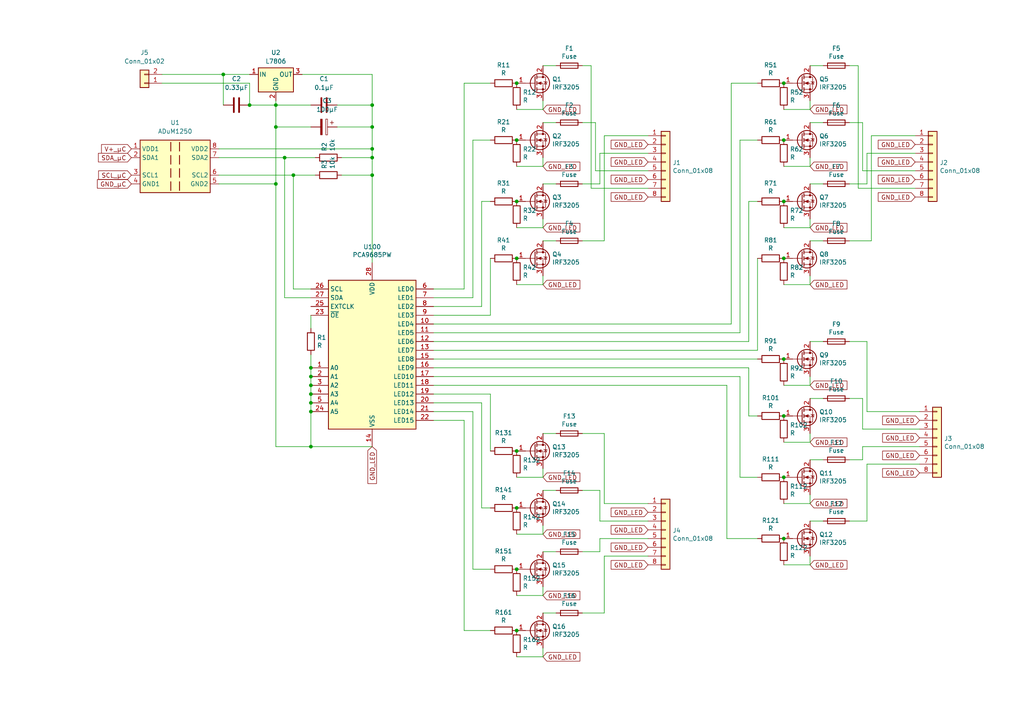
<source format=kicad_sch>
(kicad_sch
	(version 20231120)
	(generator "eeschema")
	(generator_version "8.0")
	(uuid "d4e063d3-5b80-4cad-b6a0-562bbc6f5606")
	(paper "A4")
	(lib_symbols
		(symbol "Connector_Generic:Conn_01x02"
			(pin_names
				(offset 1.016) hide)
			(exclude_from_sim no)
			(in_bom yes)
			(on_board yes)
			(property "Reference" "J"
				(at 0 2.54 0)
				(effects
					(font
						(size 1.27 1.27)
					)
				)
			)
			(property "Value" "Conn_01x02"
				(at 0 -5.08 0)
				(effects
					(font
						(size 1.27 1.27)
					)
				)
			)
			(property "Footprint" ""
				(at 0 0 0)
				(effects
					(font
						(size 1.27 1.27)
					)
					(hide yes)
				)
			)
			(property "Datasheet" "~"
				(at 0 0 0)
				(effects
					(font
						(size 1.27 1.27)
					)
					(hide yes)
				)
			)
			(property "Description" "Generic connector, single row, 01x02, script generated (kicad-library-utils/schlib/autogen/connector/)"
				(at 0 0 0)
				(effects
					(font
						(size 1.27 1.27)
					)
					(hide yes)
				)
			)
			(property "ki_keywords" "connector"
				(at 0 0 0)
				(effects
					(font
						(size 1.27 1.27)
					)
					(hide yes)
				)
			)
			(property "ki_fp_filters" "Connector*:*_1x??_*"
				(at 0 0 0)
				(effects
					(font
						(size 1.27 1.27)
					)
					(hide yes)
				)
			)
			(symbol "Conn_01x02_1_1"
				(rectangle
					(start -1.27 -2.413)
					(end 0 -2.667)
					(stroke
						(width 0.1524)
						(type default)
					)
					(fill
						(type none)
					)
				)
				(rectangle
					(start -1.27 0.127)
					(end 0 -0.127)
					(stroke
						(width 0.1524)
						(type default)
					)
					(fill
						(type none)
					)
				)
				(rectangle
					(start -1.27 1.27)
					(end 1.27 -3.81)
					(stroke
						(width 0.254)
						(type default)
					)
					(fill
						(type background)
					)
				)
				(pin passive line
					(at -5.08 0 0)
					(length 3.81)
					(name "Pin_1"
						(effects
							(font
								(size 1.27 1.27)
							)
						)
					)
					(number "1"
						(effects
							(font
								(size 1.27 1.27)
							)
						)
					)
				)
				(pin passive line
					(at -5.08 -2.54 0)
					(length 3.81)
					(name "Pin_2"
						(effects
							(font
								(size 1.27 1.27)
							)
						)
					)
					(number "2"
						(effects
							(font
								(size 1.27 1.27)
							)
						)
					)
				)
			)
		)
		(symbol "Connector_Generic:Conn_01x08"
			(pin_names
				(offset 1.016) hide)
			(exclude_from_sim no)
			(in_bom yes)
			(on_board yes)
			(property "Reference" "J"
				(at 0 10.16 0)
				(effects
					(font
						(size 1.27 1.27)
					)
				)
			)
			(property "Value" "Conn_01x08"
				(at 0 -12.7 0)
				(effects
					(font
						(size 1.27 1.27)
					)
				)
			)
			(property "Footprint" ""
				(at 0 0 0)
				(effects
					(font
						(size 1.27 1.27)
					)
					(hide yes)
				)
			)
			(property "Datasheet" "~"
				(at 0 0 0)
				(effects
					(font
						(size 1.27 1.27)
					)
					(hide yes)
				)
			)
			(property "Description" "Generic connector, single row, 01x08, script generated (kicad-library-utils/schlib/autogen/connector/)"
				(at 0 0 0)
				(effects
					(font
						(size 1.27 1.27)
					)
					(hide yes)
				)
			)
			(property "ki_keywords" "connector"
				(at 0 0 0)
				(effects
					(font
						(size 1.27 1.27)
					)
					(hide yes)
				)
			)
			(property "ki_fp_filters" "Connector*:*_1x??_*"
				(at 0 0 0)
				(effects
					(font
						(size 1.27 1.27)
					)
					(hide yes)
				)
			)
			(symbol "Conn_01x08_1_1"
				(rectangle
					(start -1.27 -10.033)
					(end 0 -10.287)
					(stroke
						(width 0.1524)
						(type default)
					)
					(fill
						(type none)
					)
				)
				(rectangle
					(start -1.27 -7.493)
					(end 0 -7.747)
					(stroke
						(width 0.1524)
						(type default)
					)
					(fill
						(type none)
					)
				)
				(rectangle
					(start -1.27 -4.953)
					(end 0 -5.207)
					(stroke
						(width 0.1524)
						(type default)
					)
					(fill
						(type none)
					)
				)
				(rectangle
					(start -1.27 -2.413)
					(end 0 -2.667)
					(stroke
						(width 0.1524)
						(type default)
					)
					(fill
						(type none)
					)
				)
				(rectangle
					(start -1.27 0.127)
					(end 0 -0.127)
					(stroke
						(width 0.1524)
						(type default)
					)
					(fill
						(type none)
					)
				)
				(rectangle
					(start -1.27 2.667)
					(end 0 2.413)
					(stroke
						(width 0.1524)
						(type default)
					)
					(fill
						(type none)
					)
				)
				(rectangle
					(start -1.27 5.207)
					(end 0 4.953)
					(stroke
						(width 0.1524)
						(type default)
					)
					(fill
						(type none)
					)
				)
				(rectangle
					(start -1.27 7.747)
					(end 0 7.493)
					(stroke
						(width 0.1524)
						(type default)
					)
					(fill
						(type none)
					)
				)
				(rectangle
					(start -1.27 8.89)
					(end 1.27 -11.43)
					(stroke
						(width 0.254)
						(type default)
					)
					(fill
						(type background)
					)
				)
				(pin passive line
					(at -5.08 7.62 0)
					(length 3.81)
					(name "Pin_1"
						(effects
							(font
								(size 1.27 1.27)
							)
						)
					)
					(number "1"
						(effects
							(font
								(size 1.27 1.27)
							)
						)
					)
				)
				(pin passive line
					(at -5.08 5.08 0)
					(length 3.81)
					(name "Pin_2"
						(effects
							(font
								(size 1.27 1.27)
							)
						)
					)
					(number "2"
						(effects
							(font
								(size 1.27 1.27)
							)
						)
					)
				)
				(pin passive line
					(at -5.08 2.54 0)
					(length 3.81)
					(name "Pin_3"
						(effects
							(font
								(size 1.27 1.27)
							)
						)
					)
					(number "3"
						(effects
							(font
								(size 1.27 1.27)
							)
						)
					)
				)
				(pin passive line
					(at -5.08 0 0)
					(length 3.81)
					(name "Pin_4"
						(effects
							(font
								(size 1.27 1.27)
							)
						)
					)
					(number "4"
						(effects
							(font
								(size 1.27 1.27)
							)
						)
					)
				)
				(pin passive line
					(at -5.08 -2.54 0)
					(length 3.81)
					(name "Pin_5"
						(effects
							(font
								(size 1.27 1.27)
							)
						)
					)
					(number "5"
						(effects
							(font
								(size 1.27 1.27)
							)
						)
					)
				)
				(pin passive line
					(at -5.08 -5.08 0)
					(length 3.81)
					(name "Pin_6"
						(effects
							(font
								(size 1.27 1.27)
							)
						)
					)
					(number "6"
						(effects
							(font
								(size 1.27 1.27)
							)
						)
					)
				)
				(pin passive line
					(at -5.08 -7.62 0)
					(length 3.81)
					(name "Pin_7"
						(effects
							(font
								(size 1.27 1.27)
							)
						)
					)
					(number "7"
						(effects
							(font
								(size 1.27 1.27)
							)
						)
					)
				)
				(pin passive line
					(at -5.08 -10.16 0)
					(length 3.81)
					(name "Pin_8"
						(effects
							(font
								(size 1.27 1.27)
							)
						)
					)
					(number "8"
						(effects
							(font
								(size 1.27 1.27)
							)
						)
					)
				)
			)
		)
		(symbol "Device:C"
			(pin_numbers hide)
			(pin_names
				(offset 0.254)
			)
			(exclude_from_sim no)
			(in_bom yes)
			(on_board yes)
			(property "Reference" "C"
				(at 0.635 2.54 0)
				(effects
					(font
						(size 1.27 1.27)
					)
					(justify left)
				)
			)
			(property "Value" "C"
				(at 0.635 -2.54 0)
				(effects
					(font
						(size 1.27 1.27)
					)
					(justify left)
				)
			)
			(property "Footprint" ""
				(at 0.9652 -3.81 0)
				(effects
					(font
						(size 1.27 1.27)
					)
					(hide yes)
				)
			)
			(property "Datasheet" "~"
				(at 0 0 0)
				(effects
					(font
						(size 1.27 1.27)
					)
					(hide yes)
				)
			)
			(property "Description" "Unpolarized capacitor"
				(at 0 0 0)
				(effects
					(font
						(size 1.27 1.27)
					)
					(hide yes)
				)
			)
			(property "ki_keywords" "cap capacitor"
				(at 0 0 0)
				(effects
					(font
						(size 1.27 1.27)
					)
					(hide yes)
				)
			)
			(property "ki_fp_filters" "C_*"
				(at 0 0 0)
				(effects
					(font
						(size 1.27 1.27)
					)
					(hide yes)
				)
			)
			(symbol "C_0_1"
				(polyline
					(pts
						(xy -2.032 -0.762) (xy 2.032 -0.762)
					)
					(stroke
						(width 0.508)
						(type default)
					)
					(fill
						(type none)
					)
				)
				(polyline
					(pts
						(xy -2.032 0.762) (xy 2.032 0.762)
					)
					(stroke
						(width 0.508)
						(type default)
					)
					(fill
						(type none)
					)
				)
			)
			(symbol "C_1_1"
				(pin passive line
					(at 0 3.81 270)
					(length 2.794)
					(name "~"
						(effects
							(font
								(size 1.27 1.27)
							)
						)
					)
					(number "1"
						(effects
							(font
								(size 1.27 1.27)
							)
						)
					)
				)
				(pin passive line
					(at 0 -3.81 90)
					(length 2.794)
					(name "~"
						(effects
							(font
								(size 1.27 1.27)
							)
						)
					)
					(number "2"
						(effects
							(font
								(size 1.27 1.27)
							)
						)
					)
				)
			)
		)
		(symbol "Device:C_Polarized"
			(pin_numbers hide)
			(pin_names
				(offset 0.254)
			)
			(exclude_from_sim no)
			(in_bom yes)
			(on_board yes)
			(property "Reference" "C"
				(at 0.635 2.54 0)
				(effects
					(font
						(size 1.27 1.27)
					)
					(justify left)
				)
			)
			(property "Value" "C_Polarized"
				(at 0.635 -2.54 0)
				(effects
					(font
						(size 1.27 1.27)
					)
					(justify left)
				)
			)
			(property "Footprint" ""
				(at 0.9652 -3.81 0)
				(effects
					(font
						(size 1.27 1.27)
					)
					(hide yes)
				)
			)
			(property "Datasheet" "~"
				(at 0 0 0)
				(effects
					(font
						(size 1.27 1.27)
					)
					(hide yes)
				)
			)
			(property "Description" "Polarized capacitor"
				(at 0 0 0)
				(effects
					(font
						(size 1.27 1.27)
					)
					(hide yes)
				)
			)
			(property "ki_keywords" "cap capacitor"
				(at 0 0 0)
				(effects
					(font
						(size 1.27 1.27)
					)
					(hide yes)
				)
			)
			(property "ki_fp_filters" "CP_*"
				(at 0 0 0)
				(effects
					(font
						(size 1.27 1.27)
					)
					(hide yes)
				)
			)
			(symbol "C_Polarized_0_1"
				(rectangle
					(start -2.286 0.508)
					(end 2.286 1.016)
					(stroke
						(width 0)
						(type default)
					)
					(fill
						(type none)
					)
				)
				(polyline
					(pts
						(xy -1.778 2.286) (xy -0.762 2.286)
					)
					(stroke
						(width 0)
						(type default)
					)
					(fill
						(type none)
					)
				)
				(polyline
					(pts
						(xy -1.27 2.794) (xy -1.27 1.778)
					)
					(stroke
						(width 0)
						(type default)
					)
					(fill
						(type none)
					)
				)
				(rectangle
					(start 2.286 -0.508)
					(end -2.286 -1.016)
					(stroke
						(width 0)
						(type default)
					)
					(fill
						(type outline)
					)
				)
			)
			(symbol "C_Polarized_1_1"
				(pin passive line
					(at 0 3.81 270)
					(length 2.794)
					(name "~"
						(effects
							(font
								(size 1.27 1.27)
							)
						)
					)
					(number "1"
						(effects
							(font
								(size 1.27 1.27)
							)
						)
					)
				)
				(pin passive line
					(at 0 -3.81 90)
					(length 2.794)
					(name "~"
						(effects
							(font
								(size 1.27 1.27)
							)
						)
					)
					(number "2"
						(effects
							(font
								(size 1.27 1.27)
							)
						)
					)
				)
			)
		)
		(symbol "Device:Fuse"
			(pin_numbers hide)
			(pin_names
				(offset 0)
			)
			(exclude_from_sim no)
			(in_bom yes)
			(on_board yes)
			(property "Reference" "F"
				(at 2.032 0 90)
				(effects
					(font
						(size 1.27 1.27)
					)
				)
			)
			(property "Value" "Fuse"
				(at -1.905 0 90)
				(effects
					(font
						(size 1.27 1.27)
					)
				)
			)
			(property "Footprint" ""
				(at -1.778 0 90)
				(effects
					(font
						(size 1.27 1.27)
					)
					(hide yes)
				)
			)
			(property "Datasheet" "~"
				(at 0 0 0)
				(effects
					(font
						(size 1.27 1.27)
					)
					(hide yes)
				)
			)
			(property "Description" "Fuse"
				(at 0 0 0)
				(effects
					(font
						(size 1.27 1.27)
					)
					(hide yes)
				)
			)
			(property "ki_keywords" "fuse"
				(at 0 0 0)
				(effects
					(font
						(size 1.27 1.27)
					)
					(hide yes)
				)
			)
			(property "ki_fp_filters" "*Fuse*"
				(at 0 0 0)
				(effects
					(font
						(size 1.27 1.27)
					)
					(hide yes)
				)
			)
			(symbol "Fuse_0_1"
				(rectangle
					(start -0.762 -2.54)
					(end 0.762 2.54)
					(stroke
						(width 0.254)
						(type default)
					)
					(fill
						(type none)
					)
				)
				(polyline
					(pts
						(xy 0 2.54) (xy 0 -2.54)
					)
					(stroke
						(width 0)
						(type default)
					)
					(fill
						(type none)
					)
				)
			)
			(symbol "Fuse_1_1"
				(pin passive line
					(at 0 3.81 270)
					(length 1.27)
					(name "~"
						(effects
							(font
								(size 1.27 1.27)
							)
						)
					)
					(number "1"
						(effects
							(font
								(size 1.27 1.27)
							)
						)
					)
				)
				(pin passive line
					(at 0 -3.81 90)
					(length 1.27)
					(name "~"
						(effects
							(font
								(size 1.27 1.27)
							)
						)
					)
					(number "2"
						(effects
							(font
								(size 1.27 1.27)
							)
						)
					)
				)
			)
		)
		(symbol "Device:R"
			(pin_numbers hide)
			(pin_names
				(offset 0)
			)
			(exclude_from_sim no)
			(in_bom yes)
			(on_board yes)
			(property "Reference" "R"
				(at 2.032 0 90)
				(effects
					(font
						(size 1.27 1.27)
					)
				)
			)
			(property "Value" "R"
				(at 0 0 90)
				(effects
					(font
						(size 1.27 1.27)
					)
				)
			)
			(property "Footprint" ""
				(at -1.778 0 90)
				(effects
					(font
						(size 1.27 1.27)
					)
					(hide yes)
				)
			)
			(property "Datasheet" "~"
				(at 0 0 0)
				(effects
					(font
						(size 1.27 1.27)
					)
					(hide yes)
				)
			)
			(property "Description" "Resistor"
				(at 0 0 0)
				(effects
					(font
						(size 1.27 1.27)
					)
					(hide yes)
				)
			)
			(property "ki_keywords" "R res resistor"
				(at 0 0 0)
				(effects
					(font
						(size 1.27 1.27)
					)
					(hide yes)
				)
			)
			(property "ki_fp_filters" "R_*"
				(at 0 0 0)
				(effects
					(font
						(size 1.27 1.27)
					)
					(hide yes)
				)
			)
			(symbol "R_0_1"
				(rectangle
					(start -1.016 -2.54)
					(end 1.016 2.54)
					(stroke
						(width 0.254)
						(type default)
					)
					(fill
						(type none)
					)
				)
			)
			(symbol "R_1_1"
				(pin passive line
					(at 0 3.81 270)
					(length 1.27)
					(name "~"
						(effects
							(font
								(size 1.27 1.27)
							)
						)
					)
					(number "1"
						(effects
							(font
								(size 1.27 1.27)
							)
						)
					)
				)
				(pin passive line
					(at 0 -3.81 90)
					(length 1.27)
					(name "~"
						(effects
							(font
								(size 1.27 1.27)
							)
						)
					)
					(number "2"
						(effects
							(font
								(size 1.27 1.27)
							)
						)
					)
				)
			)
		)
		(symbol "Driver_LED:PCA9685PW"
			(exclude_from_sim no)
			(in_bom yes)
			(on_board yes)
			(property "Reference" "U"
				(at -12.7 22.225 0)
				(effects
					(font
						(size 1.27 1.27)
					)
					(justify left)
				)
			)
			(property "Value" "PCA9685PW"
				(at 1.27 22.225 0)
				(effects
					(font
						(size 1.27 1.27)
					)
					(justify left)
				)
			)
			(property "Footprint" "Package_SO:TSSOP-28_4.4x9.7mm_P0.65mm"
				(at 0.635 -24.765 0)
				(effects
					(font
						(size 1.27 1.27)
					)
					(justify left)
					(hide yes)
				)
			)
			(property "Datasheet" "http://www.nxp.com/docs/en/data-sheet/PCA9685.pdf"
				(at -10.16 17.78 0)
				(effects
					(font
						(size 1.27 1.27)
					)
					(hide yes)
				)
			)
			(property "Description" "16-channel 12-bit PWM Fm+ I2C-bus LED controller RGBA TSSOP"
				(at 0 0 0)
				(effects
					(font
						(size 1.27 1.27)
					)
					(hide yes)
				)
			)
			(property "ki_keywords" "PWM LED driver I2C TSSOP"
				(at 0 0 0)
				(effects
					(font
						(size 1.27 1.27)
					)
					(hide yes)
				)
			)
			(property "ki_fp_filters" "TSSOP*4.4x9.7mm*P0.65mm*"
				(at 0 0 0)
				(effects
					(font
						(size 1.27 1.27)
					)
					(hide yes)
				)
			)
			(symbol "PCA9685PW_0_1"
				(rectangle
					(start -12.7 20.32)
					(end 12.7 -22.86)
					(stroke
						(width 0.254)
						(type default)
					)
					(fill
						(type background)
					)
				)
			)
			(symbol "PCA9685PW_1_1"
				(pin input line
					(at -17.78 -5.08 0)
					(length 5.08)
					(name "A0"
						(effects
							(font
								(size 1.27 1.27)
							)
						)
					)
					(number "1"
						(effects
							(font
								(size 1.27 1.27)
							)
						)
					)
				)
				(pin output line
					(at 17.78 7.62 180)
					(length 5.08)
					(name "LED4"
						(effects
							(font
								(size 1.27 1.27)
							)
						)
					)
					(number "10"
						(effects
							(font
								(size 1.27 1.27)
							)
						)
					)
				)
				(pin output line
					(at 17.78 5.08 180)
					(length 5.08)
					(name "LED5"
						(effects
							(font
								(size 1.27 1.27)
							)
						)
					)
					(number "11"
						(effects
							(font
								(size 1.27 1.27)
							)
						)
					)
				)
				(pin output line
					(at 17.78 2.54 180)
					(length 5.08)
					(name "LED6"
						(effects
							(font
								(size 1.27 1.27)
							)
						)
					)
					(number "12"
						(effects
							(font
								(size 1.27 1.27)
							)
						)
					)
				)
				(pin output line
					(at 17.78 0 180)
					(length 5.08)
					(name "LED7"
						(effects
							(font
								(size 1.27 1.27)
							)
						)
					)
					(number "13"
						(effects
							(font
								(size 1.27 1.27)
							)
						)
					)
				)
				(pin power_in line
					(at 0 -27.94 90)
					(length 5.08)
					(name "VSS"
						(effects
							(font
								(size 1.27 1.27)
							)
						)
					)
					(number "14"
						(effects
							(font
								(size 1.27 1.27)
							)
						)
					)
				)
				(pin output line
					(at 17.78 -2.54 180)
					(length 5.08)
					(name "LED8"
						(effects
							(font
								(size 1.27 1.27)
							)
						)
					)
					(number "15"
						(effects
							(font
								(size 1.27 1.27)
							)
						)
					)
				)
				(pin output line
					(at 17.78 -5.08 180)
					(length 5.08)
					(name "LED9"
						(effects
							(font
								(size 1.27 1.27)
							)
						)
					)
					(number "16"
						(effects
							(font
								(size 1.27 1.27)
							)
						)
					)
				)
				(pin output line
					(at 17.78 -7.62 180)
					(length 5.08)
					(name "LED10"
						(effects
							(font
								(size 1.27 1.27)
							)
						)
					)
					(number "17"
						(effects
							(font
								(size 1.27 1.27)
							)
						)
					)
				)
				(pin output line
					(at 17.78 -10.16 180)
					(length 5.08)
					(name "LED11"
						(effects
							(font
								(size 1.27 1.27)
							)
						)
					)
					(number "18"
						(effects
							(font
								(size 1.27 1.27)
							)
						)
					)
				)
				(pin output line
					(at 17.78 -12.7 180)
					(length 5.08)
					(name "LED12"
						(effects
							(font
								(size 1.27 1.27)
							)
						)
					)
					(number "19"
						(effects
							(font
								(size 1.27 1.27)
							)
						)
					)
				)
				(pin input line
					(at -17.78 -7.62 0)
					(length 5.08)
					(name "A1"
						(effects
							(font
								(size 1.27 1.27)
							)
						)
					)
					(number "2"
						(effects
							(font
								(size 1.27 1.27)
							)
						)
					)
				)
				(pin output line
					(at 17.78 -15.24 180)
					(length 5.08)
					(name "LED13"
						(effects
							(font
								(size 1.27 1.27)
							)
						)
					)
					(number "20"
						(effects
							(font
								(size 1.27 1.27)
							)
						)
					)
				)
				(pin output line
					(at 17.78 -17.78 180)
					(length 5.08)
					(name "LED14"
						(effects
							(font
								(size 1.27 1.27)
							)
						)
					)
					(number "21"
						(effects
							(font
								(size 1.27 1.27)
							)
						)
					)
				)
				(pin output line
					(at 17.78 -20.32 180)
					(length 5.08)
					(name "LED15"
						(effects
							(font
								(size 1.27 1.27)
							)
						)
					)
					(number "22"
						(effects
							(font
								(size 1.27 1.27)
							)
						)
					)
				)
				(pin input line
					(at -17.78 10.16 0)
					(length 5.08)
					(name "~{OE}"
						(effects
							(font
								(size 1.27 1.27)
							)
						)
					)
					(number "23"
						(effects
							(font
								(size 1.27 1.27)
							)
						)
					)
				)
				(pin input line
					(at -17.78 -17.78 0)
					(length 5.08)
					(name "A5"
						(effects
							(font
								(size 1.27 1.27)
							)
						)
					)
					(number "24"
						(effects
							(font
								(size 1.27 1.27)
							)
						)
					)
				)
				(pin input line
					(at -17.78 12.7 0)
					(length 5.08)
					(name "EXTCLK"
						(effects
							(font
								(size 1.27 1.27)
							)
						)
					)
					(number "25"
						(effects
							(font
								(size 1.27 1.27)
							)
						)
					)
				)
				(pin input line
					(at -17.78 17.78 0)
					(length 5.08)
					(name "SCL"
						(effects
							(font
								(size 1.27 1.27)
							)
						)
					)
					(number "26"
						(effects
							(font
								(size 1.27 1.27)
							)
						)
					)
				)
				(pin bidirectional line
					(at -17.78 15.24 0)
					(length 5.08)
					(name "SDA"
						(effects
							(font
								(size 1.27 1.27)
							)
						)
					)
					(number "27"
						(effects
							(font
								(size 1.27 1.27)
							)
						)
					)
				)
				(pin power_in line
					(at 0 25.4 270)
					(length 5.08)
					(name "VDD"
						(effects
							(font
								(size 1.27 1.27)
							)
						)
					)
					(number "28"
						(effects
							(font
								(size 1.27 1.27)
							)
						)
					)
				)
				(pin input line
					(at -17.78 -10.16 0)
					(length 5.08)
					(name "A2"
						(effects
							(font
								(size 1.27 1.27)
							)
						)
					)
					(number "3"
						(effects
							(font
								(size 1.27 1.27)
							)
						)
					)
				)
				(pin input line
					(at -17.78 -12.7 0)
					(length 5.08)
					(name "A3"
						(effects
							(font
								(size 1.27 1.27)
							)
						)
					)
					(number "4"
						(effects
							(font
								(size 1.27 1.27)
							)
						)
					)
				)
				(pin input line
					(at -17.78 -15.24 0)
					(length 5.08)
					(name "A4"
						(effects
							(font
								(size 1.27 1.27)
							)
						)
					)
					(number "5"
						(effects
							(font
								(size 1.27 1.27)
							)
						)
					)
				)
				(pin output line
					(at 17.78 17.78 180)
					(length 5.08)
					(name "LED0"
						(effects
							(font
								(size 1.27 1.27)
							)
						)
					)
					(number "6"
						(effects
							(font
								(size 1.27 1.27)
							)
						)
					)
				)
				(pin output line
					(at 17.78 15.24 180)
					(length 5.08)
					(name "LED1"
						(effects
							(font
								(size 1.27 1.27)
							)
						)
					)
					(number "7"
						(effects
							(font
								(size 1.27 1.27)
							)
						)
					)
				)
				(pin output line
					(at 17.78 12.7 180)
					(length 5.08)
					(name "LED2"
						(effects
							(font
								(size 1.27 1.27)
							)
						)
					)
					(number "8"
						(effects
							(font
								(size 1.27 1.27)
							)
						)
					)
				)
				(pin output line
					(at 17.78 10.16 180)
					(length 5.08)
					(name "LED3"
						(effects
							(font
								(size 1.27 1.27)
							)
						)
					)
					(number "9"
						(effects
							(font
								(size 1.27 1.27)
							)
						)
					)
				)
			)
		)
		(symbol "Isolator:ADuM1250"
			(exclude_from_sim no)
			(in_bom yes)
			(on_board yes)
			(property "Reference" "U"
				(at -10.16 8.89 0)
				(effects
					(font
						(size 1.27 1.27)
					)
					(justify left)
				)
			)
			(property "Value" "ADuM1250"
				(at -2.032 8.89 0)
				(effects
					(font
						(size 1.27 1.27)
					)
					(justify left)
				)
			)
			(property "Footprint" "Package_SO:SOIC-8_3.9x4.9mm_P1.27mm"
				(at 0 -10.16 0)
				(effects
					(font
						(size 1.27 1.27)
						(italic yes)
					)
					(hide yes)
				)
			)
			(property "Datasheet" "https://www.analog.com/media/en/technical-documentation/data-sheets/ADuM1250_1251.pdf"
				(at -11.43 10.16 0)
				(effects
					(font
						(size 1.27 1.27)
					)
					(hide yes)
				)
			)
			(property "Description" "Dual-channel I2C digital isolator, Bidirectional communication, 3V/5V level translation, SOIC-8"
				(at 0 0 0)
				(effects
					(font
						(size 1.27 1.27)
					)
					(hide yes)
				)
			)
			(property "ki_keywords" "Dual-channel digital isolator I2C"
				(at 0 0 0)
				(effects
					(font
						(size 1.27 1.27)
					)
					(hide yes)
				)
			)
			(property "ki_fp_filters" "SOIC*3.9x4.9mm*P1.27mm*"
				(at 0 0 0)
				(effects
					(font
						(size 1.27 1.27)
					)
					(hide yes)
				)
			)
			(symbol "ADuM1250_0_1"
				(rectangle
					(start -10.16 7.62)
					(end 10.16 -7.62)
					(stroke
						(width 0.254)
						(type default)
					)
					(fill
						(type background)
					)
				)
				(polyline
					(pts
						(xy -1.27 -4.445) (xy -1.27 -6.985)
					)
					(stroke
						(width 0.254)
						(type default)
					)
					(fill
						(type none)
					)
				)
				(polyline
					(pts
						(xy -1.27 -0.635) (xy -1.27 -3.175)
					)
					(stroke
						(width 0.254)
						(type default)
					)
					(fill
						(type none)
					)
				)
				(polyline
					(pts
						(xy -1.27 3.175) (xy -1.27 0.635)
					)
					(stroke
						(width 0.254)
						(type default)
					)
					(fill
						(type none)
					)
				)
				(polyline
					(pts
						(xy -1.27 6.985) (xy -1.27 4.445)
					)
					(stroke
						(width 0.254)
						(type default)
					)
					(fill
						(type none)
					)
				)
				(polyline
					(pts
						(xy 1.27 -4.445) (xy 1.27 -6.985)
					)
					(stroke
						(width 0.254)
						(type default)
					)
					(fill
						(type none)
					)
				)
				(polyline
					(pts
						(xy 1.27 -0.635) (xy 1.27 -3.175)
					)
					(stroke
						(width 0.254)
						(type default)
					)
					(fill
						(type none)
					)
				)
				(polyline
					(pts
						(xy 1.27 3.175) (xy 1.27 0.635)
					)
					(stroke
						(width 0.254)
						(type default)
					)
					(fill
						(type none)
					)
				)
				(polyline
					(pts
						(xy 1.27 6.985) (xy 1.27 4.445)
					)
					(stroke
						(width 0.254)
						(type default)
					)
					(fill
						(type none)
					)
				)
			)
			(symbol "ADuM1250_1_1"
				(pin power_in line
					(at -12.7 5.08 0)
					(length 2.54)
					(name "VDD1"
						(effects
							(font
								(size 1.27 1.27)
							)
						)
					)
					(number "1"
						(effects
							(font
								(size 1.27 1.27)
							)
						)
					)
				)
				(pin bidirectional line
					(at -12.7 2.54 0)
					(length 2.54)
					(name "SDA1"
						(effects
							(font
								(size 1.27 1.27)
							)
						)
					)
					(number "2"
						(effects
							(font
								(size 1.27 1.27)
							)
						)
					)
				)
				(pin bidirectional line
					(at -12.7 -2.54 0)
					(length 2.54)
					(name "SCL1"
						(effects
							(font
								(size 1.27 1.27)
							)
						)
					)
					(number "3"
						(effects
							(font
								(size 1.27 1.27)
							)
						)
					)
				)
				(pin power_in line
					(at -12.7 -5.08 0)
					(length 2.54)
					(name "GND1"
						(effects
							(font
								(size 1.27 1.27)
							)
						)
					)
					(number "4"
						(effects
							(font
								(size 1.27 1.27)
							)
						)
					)
				)
				(pin power_in line
					(at 12.7 -5.08 180)
					(length 2.54)
					(name "GND2"
						(effects
							(font
								(size 1.27 1.27)
							)
						)
					)
					(number "5"
						(effects
							(font
								(size 1.27 1.27)
							)
						)
					)
				)
				(pin bidirectional line
					(at 12.7 -2.54 180)
					(length 2.54)
					(name "SCL2"
						(effects
							(font
								(size 1.27 1.27)
							)
						)
					)
					(number "6"
						(effects
							(font
								(size 1.27 1.27)
							)
						)
					)
				)
				(pin bidirectional line
					(at 12.7 2.54 180)
					(length 2.54)
					(name "SDA2"
						(effects
							(font
								(size 1.27 1.27)
							)
						)
					)
					(number "7"
						(effects
							(font
								(size 1.27 1.27)
							)
						)
					)
				)
				(pin power_in line
					(at 12.7 5.08 180)
					(length 2.54)
					(name "VDD2"
						(effects
							(font
								(size 1.27 1.27)
							)
						)
					)
					(number "8"
						(effects
							(font
								(size 1.27 1.27)
							)
						)
					)
				)
			)
		)
		(symbol "Regulator_Linear:L7806"
			(pin_names
				(offset 0.254)
			)
			(exclude_from_sim no)
			(in_bom yes)
			(on_board yes)
			(property "Reference" "U"
				(at -3.81 3.175 0)
				(effects
					(font
						(size 1.27 1.27)
					)
				)
			)
			(property "Value" "L7806"
				(at 0 3.175 0)
				(effects
					(font
						(size 1.27 1.27)
					)
					(justify left)
				)
			)
			(property "Footprint" ""
				(at 0.635 -3.81 0)
				(effects
					(font
						(size 1.27 1.27)
						(italic yes)
					)
					(justify left)
					(hide yes)
				)
			)
			(property "Datasheet" "http://www.st.com/content/ccc/resource/technical/document/datasheet/41/4f/b3/b0/12/d4/47/88/CD00000444.pdf/files/CD00000444.pdf/jcr:content/translations/en.CD00000444.pdf"
				(at 0 -1.27 0)
				(effects
					(font
						(size 1.27 1.27)
					)
					(hide yes)
				)
			)
			(property "Description" "Positive 1.5A 35V Linear Regulator, Fixed Output 6V, TO-220/TO-263/TO-252"
				(at 0 0 0)
				(effects
					(font
						(size 1.27 1.27)
					)
					(hide yes)
				)
			)
			(property "ki_keywords" "Voltage Regulator 1.5A Positive"
				(at 0 0 0)
				(effects
					(font
						(size 1.27 1.27)
					)
					(hide yes)
				)
			)
			(property "ki_fp_filters" "TO?252* TO?263* TO?220*"
				(at 0 0 0)
				(effects
					(font
						(size 1.27 1.27)
					)
					(hide yes)
				)
			)
			(symbol "L7806_0_1"
				(rectangle
					(start -5.08 1.905)
					(end 5.08 -5.08)
					(stroke
						(width 0.254)
						(type default)
					)
					(fill
						(type background)
					)
				)
			)
			(symbol "L7806_1_1"
				(pin power_in line
					(at -7.62 0 0)
					(length 2.54)
					(name "IN"
						(effects
							(font
								(size 1.27 1.27)
							)
						)
					)
					(number "1"
						(effects
							(font
								(size 1.27 1.27)
							)
						)
					)
				)
				(pin power_in line
					(at 0 -7.62 90)
					(length 2.54)
					(name "GND"
						(effects
							(font
								(size 1.27 1.27)
							)
						)
					)
					(number "2"
						(effects
							(font
								(size 1.27 1.27)
							)
						)
					)
				)
				(pin power_out line
					(at 7.62 0 180)
					(length 2.54)
					(name "OUT"
						(effects
							(font
								(size 1.27 1.27)
							)
						)
					)
					(number "3"
						(effects
							(font
								(size 1.27 1.27)
							)
						)
					)
				)
			)
		)
		(symbol "Transistor_FET:IRF3205"
			(pin_names hide)
			(exclude_from_sim no)
			(in_bom yes)
			(on_board yes)
			(property "Reference" "Q"
				(at 5.08 1.905 0)
				(effects
					(font
						(size 1.27 1.27)
					)
					(justify left)
				)
			)
			(property "Value" "IRF3205"
				(at 5.08 0 0)
				(effects
					(font
						(size 1.27 1.27)
					)
					(justify left)
				)
			)
			(property "Footprint" "Package_TO_SOT_THT:TO-220-3_Vertical"
				(at 5.08 -1.905 0)
				(effects
					(font
						(size 1.27 1.27)
						(italic yes)
					)
					(justify left)
					(hide yes)
				)
			)
			(property "Datasheet" "http://www.irf.com/product-info/datasheets/data/irf3205.pdf"
				(at 5.08 -3.81 0)
				(effects
					(font
						(size 1.27 1.27)
					)
					(justify left)
					(hide yes)
				)
			)
			(property "Description" "110A Id, 55V Vds, Single N-Channel HEXFET Power MOSFET, 8mOhm Ron, TO-220AB"
				(at 0 0 0)
				(effects
					(font
						(size 1.27 1.27)
					)
					(hide yes)
				)
			)
			(property "ki_keywords" "Single N-Channel HEXFET Power MOSFET"
				(at 0 0 0)
				(effects
					(font
						(size 1.27 1.27)
					)
					(hide yes)
				)
			)
			(property "ki_fp_filters" "TO?220*"
				(at 0 0 0)
				(effects
					(font
						(size 1.27 1.27)
					)
					(hide yes)
				)
			)
			(symbol "IRF3205_0_1"
				(polyline
					(pts
						(xy 0.254 0) (xy -2.54 0)
					)
					(stroke
						(width 0)
						(type default)
					)
					(fill
						(type none)
					)
				)
				(polyline
					(pts
						(xy 0.254 1.905) (xy 0.254 -1.905)
					)
					(stroke
						(width 0.254)
						(type default)
					)
					(fill
						(type none)
					)
				)
				(polyline
					(pts
						(xy 0.762 -1.27) (xy 0.762 -2.286)
					)
					(stroke
						(width 0.254)
						(type default)
					)
					(fill
						(type none)
					)
				)
				(polyline
					(pts
						(xy 0.762 0.508) (xy 0.762 -0.508)
					)
					(stroke
						(width 0.254)
						(type default)
					)
					(fill
						(type none)
					)
				)
				(polyline
					(pts
						(xy 0.762 2.286) (xy 0.762 1.27)
					)
					(stroke
						(width 0.254)
						(type default)
					)
					(fill
						(type none)
					)
				)
				(polyline
					(pts
						(xy 2.54 2.54) (xy 2.54 1.778)
					)
					(stroke
						(width 0)
						(type default)
					)
					(fill
						(type none)
					)
				)
				(polyline
					(pts
						(xy 2.54 -2.54) (xy 2.54 0) (xy 0.762 0)
					)
					(stroke
						(width 0)
						(type default)
					)
					(fill
						(type none)
					)
				)
				(polyline
					(pts
						(xy 0.762 -1.778) (xy 3.302 -1.778) (xy 3.302 1.778) (xy 0.762 1.778)
					)
					(stroke
						(width 0)
						(type default)
					)
					(fill
						(type none)
					)
				)
				(polyline
					(pts
						(xy 1.016 0) (xy 2.032 0.381) (xy 2.032 -0.381) (xy 1.016 0)
					)
					(stroke
						(width 0)
						(type default)
					)
					(fill
						(type outline)
					)
				)
				(polyline
					(pts
						(xy 2.794 0.508) (xy 2.921 0.381) (xy 3.683 0.381) (xy 3.81 0.254)
					)
					(stroke
						(width 0)
						(type default)
					)
					(fill
						(type none)
					)
				)
				(polyline
					(pts
						(xy 3.302 0.381) (xy 2.921 -0.254) (xy 3.683 -0.254) (xy 3.302 0.381)
					)
					(stroke
						(width 0)
						(type default)
					)
					(fill
						(type none)
					)
				)
				(circle
					(center 1.651 0)
					(radius 2.794)
					(stroke
						(width 0.254)
						(type default)
					)
					(fill
						(type none)
					)
				)
				(circle
					(center 2.54 -1.778)
					(radius 0.254)
					(stroke
						(width 0)
						(type default)
					)
					(fill
						(type outline)
					)
				)
				(circle
					(center 2.54 1.778)
					(radius 0.254)
					(stroke
						(width 0)
						(type default)
					)
					(fill
						(type outline)
					)
				)
			)
			(symbol "IRF3205_1_1"
				(pin input line
					(at -5.08 0 0)
					(length 2.54)
					(name "G"
						(effects
							(font
								(size 1.27 1.27)
							)
						)
					)
					(number "1"
						(effects
							(font
								(size 1.27 1.27)
							)
						)
					)
				)
				(pin passive line
					(at 2.54 5.08 270)
					(length 2.54)
					(name "D"
						(effects
							(font
								(size 1.27 1.27)
							)
						)
					)
					(number "2"
						(effects
							(font
								(size 1.27 1.27)
							)
						)
					)
				)
				(pin passive line
					(at 2.54 -5.08 90)
					(length 2.54)
					(name "S"
						(effects
							(font
								(size 1.27 1.27)
							)
						)
					)
					(number "3"
						(effects
							(font
								(size 1.27 1.27)
							)
						)
					)
				)
			)
		)
	)
	(junction
		(at 149.86 58.42)
		(diameter 0)
		(color 0 0 0 0)
		(uuid "039916fa-3261-4649-9cc0-344a912117c3")
	)
	(junction
		(at 85.09 50.8)
		(diameter 0)
		(color 0 0 0 0)
		(uuid "08d18917-f31d-4030-a7bf-a417087476aa")
	)
	(junction
		(at 90.17 106.68)
		(diameter 0)
		(color 0 0 0 0)
		(uuid "1f97e75f-9e08-40e0-be6c-437689661352")
	)
	(junction
		(at 227.33 104.14)
		(diameter 0)
		(color 0 0 0 0)
		(uuid "2d0bb0a1-870f-4ff9-ab46-e3a714dbde07")
	)
	(junction
		(at 149.86 130.81)
		(diameter 0)
		(color 0 0 0 0)
		(uuid "36701ce0-ddd6-4bc4-a650-34045442b9a3")
	)
	(junction
		(at 149.86 147.32)
		(diameter 0)
		(color 0 0 0 0)
		(uuid "483a8c26-538c-4486-a0ae-3aa69c13146c")
	)
	(junction
		(at 227.33 40.64)
		(diameter 0)
		(color 0 0 0 0)
		(uuid "51aa6735-8f84-4d4c-8f92-6f6d9e4410e0")
	)
	(junction
		(at 227.33 58.42)
		(diameter 0)
		(color 0 0 0 0)
		(uuid "53349d91-90e3-4ef6-8c07-8f51241fd412")
	)
	(junction
		(at 90.17 119.38)
		(diameter 0)
		(color 0 0 0 0)
		(uuid "5d370d8f-16f9-46bd-9bc8-387ed1bc5ef2")
	)
	(junction
		(at 149.86 24.13)
		(diameter 0)
		(color 0 0 0 0)
		(uuid "632cfac5-f0bc-425f-b481-69dc1fd21391")
	)
	(junction
		(at 82.55 45.72)
		(diameter 0)
		(color 0 0 0 0)
		(uuid "65f13ced-296e-4514-ad8a-6180922e71fb")
	)
	(junction
		(at 149.86 40.64)
		(diameter 0)
		(color 0 0 0 0)
		(uuid "6651c032-3b48-443e-9549-1b4b29693665")
	)
	(junction
		(at 149.86 165.1)
		(diameter 0)
		(color 0 0 0 0)
		(uuid "6bca1427-b8c2-4e4c-ad70-7b222e8202fa")
	)
	(junction
		(at 107.95 43.18)
		(diameter 0)
		(color 0 0 0 0)
		(uuid "6ec2e4b3-d67e-49e3-a9af-1792d3067c72")
	)
	(junction
		(at 80.01 53.34)
		(diameter 0)
		(color 0 0 0 0)
		(uuid "73b57015-430d-457e-95e9-1108581d5426")
	)
	(junction
		(at 227.33 138.43)
		(diameter 0)
		(color 0 0 0 0)
		(uuid "753e8b99-2d05-44d5-ab22-130d6aba7bf3")
	)
	(junction
		(at 107.95 45.72)
		(diameter 0)
		(color 0 0 0 0)
		(uuid "78daa0ff-20e5-42f6-b38c-05ae724053e2")
	)
	(junction
		(at 107.95 50.8)
		(diameter 0)
		(color 0 0 0 0)
		(uuid "78ee9ec8-4bb9-425f-b67d-60e98a95df01")
	)
	(junction
		(at 64.77 21.59)
		(diameter 0)
		(color 0 0 0 0)
		(uuid "7a993946-a89f-48b0-90f8-fb1a27798876")
	)
	(junction
		(at 107.95 36.83)
		(diameter 0)
		(color 0 0 0 0)
		(uuid "8201b039-9794-4cac-9598-8b4abb7bd117")
	)
	(junction
		(at 90.17 111.76)
		(diameter 0)
		(color 0 0 0 0)
		(uuid "97ea054b-6857-41d3-b017-2ed68b0ccea2")
	)
	(junction
		(at 80.01 30.48)
		(diameter 0)
		(color 0 0 0 0)
		(uuid "9c701b61-7298-444b-9e72-8fd0f7d160cd")
	)
	(junction
		(at 227.33 74.93)
		(diameter 0)
		(color 0 0 0 0)
		(uuid "9d168afd-8f72-4cee-9e4e-550ad95e1f11")
	)
	(junction
		(at 149.86 74.93)
		(diameter 0)
		(color 0 0 0 0)
		(uuid "a6b4c07b-95f8-48a5-baff-b54d23698369")
	)
	(junction
		(at 227.33 24.13)
		(diameter 0)
		(color 0 0 0 0)
		(uuid "a6cbca53-95f1-4929-b078-541cd6908623")
	)
	(junction
		(at 227.33 156.21)
		(diameter 0)
		(color 0 0 0 0)
		(uuid "b0eb85d1-da23-4a87-942f-2b853a859f21")
	)
	(junction
		(at 80.01 36.83)
		(diameter 0)
		(color 0 0 0 0)
		(uuid "b39ed145-51ff-4b2d-8302-96a21fd43a97")
	)
	(junction
		(at 107.95 30.48)
		(diameter 0)
		(color 0 0 0 0)
		(uuid "bdb00c63-c10c-4e2c-a199-7f703b654683")
	)
	(junction
		(at 90.17 129.54)
		(diameter 0)
		(color 0 0 0 0)
		(uuid "c41194a9-0012-46ee-9b42-e239a9c38237")
	)
	(junction
		(at 72.39 30.48)
		(diameter 0)
		(color 0 0 0 0)
		(uuid "d6fa85bc-3ce6-4934-817b-bf222f9cb35e")
	)
	(junction
		(at 90.17 116.84)
		(diameter 0)
		(color 0 0 0 0)
		(uuid "de406c4f-2b03-463e-9fdb-4b96cdc62268")
	)
	(junction
		(at 90.17 114.3)
		(diameter 0)
		(color 0 0 0 0)
		(uuid "e2c5799c-b4a6-4f25-9699-ddb9de2a63d5")
	)
	(junction
		(at 227.33 120.65)
		(diameter 0)
		(color 0 0 0 0)
		(uuid "f118e65f-4421-4d26-bb30-475240715d15")
	)
	(junction
		(at 149.86 182.88)
		(diameter 0)
		(color 0 0 0 0)
		(uuid "f1f16d8f-74cc-4f02-aa66-6f8e97f87e32")
	)
	(junction
		(at 90.17 109.22)
		(diameter 0)
		(color 0 0 0 0)
		(uuid "f70984d4-3851-4bec-ac4b-567f94c6af2c")
	)
	(wire
		(pts
			(xy 157.48 138.43) (xy 157.48 135.89)
		)
		(stroke
			(width 0)
			(type default)
		)
		(uuid "00c28e97-9b10-4a3c-9bfb-19fd31ff175b")
	)
	(wire
		(pts
			(xy 137.16 165.1) (xy 142.24 165.1)
		)
		(stroke
			(width 0)
			(type default)
		)
		(uuid "02b02ecf-11d4-4944-b8de-f0a2ac94018b")
	)
	(wire
		(pts
			(xy 85.09 50.8) (xy 85.09 83.82)
		)
		(stroke
			(width 0)
			(type default)
		)
		(uuid "0469b82e-178e-46ec-94c3-661bd25a2004")
	)
	(wire
		(pts
			(xy 125.73 104.14) (xy 219.71 104.14)
		)
		(stroke
			(width 0)
			(type default)
		)
		(uuid "04ecf51a-257d-4340-8504-9fdd174d3424")
	)
	(wire
		(pts
			(xy 157.48 31.75) (xy 157.48 29.21)
		)
		(stroke
			(width 0)
			(type default)
		)
		(uuid "05f888b1-7a2c-4e70-8158-62a24de48433")
	)
	(wire
		(pts
			(xy 251.46 119.38) (xy 251.46 99.06)
		)
		(stroke
			(width 0)
			(type default)
		)
		(uuid "06b96d7d-a9d6-4c97-97cf-94caf0679688")
	)
	(wire
		(pts
			(xy 157.48 35.56) (xy 161.29 35.56)
		)
		(stroke
			(width 0)
			(type default)
		)
		(uuid "06d35eeb-2e67-4398-b1fa-7ed4744af058")
	)
	(wire
		(pts
			(xy 248.92 19.05) (xy 248.92 54.61)
		)
		(stroke
			(width 0)
			(type default)
		)
		(uuid "07a4dc06-727f-451b-b7f9-7c1fbb28a99a")
	)
	(wire
		(pts
			(xy 214.63 96.52) (xy 214.63 40.64)
		)
		(stroke
			(width 0)
			(type default)
		)
		(uuid "08652522-ca44-4c4c-9002-7064525f3f4d")
	)
	(wire
		(pts
			(xy 187.96 39.37) (xy 175.26 39.37)
		)
		(stroke
			(width 0)
			(type default)
		)
		(uuid "0911a7b3-554e-48b3-9a4f-18a44a3261b0")
	)
	(wire
		(pts
			(xy 234.95 111.76) (xy 234.95 109.22)
		)
		(stroke
			(width 0)
			(type default)
		)
		(uuid "0918938a-8e61-48a1-9f7f-e4896d1ee117")
	)
	(wire
		(pts
			(xy 251.46 44.45) (xy 251.46 53.34)
		)
		(stroke
			(width 0)
			(type default)
		)
		(uuid "0b95ba5f-95a9-41ed-bbf9-86291a9ace6c")
	)
	(wire
		(pts
			(xy 142.24 114.3) (xy 142.24 130.81)
		)
		(stroke
			(width 0)
			(type default)
		)
		(uuid "0efa6da0-351e-4ca5-9e7e-4c6afcc12a47")
	)
	(wire
		(pts
			(xy 187.96 161.29) (xy 175.26 161.29)
		)
		(stroke
			(width 0)
			(type default)
		)
		(uuid "0f3e8168-f5e1-4c13-b67b-511d95707095")
	)
	(wire
		(pts
			(xy 168.91 142.24) (xy 173.99 142.24)
		)
		(stroke
			(width 0)
			(type default)
		)
		(uuid "10586504-b89e-4a2c-a55b-20a48a7f67cb")
	)
	(wire
		(pts
			(xy 234.95 99.06) (xy 238.76 99.06)
		)
		(stroke
			(width 0)
			(type default)
		)
		(uuid "1104f37c-54aa-4088-8620-64486a834ccc")
	)
	(wire
		(pts
			(xy 246.38 69.85) (xy 252.73 69.85)
		)
		(stroke
			(width 0)
			(type default)
		)
		(uuid "1186475f-efb3-4e8b-b3da-56c23b686127")
	)
	(wire
		(pts
			(xy 80.01 29.21) (xy 80.01 30.48)
		)
		(stroke
			(width 0)
			(type default)
		)
		(uuid "11f07937-de4b-4eef-ad8f-c9f7aad9bfdf")
	)
	(wire
		(pts
			(xy 251.46 134.62) (xy 251.46 151.13)
		)
		(stroke
			(width 0)
			(type default)
		)
		(uuid "12210f00-56fe-4073-a498-4866cf442f81")
	)
	(wire
		(pts
			(xy 157.48 69.85) (xy 161.29 69.85)
		)
		(stroke
			(width 0)
			(type default)
		)
		(uuid "134d4ee9-f1e2-4876-9e69-ae26b8be229c")
	)
	(wire
		(pts
			(xy 90.17 129.54) (xy 107.95 129.54)
		)
		(stroke
			(width 0)
			(type default)
		)
		(uuid "141a0dd9-ce76-4a91-b8f5-f5c3b388923b")
	)
	(wire
		(pts
			(xy 134.62 24.13) (xy 142.24 24.13)
		)
		(stroke
			(width 0)
			(type default)
		)
		(uuid "14457e9c-0c53-475d-ada3-48bfd3d45d5d")
	)
	(wire
		(pts
			(xy 175.26 39.37) (xy 175.26 69.85)
		)
		(stroke
			(width 0)
			(type default)
		)
		(uuid "145ee6da-fb8e-4cf5-b617-51c734ceeb14")
	)
	(wire
		(pts
			(xy 107.95 76.2) (xy 107.95 50.8)
		)
		(stroke
			(width 0)
			(type default)
		)
		(uuid "1699a13a-526f-4afa-856d-c9cf82caa0fc")
	)
	(wire
		(pts
			(xy 125.73 109.22) (xy 214.63 109.22)
		)
		(stroke
			(width 0)
			(type default)
		)
		(uuid "16c8acd3-7ae5-4257-895b-fd036bed2df5")
	)
	(wire
		(pts
			(xy 80.01 36.83) (xy 80.01 53.34)
		)
		(stroke
			(width 0)
			(type default)
		)
		(uuid "19042409-1670-41e7-9375-1bea1264f7b6")
	)
	(wire
		(pts
			(xy 125.73 114.3) (xy 142.24 114.3)
		)
		(stroke
			(width 0)
			(type default)
		)
		(uuid "1bc8e82c-1b11-4a9a-b6cd-e26d22a24404")
	)
	(wire
		(pts
			(xy 238.76 19.05) (xy 234.95 19.05)
		)
		(stroke
			(width 0)
			(type default)
		)
		(uuid "1c602554-dece-4c16-a429-b0940e27b0ee")
	)
	(wire
		(pts
			(xy 107.95 45.72) (xy 107.95 43.18)
		)
		(stroke
			(width 0)
			(type default)
		)
		(uuid "1df0f3e8-eb35-41f8-b95c-d772095ab754")
	)
	(wire
		(pts
			(xy 265.43 44.45) (xy 251.46 44.45)
		)
		(stroke
			(width 0)
			(type default)
		)
		(uuid "20d41adc-a893-4a67-8260-0ba816896caf")
	)
	(wire
		(pts
			(xy 90.17 111.76) (xy 90.17 114.3)
		)
		(stroke
			(width 0)
			(type default)
		)
		(uuid "210e8c85-4685-418e-994d-a607798a5ba6")
	)
	(wire
		(pts
			(xy 125.73 111.76) (xy 210.82 111.76)
		)
		(stroke
			(width 0)
			(type default)
		)
		(uuid "22a5dbaa-1b70-4c05-926c-c755299d4782")
	)
	(wire
		(pts
			(xy 234.95 133.35) (xy 238.76 133.35)
		)
		(stroke
			(width 0)
			(type default)
		)
		(uuid "24222feb-865f-405e-a65d-1e94769cf96b")
	)
	(wire
		(pts
			(xy 125.73 93.98) (xy 212.09 93.98)
		)
		(stroke
			(width 0)
			(type default)
		)
		(uuid "265e111d-6c09-4dc1-be83-b4a2bc6a5120")
	)
	(wire
		(pts
			(xy 227.33 163.83) (xy 234.95 163.83)
		)
		(stroke
			(width 0)
			(type default)
		)
		(uuid "26e8f000-9026-47e9-955a-79023409903f")
	)
	(wire
		(pts
			(xy 234.95 31.75) (xy 234.95 29.21)
		)
		(stroke
			(width 0)
			(type default)
		)
		(uuid "2732d251-40d0-4206-ba2e-e0b5f841c55b")
	)
	(wire
		(pts
			(xy 171.45 54.61) (xy 171.45 19.05)
		)
		(stroke
			(width 0)
			(type default)
		)
		(uuid "2adb3b9e-c8f1-4240-a26d-807e221a67c1")
	)
	(wire
		(pts
			(xy 82.55 45.72) (xy 91.44 45.72)
		)
		(stroke
			(width 0)
			(type default)
		)
		(uuid "2ca72dba-9988-4c91-bd99-1507e0fc041e")
	)
	(wire
		(pts
			(xy 251.46 53.34) (xy 246.38 53.34)
		)
		(stroke
			(width 0)
			(type default)
		)
		(uuid "35329636-8a9b-40c0-a20b-49f99176bc4f")
	)
	(wire
		(pts
			(xy 238.76 69.85) (xy 234.95 69.85)
		)
		(stroke
			(width 0)
			(type default)
		)
		(uuid "37cc89d1-a74e-4df1-9375-d808e35023b1")
	)
	(wire
		(pts
			(xy 214.63 40.64) (xy 219.71 40.64)
		)
		(stroke
			(width 0)
			(type default)
		)
		(uuid "3827828b-3e88-4d75-a571-6bc3acaabea1")
	)
	(wire
		(pts
			(xy 107.95 21.59) (xy 107.95 30.48)
		)
		(stroke
			(width 0)
			(type default)
		)
		(uuid "38a0ccc5-e48a-4dd2-8022-723746ce79e5")
	)
	(wire
		(pts
			(xy 234.95 115.57) (xy 238.76 115.57)
		)
		(stroke
			(width 0)
			(type default)
		)
		(uuid "39a576e3-9af5-4228-8284-83a8c2710a80")
	)
	(wire
		(pts
			(xy 125.73 86.36) (xy 137.16 86.36)
		)
		(stroke
			(width 0)
			(type default)
		)
		(uuid "3a2f7e2e-08d2-4f32-82e3-a2d59806b833")
	)
	(wire
		(pts
			(xy 250.19 133.35) (xy 250.19 129.54)
		)
		(stroke
			(width 0)
			(type default)
		)
		(uuid "3b2c489f-e8f0-4f26-89ed-6bc814d80090")
	)
	(wire
		(pts
			(xy 173.99 156.21) (xy 187.96 156.21)
		)
		(stroke
			(width 0)
			(type default)
		)
		(uuid "3e531097-1bd8-4b02-a40f-144dfba9f52c")
	)
	(wire
		(pts
			(xy 107.95 30.48) (xy 107.95 36.83)
		)
		(stroke
			(width 0)
			(type default)
		)
		(uuid "40ae03a3-30e9-462a-8024-2c59928976c9")
	)
	(wire
		(pts
			(xy 173.99 142.24) (xy 173.99 151.13)
		)
		(stroke
			(width 0)
			(type default)
		)
		(uuid "41482f03-99ad-4008-8019-f7081ecad7e5")
	)
	(wire
		(pts
			(xy 227.33 66.04) (xy 234.95 66.04)
		)
		(stroke
			(width 0)
			(type default)
		)
		(uuid "42efc5bc-9a65-470b-8a6b-f0dd0c0692f2")
	)
	(wire
		(pts
			(xy 168.91 53.34) (xy 173.99 53.34)
		)
		(stroke
			(width 0)
			(type default)
		)
		(uuid "43146839-6985-45fd-8816-43913fadc98f")
	)
	(wire
		(pts
			(xy 149.86 172.72) (xy 157.48 172.72)
		)
		(stroke
			(width 0)
			(type default)
		)
		(uuid "4366cbc8-1f04-456a-80ed-781cff78abfa")
	)
	(wire
		(pts
			(xy 210.82 156.21) (xy 219.71 156.21)
		)
		(stroke
			(width 0)
			(type default)
		)
		(uuid "4413f044-e75d-4b6f-9602-5bdefa0d15d6")
	)
	(wire
		(pts
			(xy 97.79 30.48) (xy 107.95 30.48)
		)
		(stroke
			(width 0)
			(type default)
		)
		(uuid "4518b139-8579-4e1c-855a-ec39c71cca4a")
	)
	(wire
		(pts
			(xy 137.16 40.64) (xy 142.24 40.64)
		)
		(stroke
			(width 0)
			(type default)
		)
		(uuid "46070057-12e7-45cf-ae20-4b1c17e7dbc8")
	)
	(wire
		(pts
			(xy 142.24 91.44) (xy 142.24 74.93)
		)
		(stroke
			(width 0)
			(type default)
		)
		(uuid "4853379e-a2b9-4954-bf82-2e9f1e60df28")
	)
	(wire
		(pts
			(xy 107.95 43.18) (xy 63.5 43.18)
		)
		(stroke
			(width 0)
			(type default)
		)
		(uuid "48801f0c-788c-420a-bd64-4ad2050bff36")
	)
	(wire
		(pts
			(xy 227.33 48.26) (xy 234.95 48.26)
		)
		(stroke
			(width 0)
			(type default)
		)
		(uuid "4952bdc3-351d-4f24-aa3d-a5ffca518fee")
	)
	(wire
		(pts
			(xy 149.86 31.75) (xy 157.48 31.75)
		)
		(stroke
			(width 0)
			(type default)
		)
		(uuid "4a5c4f1c-b43f-4595-a6fb-d0169fc49272")
	)
	(wire
		(pts
			(xy 125.73 106.68) (xy 217.17 106.68)
		)
		(stroke
			(width 0)
			(type default)
		)
		(uuid "4b81ce8d-be49-4f8e-9e04-0fef0afaf39d")
	)
	(wire
		(pts
			(xy 251.46 151.13) (xy 246.38 151.13)
		)
		(stroke
			(width 0)
			(type default)
		)
		(uuid "4b9e6702-75f5-44b9-baec-a819df4bb4ab")
	)
	(wire
		(pts
			(xy 175.26 125.73) (xy 168.91 125.73)
		)
		(stroke
			(width 0)
			(type default)
		)
		(uuid "4e82aafd-60fe-44a5-8a66-cfff9b810e90")
	)
	(wire
		(pts
			(xy 90.17 109.22) (xy 90.17 111.76)
		)
		(stroke
			(width 0)
			(type default)
		)
		(uuid "4f4258c9-bde9-4282-bb4a-845ef4fef3b2")
	)
	(wire
		(pts
			(xy 64.77 21.59) (xy 72.39 21.59)
		)
		(stroke
			(width 0)
			(type default)
		)
		(uuid "5083aedc-5217-411a-88a5-6052bd2ed39c")
	)
	(wire
		(pts
			(xy 173.99 151.13) (xy 187.96 151.13)
		)
		(stroke
			(width 0)
			(type default)
		)
		(uuid "521fa63b-1933-4a3a-8fe3-5cb39478dcb3")
	)
	(wire
		(pts
			(xy 99.06 45.72) (xy 107.95 45.72)
		)
		(stroke
			(width 0)
			(type default)
		)
		(uuid "53661b17-2704-4cea-8f59-e31433a6d887")
	)
	(wire
		(pts
			(xy 157.48 172.72) (xy 157.48 170.18)
		)
		(stroke
			(width 0)
			(type default)
		)
		(uuid "53b0e83d-8473-4525-b79f-70f3fcb122e5")
	)
	(wire
		(pts
			(xy 139.7 147.32) (xy 142.24 147.32)
		)
		(stroke
			(width 0)
			(type default)
		)
		(uuid "556a2315-185d-4a51-93d0-985ac2c93b6a")
	)
	(wire
		(pts
			(xy 234.95 146.05) (xy 234.95 143.51)
		)
		(stroke
			(width 0)
			(type default)
		)
		(uuid "560446fd-1bbd-4b58-a185-4f3f8979379c")
	)
	(wire
		(pts
			(xy 175.26 146.05) (xy 187.96 146.05)
		)
		(stroke
			(width 0)
			(type default)
		)
		(uuid "5aa506a3-0201-4766-8285-bc1d908366c3")
	)
	(wire
		(pts
			(xy 125.73 121.92) (xy 134.62 121.92)
		)
		(stroke
			(width 0)
			(type default)
		)
		(uuid "5ac8e1ac-9a95-4521-8f40-679bbc7dae3a")
	)
	(wire
		(pts
			(xy 227.33 111.76) (xy 234.95 111.76)
		)
		(stroke
			(width 0)
			(type default)
		)
		(uuid "5ce734d6-537b-4f2b-a8db-c35b0e3abb92")
	)
	(wire
		(pts
			(xy 134.62 121.92) (xy 134.62 182.88)
		)
		(stroke
			(width 0)
			(type default)
		)
		(uuid "5f226477-3f23-4461-80ac-03ff0e381823")
	)
	(wire
		(pts
			(xy 85.09 50.8) (xy 91.44 50.8)
		)
		(stroke
			(width 0)
			(type default)
		)
		(uuid "607823b4-881a-43cd-ae97-f25cc471e10f")
	)
	(wire
		(pts
			(xy 80.01 30.48) (xy 90.17 30.48)
		)
		(stroke
			(width 0)
			(type default)
		)
		(uuid "6382c80b-9f12-41a1-a7bc-488da1b5c65d")
	)
	(wire
		(pts
			(xy 125.73 99.06) (xy 217.17 99.06)
		)
		(stroke
			(width 0)
			(type default)
		)
		(uuid "6431fa9d-38b2-48a9-976f-6905b2da7c90")
	)
	(wire
		(pts
			(xy 63.5 53.34) (xy 80.01 53.34)
		)
		(stroke
			(width 0)
			(type default)
		)
		(uuid "6631a927-9269-4cd9-bf1b-f0eb60d69742")
	)
	(wire
		(pts
			(xy 90.17 91.44) (xy 90.17 95.25)
		)
		(stroke
			(width 0)
			(type default)
		)
		(uuid "66ca6bbb-682d-4bf5-8275-85288a999fb9")
	)
	(wire
		(pts
			(xy 250.19 115.57) (xy 246.38 115.57)
		)
		(stroke
			(width 0)
			(type default)
		)
		(uuid "68d8ce31-d644-42d4-bca5-54ec0c792af9")
	)
	(wire
		(pts
			(xy 125.73 88.9) (xy 139.7 88.9)
		)
		(stroke
			(width 0)
			(type default)
		)
		(uuid "6f3480b5-fa92-4528-baf7-d79b7f3ef106")
	)
	(wire
		(pts
			(xy 139.7 58.42) (xy 142.24 58.42)
		)
		(stroke
			(width 0)
			(type default)
		)
		(uuid "706cbc50-a7c7-472b-b3e8-a075d76ac437")
	)
	(wire
		(pts
			(xy 125.73 101.6) (xy 219.71 101.6)
		)
		(stroke
			(width 0)
			(type default)
		)
		(uuid "722d5b7a-8c9a-44df-b6de-943cb685c0f3")
	)
	(wire
		(pts
			(xy 63.5 45.72) (xy 82.55 45.72)
		)
		(stroke
			(width 0)
			(type default)
		)
		(uuid "77455e76-5fc1-4c86-be8d-0d31d48a58dc")
	)
	(wire
		(pts
			(xy 248.92 54.61) (xy 265.43 54.61)
		)
		(stroke
			(width 0)
			(type default)
		)
		(uuid "789301a2-4031-4669-850f-5e310472a278")
	)
	(wire
		(pts
			(xy 82.55 86.36) (xy 82.55 45.72)
		)
		(stroke
			(width 0)
			(type default)
		)
		(uuid "7a61e78b-efb6-4300-bd1e-fbbfd7f35886")
	)
	(wire
		(pts
			(xy 175.26 69.85) (xy 168.91 69.85)
		)
		(stroke
			(width 0)
			(type default)
		)
		(uuid "7a74cbee-07c4-484e-8c37-9b8c7e44bb94")
	)
	(wire
		(pts
			(xy 234.95 82.55) (xy 234.95 80.01)
		)
		(stroke
			(width 0)
			(type default)
		)
		(uuid "7a7823ab-ff7a-4df0-85e0-b4bef573dece")
	)
	(wire
		(pts
			(xy 137.16 119.38) (xy 137.16 165.1)
		)
		(stroke
			(width 0)
			(type default)
		)
		(uuid "7c22adf0-b460-405b-b3c1-7c28a28cafe3")
	)
	(wire
		(pts
			(xy 250.19 124.46) (xy 266.7 124.46)
		)
		(stroke
			(width 0)
			(type default)
		)
		(uuid "7c34f7b6-851e-42aa-bdc2-f2f4f7bbc0f8")
	)
	(wire
		(pts
			(xy 217.17 99.06) (xy 217.17 58.42)
		)
		(stroke
			(width 0)
			(type default)
		)
		(uuid "829aea1d-3d92-40b0-b09a-39c66e107a5b")
	)
	(wire
		(pts
			(xy 63.5 50.8) (xy 85.09 50.8)
		)
		(stroke
			(width 0)
			(type default)
		)
		(uuid "83e16063-8eca-4e06-bd8c-81486d3c0c82")
	)
	(wire
		(pts
			(xy 212.09 93.98) (xy 212.09 24.13)
		)
		(stroke
			(width 0)
			(type default)
		)
		(uuid "87f784d8-8c1b-4924-998c-39bb373c547d")
	)
	(wire
		(pts
			(xy 90.17 119.38) (xy 90.17 129.54)
		)
		(stroke
			(width 0)
			(type default)
		)
		(uuid "88778038-8ed4-406c-bd65-188dc6e5db00")
	)
	(wire
		(pts
			(xy 250.19 49.53) (xy 265.43 49.53)
		)
		(stroke
			(width 0)
			(type default)
		)
		(uuid "8e2385df-24ae-47f0-aea9-28d9e261c78c")
	)
	(wire
		(pts
			(xy 161.29 177.8) (xy 157.48 177.8)
		)
		(stroke
			(width 0)
			(type default)
		)
		(uuid "9063004f-034b-40ac-ae70-b2965cfd8ace")
	)
	(wire
		(pts
			(xy 175.26 146.05) (xy 175.26 125.73)
		)
		(stroke
			(width 0)
			(type default)
		)
		(uuid "906a86fe-f6c3-4a3e-b785-92255951510b")
	)
	(wire
		(pts
			(xy 234.95 66.04) (xy 234.95 63.5)
		)
		(stroke
			(width 0)
			(type default)
		)
		(uuid "920d592c-6116-4186-b61c-0ce2bfc2dbd4")
	)
	(wire
		(pts
			(xy 157.48 48.26) (xy 157.48 45.72)
		)
		(stroke
			(width 0)
			(type default)
		)
		(uuid "94c214c3-0249-4353-933a-a81efef814c6")
	)
	(wire
		(pts
			(xy 125.73 83.82) (xy 134.62 83.82)
		)
		(stroke
			(width 0)
			(type default)
		)
		(uuid "959e8960-a640-45e7-9adc-e0abf49532d7")
	)
	(wire
		(pts
			(xy 107.95 36.83) (xy 107.95 43.18)
		)
		(stroke
			(width 0)
			(type default)
		)
		(uuid "95ff5ef5-c3ea-445b-94c3-16dd9ddf2edc")
	)
	(wire
		(pts
			(xy 234.95 151.13) (xy 238.76 151.13)
		)
		(stroke
			(width 0)
			(type default)
		)
		(uuid "96bafe38-7fc1-4f31-9c10-c93aaefae784")
	)
	(wire
		(pts
			(xy 187.96 54.61) (xy 171.45 54.61)
		)
		(stroke
			(width 0)
			(type default)
		)
		(uuid "96d171ef-f1c1-4aef-afe0-e163394bc274")
	)
	(wire
		(pts
			(xy 46.99 24.13) (xy 72.39 24.13)
		)
		(stroke
			(width 0)
			(type default)
		)
		(uuid "96db3893-e3d8-43b6-9834-72bde1a0cbfa")
	)
	(wire
		(pts
			(xy 64.77 21.59) (xy 64.77 30.48)
		)
		(stroke
			(width 0)
			(type default)
		)
		(uuid "96e09105-f913-498d-9061-7efb17c0c04d")
	)
	(wire
		(pts
			(xy 168.91 177.8) (xy 175.26 177.8)
		)
		(stroke
			(width 0)
			(type default)
		)
		(uuid "983fe81e-7f15-416d-b199-8df5deb60f96")
	)
	(wire
		(pts
			(xy 149.86 66.04) (xy 157.48 66.04)
		)
		(stroke
			(width 0)
			(type default)
		)
		(uuid "99ff0cba-03e1-4c62-9c1e-6456ee8ed5a9")
	)
	(wire
		(pts
			(xy 157.48 66.04) (xy 157.48 63.5)
		)
		(stroke
			(width 0)
			(type default)
		)
		(uuid "9c45c8ad-486a-4669-be10-7f5f7531698c")
	)
	(wire
		(pts
			(xy 172.72 49.53) (xy 187.96 49.53)
		)
		(stroke
			(width 0)
			(type default)
		)
		(uuid "9cbecb88-799d-4bb2-be06-acac2261b45b")
	)
	(wire
		(pts
			(xy 214.63 138.43) (xy 219.71 138.43)
		)
		(stroke
			(width 0)
			(type default)
		)
		(uuid "9db73fee-6344-42ed-a784-ec705ea4d484")
	)
	(wire
		(pts
			(xy 246.38 35.56) (xy 250.19 35.56)
		)
		(stroke
			(width 0)
			(type default)
		)
		(uuid "9db86acb-e02a-4c33-88fe-aafda457e342")
	)
	(wire
		(pts
			(xy 97.79 36.83) (xy 107.95 36.83)
		)
		(stroke
			(width 0)
			(type default)
		)
		(uuid "9f7c125c-824c-4f3b-b57e-4be651b9536a")
	)
	(wire
		(pts
			(xy 90.17 106.68) (xy 90.17 109.22)
		)
		(stroke
			(width 0)
			(type default)
		)
		(uuid "9fe308db-28a1-4621-b593-7e5cff0d010d")
	)
	(wire
		(pts
			(xy 250.19 129.54) (xy 266.7 129.54)
		)
		(stroke
			(width 0)
			(type default)
		)
		(uuid "a13f2fba-5132-460f-804f-e1b7615fea79")
	)
	(wire
		(pts
			(xy 125.73 116.84) (xy 139.7 116.84)
		)
		(stroke
			(width 0)
			(type default)
		)
		(uuid "a49cd553-d5df-46c7-aef7-dd242526c7f2")
	)
	(wire
		(pts
			(xy 238.76 53.34) (xy 234.95 53.34)
		)
		(stroke
			(width 0)
			(type default)
		)
		(uuid "a6aa8003-2bde-4faa-b24e-de3535cfe39a")
	)
	(wire
		(pts
			(xy 168.91 160.02) (xy 173.99 160.02)
		)
		(stroke
			(width 0)
			(type default)
		)
		(uuid "a8501c53-1667-42d6-9903-077e5fb5b90d")
	)
	(wire
		(pts
			(xy 217.17 106.68) (xy 217.17 120.65)
		)
		(stroke
			(width 0)
			(type default)
		)
		(uuid "a91989b7-bf9b-4caa-b647-79619b84b66f")
	)
	(wire
		(pts
			(xy 173.99 44.45) (xy 187.96 44.45)
		)
		(stroke
			(width 0)
			(type default)
		)
		(uuid "a9dc49da-3788-441e-95ce-5e83511d8e1a")
	)
	(wire
		(pts
			(xy 227.33 128.27) (xy 234.95 128.27)
		)
		(stroke
			(width 0)
			(type default)
		)
		(uuid "a9e0a28f-4c77-4e71-b07c-15a0b5354ba4")
	)
	(wire
		(pts
			(xy 157.48 142.24) (xy 161.29 142.24)
		)
		(stroke
			(width 0)
			(type default)
		)
		(uuid "aa215fb1-bff4-4e5e-b6e4-98c8b3b9c917")
	)
	(wire
		(pts
			(xy 157.48 160.02) (xy 161.29 160.02)
		)
		(stroke
			(width 0)
			(type default)
		)
		(uuid "ab4d0ea7-1632-4d66-a929-22fa52efeea5")
	)
	(wire
		(pts
			(xy 246.38 19.05) (xy 248.92 19.05)
		)
		(stroke
			(width 0)
			(type default)
		)
		(uuid "ab5b0c79-de0b-4d3b-a47d-2581363bca58")
	)
	(wire
		(pts
			(xy 234.95 163.83) (xy 234.95 161.29)
		)
		(stroke
			(width 0)
			(type default)
		)
		(uuid "ac3ccade-d138-4e8e-8b32-e4a8ca95f355")
	)
	(wire
		(pts
			(xy 80.01 30.48) (xy 80.01 36.83)
		)
		(stroke
			(width 0)
			(type default)
		)
		(uuid "b05d5d6a-eb4b-4329-b7e1-786fb7fb0442")
	)
	(wire
		(pts
			(xy 157.48 154.94) (xy 157.48 152.4)
		)
		(stroke
			(width 0)
			(type default)
		)
		(uuid "b271a21e-7662-44e7-a0b1-b87b837d31de")
	)
	(wire
		(pts
			(xy 90.17 114.3) (xy 90.17 116.84)
		)
		(stroke
			(width 0)
			(type default)
		)
		(uuid "b5dbc393-2996-4f09-af16-c290d191b0f8")
	)
	(wire
		(pts
			(xy 246.38 133.35) (xy 250.19 133.35)
		)
		(stroke
			(width 0)
			(type default)
		)
		(uuid "b5ff9e6d-d4b2-4e7d-9e78-dd76336d1533")
	)
	(wire
		(pts
			(xy 149.86 190.5) (xy 157.48 190.5)
		)
		(stroke
			(width 0)
			(type default)
		)
		(uuid "b7c6c1b9-948d-4298-964c-2f8d1bd0efcc")
	)
	(wire
		(pts
			(xy 161.29 125.73) (xy 157.48 125.73)
		)
		(stroke
			(width 0)
			(type default)
		)
		(uuid "bbc692db-efbe-411f-a9ae-e1efc83215f0")
	)
	(wire
		(pts
			(xy 157.48 82.55) (xy 157.48 80.01)
		)
		(stroke
			(width 0)
			(type default)
		)
		(uuid "bcb41d08-ceca-4813-85c8-5a1b12c4224f")
	)
	(wire
		(pts
			(xy 139.7 116.84) (xy 139.7 147.32)
		)
		(stroke
			(width 0)
			(type default)
		)
		(uuid "bd0b852b-fad3-4db4-9587-637375f5bffc")
	)
	(wire
		(pts
			(xy 99.06 50.8) (xy 107.95 50.8)
		)
		(stroke
			(width 0)
			(type default)
		)
		(uuid "bd2905f7-24d5-4fc1-bd4f-e2741f4130cb")
	)
	(wire
		(pts
			(xy 227.33 146.05) (xy 234.95 146.05)
		)
		(stroke
			(width 0)
			(type default)
		)
		(uuid "c1c25f69-c63b-4553-9831-a1f9f291e193")
	)
	(wire
		(pts
			(xy 168.91 35.56) (xy 172.72 35.56)
		)
		(stroke
			(width 0)
			(type default)
		)
		(uuid "c3ec1417-2a8b-48ae-9419-f29bac8f216e")
	)
	(wire
		(pts
			(xy 139.7 88.9) (xy 139.7 58.42)
		)
		(stroke
			(width 0)
			(type default)
		)
		(uuid "c5f270f2-3a17-449b-806d-f5a88678f3a3")
	)
	(wire
		(pts
			(xy 125.73 96.52) (xy 214.63 96.52)
		)
		(stroke
			(width 0)
			(type default)
		)
		(uuid "c634e410-0d3f-4c37-950e-b1cbbe24d8a0")
	)
	(wire
		(pts
			(xy 227.33 31.75) (xy 234.95 31.75)
		)
		(stroke
			(width 0)
			(type default)
		)
		(uuid "c6660d81-6436-4ef7-b2c4-60e9d0c82f7b")
	)
	(wire
		(pts
			(xy 80.01 129.54) (xy 90.17 129.54)
		)
		(stroke
			(width 0)
			(type default)
		)
		(uuid "c75359e9-36b4-4a16-b4de-f682e58c3703")
	)
	(wire
		(pts
			(xy 80.01 53.34) (xy 80.01 129.54)
		)
		(stroke
			(width 0)
			(type default)
		)
		(uuid "c75facb3-e9cb-4cd9-a048-264eb1a7eef7")
	)
	(wire
		(pts
			(xy 72.39 30.48) (xy 80.01 30.48)
		)
		(stroke
			(width 0)
			(type default)
		)
		(uuid "c7f81ae9-9c9b-4fe3-8b03-5aaa0a818647")
	)
	(wire
		(pts
			(xy 157.48 19.05) (xy 161.29 19.05)
		)
		(stroke
			(width 0)
			(type default)
		)
		(uuid "c848c49f-772c-44f3-a5b0-182e491dd6e1")
	)
	(wire
		(pts
			(xy 107.95 50.8) (xy 107.95 45.72)
		)
		(stroke
			(width 0)
			(type default)
		)
		(uuid "c9be0227-0358-4004-abdf-a02ed370fbc3")
	)
	(wire
		(pts
			(xy 250.19 124.46) (xy 250.19 115.57)
		)
		(stroke
			(width 0)
			(type default)
		)
		(uuid "cbd30a00-510f-40a0-bdaf-4d1ee73efc8c")
	)
	(wire
		(pts
			(xy 252.73 39.37) (xy 265.43 39.37)
		)
		(stroke
			(width 0)
			(type default)
		)
		(uuid "cca88206-62e9-4ac1-9c88-0cdcc7dcc8f8")
	)
	(wire
		(pts
			(xy 90.17 83.82) (xy 85.09 83.82)
		)
		(stroke
			(width 0)
			(type default)
		)
		(uuid "cf8283f7-24db-4e7c-b236-786df8176a8d")
	)
	(wire
		(pts
			(xy 227.33 82.55) (xy 234.95 82.55)
		)
		(stroke
			(width 0)
			(type default)
		)
		(uuid "d0370082-aee7-4e0e-bd81-66ca83bdd006")
	)
	(wire
		(pts
			(xy 251.46 119.38) (xy 266.7 119.38)
		)
		(stroke
			(width 0)
			(type default)
		)
		(uuid "d1e4cfb7-cb44-43a7-bf12-6d5420ccccb1")
	)
	(wire
		(pts
			(xy 72.39 24.13) (xy 72.39 30.48)
		)
		(stroke
			(width 0)
			(type default)
		)
		(uuid "d35bbd5c-2172-4714-940d-fbb4303ed700")
	)
	(wire
		(pts
			(xy 219.71 101.6) (xy 219.71 74.93)
		)
		(stroke
			(width 0)
			(type default)
		)
		(uuid "d4bf347c-a877-49f6-83ed-6ac692750b9e")
	)
	(wire
		(pts
			(xy 217.17 120.65) (xy 219.71 120.65)
		)
		(stroke
			(width 0)
			(type default)
		)
		(uuid "d5569677-168d-4dd1-a992-7d6bfd7a4ca5")
	)
	(wire
		(pts
			(xy 234.95 35.56) (xy 238.76 35.56)
		)
		(stroke
			(width 0)
			(type default)
		)
		(uuid "d5a8c41a-1539-45d1-bd23-ef3fc5a7cca0")
	)
	(wire
		(pts
			(xy 214.63 109.22) (xy 214.63 138.43)
		)
		(stroke
			(width 0)
			(type default)
		)
		(uuid "d6e8b027-2053-4e78-b149-bce3fc5d74f6")
	)
	(wire
		(pts
			(xy 161.29 53.34) (xy 157.48 53.34)
		)
		(stroke
			(width 0)
			(type default)
		)
		(uuid "d74dc508-1ed0-4b32-8be2-f506cbf663b3")
	)
	(wire
		(pts
			(xy 250.19 35.56) (xy 250.19 49.53)
		)
		(stroke
			(width 0)
			(type default)
		)
		(uuid "d828515d-e05d-4c70-9db6-169c56674060")
	)
	(wire
		(pts
			(xy 171.45 19.05) (xy 168.91 19.05)
		)
		(stroke
			(width 0)
			(type default)
		)
		(uuid "d8415271-2fe9-4f11-9127-497d62dbe41e")
	)
	(wire
		(pts
			(xy 125.73 119.38) (xy 137.16 119.38)
		)
		(stroke
			(width 0)
			(type default)
		)
		(uuid "d8749c6e-d38f-4ea1-82ed-8e2bd763365e")
	)
	(wire
		(pts
			(xy 173.99 160.02) (xy 173.99 156.21)
		)
		(stroke
			(width 0)
			(type default)
		)
		(uuid "db281612-20bc-4f1a-b780-850021470c14")
	)
	(wire
		(pts
			(xy 90.17 102.87) (xy 90.17 106.68)
		)
		(stroke
			(width 0)
			(type default)
		)
		(uuid "dbcc7a94-ec05-483a-a3e4-7cacb5bd3cf9")
	)
	(wire
		(pts
			(xy 90.17 116.84) (xy 90.17 119.38)
		)
		(stroke
			(width 0)
			(type default)
		)
		(uuid "e220e18d-af42-49ce-b055-ae220b8ff1f8")
	)
	(wire
		(pts
			(xy 175.26 161.29) (xy 175.26 177.8)
		)
		(stroke
			(width 0)
			(type default)
		)
		(uuid "e4000c30-5568-4f28-93b7-3e143d623e1c")
	)
	(wire
		(pts
			(xy 134.62 182.88) (xy 142.24 182.88)
		)
		(stroke
			(width 0)
			(type default)
		)
		(uuid "e46aba17-d302-4066-b18d-b6b39d0c6bce")
	)
	(wire
		(pts
			(xy 125.73 91.44) (xy 142.24 91.44)
		)
		(stroke
			(width 0)
			(type default)
		)
		(uuid "e4a919dc-c843-4517-b3bd-a5006b1ec674")
	)
	(wire
		(pts
			(xy 87.63 21.59) (xy 107.95 21.59)
		)
		(stroke
			(width 0)
			(type default)
		)
		(uuid "e6225287-c991-4ed9-953b-7ce74b944c04")
	)
	(wire
		(pts
			(xy 173.99 53.34) (xy 173.99 44.45)
		)
		(stroke
			(width 0)
			(type default)
		)
		(uuid "e64c8a4b-699d-472a-ae07-5c3c6c9f8f9e")
	)
	(wire
		(pts
			(xy 252.73 69.85) (xy 252.73 39.37)
		)
		(stroke
			(width 0)
			(type default)
		)
		(uuid "e870f786-4a00-41c0-84c5-b7e10eabc8a8")
	)
	(wire
		(pts
			(xy 137.16 86.36) (xy 137.16 40.64)
		)
		(stroke
			(width 0)
			(type default)
		)
		(uuid "ea17c4a6-f3c4-4366-834f-c935ee621c1e")
	)
	(wire
		(pts
			(xy 234.95 128.27) (xy 234.95 125.73)
		)
		(stroke
			(width 0)
			(type default)
		)
		(uuid "ec7b770a-2a8c-476c-8f11-88d94572d527")
	)
	(wire
		(pts
			(xy 172.72 35.56) (xy 172.72 49.53)
		)
		(stroke
			(width 0)
			(type default)
		)
		(uuid "ecebc61f-49ad-4aac-bd08-f2c564a71d13")
	)
	(wire
		(pts
			(xy 149.86 154.94) (xy 157.48 154.94)
		)
		(stroke
			(width 0)
			(type default)
		)
		(uuid "ee6cd01e-0841-433c-836a-65e0be214720")
	)
	(wire
		(pts
			(xy 80.01 36.83) (xy 90.17 36.83)
		)
		(stroke
			(width 0)
			(type default)
		)
		(uuid "ee88d11d-20e5-4e27-af8a-f59c6195369c")
	)
	(wire
		(pts
			(xy 234.95 48.26) (xy 234.95 45.72)
		)
		(stroke
			(width 0)
			(type default)
		)
		(uuid "eed71690-fe5e-4142-9c9f-d149e7e4115e")
	)
	(wire
		(pts
			(xy 149.86 48.26) (xy 157.48 48.26)
		)
		(stroke
			(width 0)
			(type default)
		)
		(uuid "efe24494-7600-40ee-a0ec-248cbce923cb")
	)
	(wire
		(pts
			(xy 134.62 83.82) (xy 134.62 24.13)
		)
		(stroke
			(width 0)
			(type default)
		)
		(uuid "f1626a65-fae1-4b97-9439-4e3d2a0ff968")
	)
	(wire
		(pts
			(xy 46.99 21.59) (xy 64.77 21.59)
		)
		(stroke
			(width 0)
			(type default)
		)
		(uuid "f1bcc560-be77-413b-82df-d02af4d504e5")
	)
	(wire
		(pts
			(xy 157.48 190.5) (xy 157.48 187.96)
		)
		(stroke
			(width 0)
			(type default)
		)
		(uuid "f1e9a80a-6cb6-4c8c-b9c5-f282103bd2f7")
	)
	(wire
		(pts
			(xy 149.86 138.43) (xy 157.48 138.43)
		)
		(stroke
			(width 0)
			(type default)
		)
		(uuid "f30c70a6-853f-4a92-af58-5707cf2683cb")
	)
	(wire
		(pts
			(xy 210.82 111.76) (xy 210.82 156.21)
		)
		(stroke
			(width 0)
			(type default)
		)
		(uuid "f315f7b9-8620-421a-9f51-cc222a452c69")
	)
	(wire
		(pts
			(xy 90.17 86.36) (xy 82.55 86.36)
		)
		(stroke
			(width 0)
			(type default)
		)
		(uuid "f400287a-d190-4045-92a0-c7f128301875")
	)
	(wire
		(pts
			(xy 212.09 24.13) (xy 219.71 24.13)
		)
		(stroke
			(width 0)
			(type default)
		)
		(uuid "f40b5d7a-4af4-4cb1-b4e0-4473b15ec50e")
	)
	(wire
		(pts
			(xy 251.46 99.06) (xy 246.38 99.06)
		)
		(stroke
			(width 0)
			(type default)
		)
		(uuid "f4185e1f-68e0-4227-8056-6913a8c53984")
	)
	(wire
		(pts
			(xy 251.46 134.62) (xy 266.7 134.62)
		)
		(stroke
			(width 0)
			(type default)
		)
		(uuid "f9586c77-4be0-46a7-84e6-2d7d9921b51f")
	)
	(wire
		(pts
			(xy 149.86 82.55) (xy 157.48 82.55)
		)
		(stroke
			(width 0)
			(type default)
		)
		(uuid "fc674cb6-a5b7-4e74-aa15-ee7f87c1e072")
	)
	(wire
		(pts
			(xy 217.17 58.42) (xy 219.71 58.42)
		)
		(stroke
			(width 0)
			(type default)
		)
		(uuid "fe082bfd-b247-4236-9eaf-e122d15c2569")
	)
	(global_label "GND_LED"
		(shape input)
		(at 265.43 57.15 180)
		(effects
			(font
				(size 1.27 1.27)
			)
			(justify right)
		)
		(uuid "0daca2ce-9469-49eb-a18a-5367b2796f70")
		(property "Intersheetrefs" "${INTERSHEET_REFS}"
			(at 265.43 57.15 0)
			(effects
				(font
					(size 1.27 1.27)
				)
				(hide yes)
			)
		)
	)
	(global_label "GND_LED"
		(shape input)
		(at 187.96 57.15 180)
		(effects
			(font
				(size 1.27 1.27)
			)
			(justify right)
		)
		(uuid "130b150a-0490-4437-8005-f61f7f5eef36")
		(property "Intersheetrefs" "${INTERSHEET_REFS}"
			(at 187.96 57.15 0)
			(effects
				(font
					(size 1.27 1.27)
				)
				(hide yes)
			)
		)
	)
	(global_label "GND_LED"
		(shape input)
		(at 234.95 146.05 0)
		(effects
			(font
				(size 1.27 1.27)
			)
			(justify left)
		)
		(uuid "1b9be3f2-d265-4b83-960b-7b3959a1603e")
		(property "Intersheetrefs" "${INTERSHEET_REFS}"
			(at 234.95 146.05 0)
			(effects
				(font
					(size 1.27 1.27)
				)
				(hide yes)
			)
		)
	)
	(global_label "GND_LED"
		(shape input)
		(at 157.48 138.43 0)
		(effects
			(font
				(size 1.27 1.27)
			)
			(justify left)
		)
		(uuid "2232a3d5-193b-4ce9-97f1-c769ef18653b")
		(property "Intersheetrefs" "${INTERSHEET_REFS}"
			(at 157.48 138.43 0)
			(effects
				(font
					(size 1.27 1.27)
				)
				(hide yes)
			)
		)
	)
	(global_label "GND_LED"
		(shape input)
		(at 187.96 41.91 180)
		(effects
			(font
				(size 1.27 1.27)
			)
			(justify right)
		)
		(uuid "25d7770d-96fe-42f5-bc90-c2c7fabf6767")
		(property "Intersheetrefs" "${INTERSHEET_REFS}"
			(at 187.96 41.91 0)
			(effects
				(font
					(size 1.27 1.27)
				)
				(hide yes)
			)
		)
	)
	(global_label "GND_LED"
		(shape input)
		(at 265.43 52.07 180)
		(effects
			(font
				(size 1.27 1.27)
			)
			(justify right)
		)
		(uuid "283d5c3f-07a9-4011-b4a7-d1b638b265b9")
		(property "Intersheetrefs" "${INTERSHEET_REFS}"
			(at 265.43 52.07 0)
			(effects
				(font
					(size 1.27 1.27)
				)
				(hide yes)
			)
		)
	)
	(global_label "GND_LED"
		(shape input)
		(at 157.48 48.26 0)
		(effects
			(font
				(size 1.27 1.27)
			)
			(justify left)
		)
		(uuid "3763757e-f0ee-44c2-9c17-b78101c7ffde")
		(property "Intersheetrefs" "${INTERSHEET_REFS}"
			(at 157.48 48.26 0)
			(effects
				(font
					(size 1.27 1.27)
				)
				(hide yes)
			)
		)
	)
	(global_label "GND_LED"
		(shape input)
		(at 187.96 163.83 180)
		(effects
			(font
				(size 1.27 1.27)
			)
			(justify right)
		)
		(uuid "3a46575e-ebf5-41fe-9410-ac7a8fde2292")
		(property "Intersheetrefs" "${INTERSHEET_REFS}"
			(at 187.96 163.83 0)
			(effects
				(font
					(size 1.27 1.27)
				)
				(hide yes)
			)
		)
	)
	(global_label "GND_LED"
		(shape input)
		(at 234.95 163.83 0)
		(effects
			(font
				(size 1.27 1.27)
			)
			(justify left)
		)
		(uuid "3df1a8f0-437c-4b76-88db-c4a58f614ae9")
		(property "Intersheetrefs" "${INTERSHEET_REFS}"
			(at 234.95 163.83 0)
			(effects
				(font
					(size 1.27 1.27)
				)
				(hide yes)
			)
		)
	)
	(global_label "GND_LED"
		(shape input)
		(at 157.48 82.55 0)
		(effects
			(font
				(size 1.27 1.27)
			)
			(justify left)
		)
		(uuid "41bc8666-d9ad-4758-b1dc-833edfe00f36")
		(property "Intersheetrefs" "${INTERSHEET_REFS}"
			(at 157.48 82.55 0)
			(effects
				(font
					(size 1.27 1.27)
				)
				(hide yes)
			)
		)
	)
	(global_label "GND_LED"
		(shape input)
		(at 265.43 41.91 180)
		(effects
			(font
				(size 1.27 1.27)
			)
			(justify right)
		)
		(uuid "4f004a9d-75f0-472c-a4d1-31a7c02a00f1")
		(property "Intersheetrefs" "${INTERSHEET_REFS}"
			(at 265.43 41.91 0)
			(effects
				(font
					(size 1.27 1.27)
				)
				(hide yes)
			)
		)
	)
	(global_label "GND_LED"
		(shape input)
		(at 266.7 121.92 180)
		(effects
			(font
				(size 1.27 1.27)
			)
			(justify right)
		)
		(uuid "51da2949-b250-4a76-bcd3-2c91fbd000a0")
		(property "Intersheetrefs" "${INTERSHEET_REFS}"
			(at 266.7 121.92 0)
			(effects
				(font
					(size 1.27 1.27)
				)
				(hide yes)
			)
		)
	)
	(global_label "GND_LED"
		(shape input)
		(at 266.7 132.08 180)
		(effects
			(font
				(size 1.27 1.27)
			)
			(justify right)
		)
		(uuid "545087f2-cb05-468b-857c-e46126ddace0")
		(property "Intersheetrefs" "${INTERSHEET_REFS}"
			(at 266.7 132.08 0)
			(effects
				(font
					(size 1.27 1.27)
				)
				(hide yes)
			)
		)
	)
	(global_label "GND_LED"
		(shape input)
		(at 187.96 52.07 180)
		(effects
			(font
				(size 1.27 1.27)
			)
			(justify right)
		)
		(uuid "5803318a-1359-4176-979d-ef221b275d9e")
		(property "Intersheetrefs" "${INTERSHEET_REFS}"
			(at 187.96 52.07 0)
			(effects
				(font
					(size 1.27 1.27)
				)
				(hide yes)
			)
		)
	)
	(global_label "GND_LED"
		(shape input)
		(at 187.96 158.75 180)
		(effects
			(font
				(size 1.27 1.27)
			)
			(justify right)
		)
		(uuid "5c9f0d0d-1255-491d-885c-99748bcd35d6")
		(property "Intersheetrefs" "${INTERSHEET_REFS}"
			(at 187.96 158.75 0)
			(effects
				(font
					(size 1.27 1.27)
				)
				(hide yes)
			)
		)
	)
	(global_label "GND_µC"
		(shape input)
		(at 38.1 53.34 180)
		(fields_autoplaced yes)
		(effects
			(font
				(size 1.27 1.27)
			)
			(justify right)
		)
		(uuid "62ff65dd-9027-424a-8e57-73c94ad65913")
		(property "Intersheetrefs" "${INTERSHEET_REFS}"
			(at 28.3304 53.34 0)
			(effects
				(font
					(size 1.27 1.27)
				)
				(justify right)
				(hide yes)
			)
		)
	)
	(global_label "V+_µC"
		(shape input)
		(at 38.1 43.18 180)
		(fields_autoplaced yes)
		(effects
			(font
				(size 1.27 1.27)
			)
			(justify right)
		)
		(uuid "66785c10-fc3a-4578-8869-2e044ae0ed1b")
		(property "Intersheetrefs" "${INTERSHEET_REFS}"
			(at 29.5399 43.18 0)
			(effects
				(font
					(size 1.27 1.27)
				)
				(justify right)
				(hide yes)
			)
		)
	)
	(global_label "GND_LED"
		(shape input)
		(at 187.96 148.59 180)
		(effects
			(font
				(size 1.27 1.27)
			)
			(justify right)
		)
		(uuid "69ea0372-9d17-4aa3-af9b-6ffec54de44c")
		(property "Intersheetrefs" "${INTERSHEET_REFS}"
			(at 187.96 148.59 0)
			(effects
				(font
					(size 1.27 1.27)
				)
				(hide yes)
			)
		)
	)
	(global_label "SDA_µC"
		(shape input)
		(at 38.1 45.72 180)
		(fields_autoplaced yes)
		(effects
			(font
				(size 1.27 1.27)
			)
			(justify right)
		)
		(uuid "73c3e0c8-98e2-485c-b0f7-719a40640b56")
		(property "Intersheetrefs" "${INTERSHEET_REFS}"
			(at 28.6328 45.72 0)
			(effects
				(font
					(size 1.27 1.27)
				)
				(justify right)
				(hide yes)
			)
		)
	)
	(global_label "GND_LED"
		(shape input)
		(at 265.43 46.99 180)
		(effects
			(font
				(size 1.27 1.27)
			)
			(justify right)
		)
		(uuid "7abef0a1-affd-4478-be02-c586124c894c")
		(property "Intersheetrefs" "${INTERSHEET_REFS}"
			(at 265.43 46.99 0)
			(effects
				(font
					(size 1.27 1.27)
				)
				(hide yes)
			)
		)
	)
	(global_label "GND_LED"
		(shape input)
		(at 234.95 111.76 0)
		(effects
			(font
				(size 1.27 1.27)
			)
			(justify left)
		)
		(uuid "8c4d4cdb-19f4-4942-b717-fe86620ccede")
		(property "Intersheetrefs" "${INTERSHEET_REFS}"
			(at 234.95 111.76 0)
			(effects
				(font
					(size 1.27 1.27)
				)
				(hide yes)
			)
		)
	)
	(global_label "GND_LED"
		(shape input)
		(at 234.95 48.26 0)
		(effects
			(font
				(size 1.27 1.27)
			)
			(justify left)
		)
		(uuid "9a36f2e8-c677-4110-a2e9-e943d3151dfe")
		(property "Intersheetrefs" "${INTERSHEET_REFS}"
			(at 234.95 48.26 0)
			(effects
				(font
					(size 1.27 1.27)
				)
				(hide yes)
			)
		)
	)
	(global_label "GND_LED"
		(shape input)
		(at 234.95 66.04 0)
		(effects
			(font
				(size 1.27 1.27)
			)
			(justify left)
		)
		(uuid "9f5f7e0d-2e61-43d2-8321-6907fc23eb0a")
		(property "Intersheetrefs" "${INTERSHEET_REFS}"
			(at 234.95 66.04 0)
			(effects
				(font
					(size 1.27 1.27)
				)
				(hide yes)
			)
		)
	)
	(global_label "GND_LED"
		(shape input)
		(at 266.7 127 180)
		(effects
			(font
				(size 1.27 1.27)
			)
			(justify right)
		)
		(uuid "9fe49477-87f0-49d9-b1ab-d054f8ba1b46")
		(property "Intersheetrefs" "${INTERSHEET_REFS}"
			(at 266.7 127 0)
			(effects
				(font
					(size 1.27 1.27)
				)
				(hide yes)
			)
		)
	)
	(global_label "GND_LED"
		(shape input)
		(at 157.48 154.94 0)
		(effects
			(font
				(size 1.27 1.27)
			)
			(justify left)
		)
		(uuid "a135ab36-fb52-40ad-a44b-81a5ed94e948")
		(property "Intersheetrefs" "${INTERSHEET_REFS}"
			(at 157.48 154.94 0)
			(effects
				(font
					(size 1.27 1.27)
				)
				(hide yes)
			)
		)
	)
	(global_label "GND_LED"
		(shape input)
		(at 157.48 172.72 0)
		(effects
			(font
				(size 1.27 1.27)
			)
			(justify left)
		)
		(uuid "aa285205-28db-4464-8fc6-0fe82ec3d520")
		(property "Intersheetrefs" "${INTERSHEET_REFS}"
			(at 157.48 172.72 0)
			(effects
				(font
					(size 1.27 1.27)
				)
				(hide yes)
			)
		)
	)
	(global_label "GND_LED"
		(shape input)
		(at 157.48 190.5 0)
		(effects
			(font
				(size 1.27 1.27)
			)
			(justify left)
		)
		(uuid "c1039bad-400a-4089-94e3-a44f3b9081da")
		(property "Intersheetrefs" "${INTERSHEET_REFS}"
			(at 157.48 190.5 0)
			(effects
				(font
					(size 1.27 1.27)
				)
				(hide yes)
			)
		)
	)
	(global_label "GND_LED"
		(shape input)
		(at 234.95 82.55 0)
		(effects
			(font
				(size 1.27 1.27)
			)
			(justify left)
		)
		(uuid "cbfbd53e-3bc1-4ab7-b8dd-59237b836c07")
		(property "Intersheetrefs" "${INTERSHEET_REFS}"
			(at 234.95 82.55 0)
			(effects
				(font
					(size 1.27 1.27)
				)
				(hide yes)
			)
		)
	)
	(global_label "GND_LED"
		(shape input)
		(at 266.7 137.16 180)
		(effects
			(font
				(size 1.27 1.27)
			)
			(justify right)
		)
		(uuid "d2961828-e54d-4765-8211-da6c01496c63")
		(property "Intersheetrefs" "${INTERSHEET_REFS}"
			(at 266.7 137.16 0)
			(effects
				(font
					(size 1.27 1.27)
				)
				(hide yes)
			)
		)
	)
	(global_label "GND_LED"
		(shape input)
		(at 187.96 46.99 180)
		(effects
			(font
				(size 1.27 1.27)
			)
			(justify right)
		)
		(uuid "d9f262e4-90f4-46f0-94a2-b767235fe0c4")
		(property "Intersheetrefs" "${INTERSHEET_REFS}"
			(at 187.96 46.99 0)
			(effects
				(font
					(size 1.27 1.27)
				)
				(hide yes)
			)
		)
	)
	(global_label "GND_LED"
		(shape input)
		(at 234.95 128.27 0)
		(effects
			(font
				(size 1.27 1.27)
			)
			(justify left)
		)
		(uuid "db557a82-590f-4f27-bb70-21a47a91de21")
		(property "Intersheetrefs" "${INTERSHEET_REFS}"
			(at 234.95 128.27 0)
			(effects
				(font
					(size 1.27 1.27)
				)
				(hide yes)
			)
		)
	)
	(global_label "GND_LED"
		(shape input)
		(at 234.95 31.75 0)
		(effects
			(font
				(size 1.27 1.27)
			)
			(justify left)
		)
		(uuid "ec928018-d40b-48d2-ac39-e79ecda39ecf")
		(property "Intersheetrefs" "${INTERSHEET_REFS}"
			(at 234.95 31.75 0)
			(effects
				(font
					(size 1.27 1.27)
				)
				(hide yes)
			)
		)
	)
	(global_label "GND_LED"
		(shape input)
		(at 157.48 66.04 0)
		(effects
			(font
				(size 1.27 1.27)
			)
			(justify left)
		)
		(uuid "ece55f9b-ef21-40b3-a102-c5c124ddfe6e")
		(property "Intersheetrefs" "${INTERSHEET_REFS}"
			(at 157.48 66.04 0)
			(effects
				(font
					(size 1.27 1.27)
				)
				(hide yes)
			)
		)
	)
	(global_label "SCL_µC"
		(shape input)
		(at 38.1 50.8 180)
		(fields_autoplaced yes)
		(effects
			(font
				(size 1.27 1.27)
			)
			(justify right)
		)
		(uuid "f425a52e-03fc-4f93-bbe9-91b09b9fec32")
		(property "Intersheetrefs" "${INTERSHEET_REFS}"
			(at 28.6933 50.8 0)
			(effects
				(font
					(size 1.27 1.27)
				)
				(justify right)
				(hide yes)
			)
		)
	)
	(global_label "GND_LED"
		(shape input)
		(at 187.96 153.67 180)
		(effects
			(font
				(size 1.27 1.27)
			)
			(justify right)
		)
		(uuid "f429bae3-05db-4668-a75f-431612cd322b")
		(property "Intersheetrefs" "${INTERSHEET_REFS}"
			(at 187.96 153.67 0)
			(effects
				(font
					(size 1.27 1.27)
				)
				(hide yes)
			)
		)
	)
	(global_label "GND_LED"
		(shape input)
		(at 157.48 31.75 0)
		(effects
			(font
				(size 1.27 1.27)
			)
			(justify left)
		)
		(uuid "fe9ffc83-f89b-4f61-9aa7-081ae565356a")
		(property "Intersheetrefs" "${INTERSHEET_REFS}"
			(at 157.48 31.75 0)
			(effects
				(font
					(size 1.27 1.27)
				)
				(hide yes)
			)
		)
	)
	(global_label "GND_LED"
		(shape input)
		(at 107.95 129.54 270)
		(effects
			(font
				(size 1.27 1.27)
			)
			(justify right)
		)
		(uuid "ff387036-b20e-4317-b901-5459e30177b4")
		(property "Intersheetrefs" "${INTERSHEET_REFS}"
			(at 107.95 129.54 0)
			(effects
				(font
					(size 1.27 1.27)
				)
				(hide yes)
			)
		)
	)
	(symbol
		(lib_id "Driver_LED:PCA9685PW")
		(at 107.95 101.6 0)
		(unit 1)
		(exclude_from_sim no)
		(in_bom yes)
		(on_board yes)
		(dnp no)
		(uuid "00000000-0000-0000-0000-0000670842cc")
		(property "Reference" "U100"
			(at 107.95 71.6026 0)
			(effects
				(font
					(size 1.27 1.27)
				)
			)
		)
		(property "Value" "PCA9685PW"
			(at 107.95 73.914 0)
			(effects
				(font
					(size 1.27 1.27)
				)
			)
		)
		(property "Footprint" "Package_SO:TSSOP-28_4.4x9.7mm_P0.65mm"
			(at 108.585 126.365 0)
			(effects
				(font
					(size 1.27 1.27)
				)
				(justify left)
				(hide yes)
			)
		)
		(property "Datasheet" "http://www.nxp.com/documents/data_sheet/PCA9685.pdf"
			(at 97.79 83.82 0)
			(effects
				(font
					(size 1.27 1.27)
				)
				(hide yes)
			)
		)
		(property "Description" ""
			(at 107.95 101.6 0)
			(effects
				(font
					(size 1.27 1.27)
				)
				(hide yes)
			)
		)
		(pin "20"
			(uuid "9d87cce0-31ac-42c8-8089-2033bc17767e")
		)
		(pin "12"
			(uuid "5325db35-4332-4e99-a8c9-871d369309a0")
		)
		(pin "13"
			(uuid "abbc1967-cc6c-4638-9694-08de452ff425")
		)
		(pin "15"
			(uuid "5319bf6b-b7b2-4849-902a-ac334a6d4211")
		)
		(pin "16"
			(uuid "dc228201-8a7a-42b9-aeb7-24ee847893dd")
		)
		(pin "17"
			(uuid "06c1902b-534a-4b43-90bd-68b2f0830bd3")
		)
		(pin "18"
			(uuid "70adf6b5-9f47-437d-be08-eb81977ca64e")
		)
		(pin "19"
			(uuid "84f83b73-9e04-4a8f-99d4-12472dcca550")
		)
		(pin "2"
			(uuid "72eb6d5d-020f-4a7c-8ec4-882458b2435f")
		)
		(pin "14"
			(uuid "fbcd70c7-3b11-4cbe-b223-0f4065f37a2f")
		)
		(pin "11"
			(uuid "c0d8e1b3-a1cc-4d25-95ad-3e7710b9184f")
		)
		(pin "10"
			(uuid "018b372c-6b5c-4f4c-9791-a3a174f71702")
		)
		(pin "1"
			(uuid "1c56cc46-baac-4e54-82f7-d5b9fb072aff")
		)
		(pin "5"
			(uuid "919863ec-52d6-4c4e-8401-0c251d399dd7")
		)
		(pin "24"
			(uuid "3b03ebb7-9a3f-4399-b05e-952aacedf635")
		)
		(pin "26"
			(uuid "0644878e-1874-4ec9-b791-e5d3b7dc5906")
		)
		(pin "25"
			(uuid "95cee146-a91e-4ab4-a079-5ab5e5af6523")
		)
		(pin "21"
			(uuid "cf87845c-3d85-4a5b-af6d-0dc4e43413c2")
		)
		(pin "8"
			(uuid "495d9f6c-455a-49a6-9fb8-9b6f87f7400d")
		)
		(pin "22"
			(uuid "2f9e7466-9869-4eb7-8759-3065305f906e")
		)
		(pin "9"
			(uuid "7b2f2441-dd16-4eeb-a4e0-90206524b2b5")
		)
		(pin "28"
			(uuid "5ff525d8-ed55-4065-a3ec-baa5e0d5eb85")
		)
		(pin "23"
			(uuid "ba032bc9-4b25-4651-ac63-9ecdc118b71d")
		)
		(pin "6"
			(uuid "8fb3d735-38d1-40a4-8bf9-b98f0c2eecc5")
		)
		(pin "27"
			(uuid "70a3069c-bf15-41ac-a297-de6c9e3ef4b1")
		)
		(pin "3"
			(uuid "d8469efd-b060-421a-89fb-6e669af7b3a6")
		)
		(pin "4"
			(uuid "2606e3b2-7fc7-49dc-847f-f7672cc16a11")
		)
		(pin "7"
			(uuid "b603fac1-9676-439b-99f8-e4e48bc014e0")
		)
		(instances
			(project ""
				(path "/d4e063d3-5b80-4cad-b6a0-562bbc6f5606"
					(reference "U100")
					(unit 1)
				)
			)
		)
	)
	(symbol
		(lib_id "Transistor_FET:IRF3205")
		(at 154.94 182.88 0)
		(unit 1)
		(exclude_from_sim no)
		(in_bom yes)
		(on_board yes)
		(dnp no)
		(uuid "00000000-0000-0000-0000-000067087234")
		(property "Reference" "Q16"
			(at 160.147 181.7116 0)
			(effects
				(font
					(size 1.27 1.27)
				)
				(justify left)
			)
		)
		(property "Value" "IRF3205"
			(at 160.147 184.023 0)
			(effects
				(font
					(size 1.27 1.27)
				)
				(justify left)
			)
		)
		(property "Footprint" "Package_TO_SOT_THT:TO-220-3_Vertical"
			(at 161.29 184.785 0)
			(effects
				(font
					(size 1.27 1.27)
					(italic yes)
				)
				(justify left)
				(hide yes)
			)
		)
		(property "Datasheet" "http://www.irf.com/product-info/datasheets/data/irf3205.pdf"
			(at 154.94 182.88 0)
			(effects
				(font
					(size 1.27 1.27)
				)
				(justify left)
				(hide yes)
			)
		)
		(property "Description" ""
			(at 154.94 182.88 0)
			(effects
				(font
					(size 1.27 1.27)
				)
				(hide yes)
			)
		)
		(pin "1"
			(uuid "4bc690ad-d875-4661-8d27-9eb7f51af746")
		)
		(pin "3"
			(uuid "7c154ba8-57f0-48be-a351-c5db595f2c4f")
		)
		(pin "2"
			(uuid "70e579e9-5d45-4170-b6e4-d44a9bd3b048")
		)
		(instances
			(project ""
				(path "/d4e063d3-5b80-4cad-b6a0-562bbc6f5606"
					(reference "Q16")
					(unit 1)
				)
			)
		)
	)
	(symbol
		(lib_id "Device:R")
		(at 149.86 186.69 0)
		(unit 1)
		(exclude_from_sim no)
		(in_bom yes)
		(on_board yes)
		(dnp no)
		(uuid "00000000-0000-0000-0000-0000670898b8")
		(property "Reference" "R162"
			(at 151.638 185.5216 0)
			(effects
				(font
					(size 1.27 1.27)
				)
				(justify left)
			)
		)
		(property "Value" "R"
			(at 151.638 187.833 0)
			(effects
				(font
					(size 1.27 1.27)
				)
				(justify left)
			)
		)
		(property "Footprint" "Resistor_SMD:R_0805_2012Metric"
			(at 148.082 186.69 90)
			(effects
				(font
					(size 1.27 1.27)
				)
				(hide yes)
			)
		)
		(property "Datasheet" "~"
			(at 149.86 186.69 0)
			(effects
				(font
					(size 1.27 1.27)
				)
				(hide yes)
			)
		)
		(property "Description" ""
			(at 149.86 186.69 0)
			(effects
				(font
					(size 1.27 1.27)
				)
				(hide yes)
			)
		)
		(pin "2"
			(uuid "a5cbf58b-a11e-4a21-bebf-6a4200588130")
		)
		(pin "1"
			(uuid "b7f7aece-ef3b-4ac6-bfeb-542e30a2fca2")
		)
		(instances
			(project ""
				(path "/d4e063d3-5b80-4cad-b6a0-562bbc6f5606"
					(reference "R162")
					(unit 1)
				)
			)
		)
	)
	(symbol
		(lib_id "Device:R")
		(at 146.05 182.88 270)
		(unit 1)
		(exclude_from_sim no)
		(in_bom yes)
		(on_board yes)
		(dnp no)
		(uuid "00000000-0000-0000-0000-00006708a975")
		(property "Reference" "R161"
			(at 146.05 177.6222 90)
			(effects
				(font
					(size 1.27 1.27)
				)
			)
		)
		(property "Value" "R"
			(at 146.05 179.9336 90)
			(effects
				(font
					(size 1.27 1.27)
				)
			)
		)
		(property "Footprint" "Resistor_SMD:R_0805_2012Metric"
			(at 146.05 181.102 90)
			(effects
				(font
					(size 1.27 1.27)
				)
				(hide yes)
			)
		)
		(property "Datasheet" "~"
			(at 146.05 182.88 0)
			(effects
				(font
					(size 1.27 1.27)
				)
				(hide yes)
			)
		)
		(property "Description" ""
			(at 146.05 182.88 0)
			(effects
				(font
					(size 1.27 1.27)
				)
				(hide yes)
			)
		)
		(pin "1"
			(uuid "5f068362-ff92-4f40-9644-3fd604cc3ddf")
		)
		(pin "2"
			(uuid "c9edd2fc-cdc2-47dc-8a0a-e09658d1b1e3")
		)
		(instances
			(project ""
				(path "/d4e063d3-5b80-4cad-b6a0-562bbc6f5606"
					(reference "R161")
					(unit 1)
				)
			)
		)
	)
	(symbol
		(lib_id "Connector_Generic:Conn_01x08")
		(at 193.04 153.67 0)
		(unit 1)
		(exclude_from_sim no)
		(in_bom yes)
		(on_board yes)
		(dnp no)
		(uuid "00000000-0000-0000-0000-00006708e5af")
		(property "Reference" "J4"
			(at 195.072 153.8732 0)
			(effects
				(font
					(size 1.27 1.27)
				)
				(justify left)
			)
		)
		(property "Value" "Conn_01x08"
			(at 195.072 156.1846 0)
			(effects
				(font
					(size 1.27 1.27)
				)
				(justify left)
			)
		)
		(property "Footprint" "Connector_Phoenix_MSTB:PhoenixContact_MSTBVA_2,5_8-G-5,08_1x08_P5.08mm_Vertical"
			(at 193.04 153.67 0)
			(effects
				(font
					(size 1.27 1.27)
				)
				(hide yes)
			)
		)
		(property "Datasheet" "~"
			(at 193.04 153.67 0)
			(effects
				(font
					(size 1.27 1.27)
				)
				(hide yes)
			)
		)
		(property "Description" ""
			(at 193.04 153.67 0)
			(effects
				(font
					(size 1.27 1.27)
				)
				(hide yes)
			)
		)
		(pin "7"
			(uuid "b2563b1a-5237-4fa0-8f40-a72c06929eb3")
		)
		(pin "3"
			(uuid "bd593c88-58b8-44b0-9dfe-a458e647c8c0")
		)
		(pin "2"
			(uuid "eb5b5db3-ce4b-4df3-9616-44ef869e2c62")
		)
		(pin "4"
			(uuid "baf719de-1175-4f91-b3b7-77a0ad874fe5")
		)
		(pin "8"
			(uuid "a802434c-c2f9-4fd8-969e-d527de34cc81")
		)
		(pin "5"
			(uuid "e9f43bd1-c767-4aaa-8167-472a7d6cf94e")
		)
		(pin "1"
			(uuid "e7c28e0a-09a2-474a-af62-37d529e21b22")
		)
		(pin "6"
			(uuid "579aa86a-e2ad-4223-bd4e-c5bc5b0b1b1d")
		)
		(instances
			(project ""
				(path "/d4e063d3-5b80-4cad-b6a0-562bbc6f5606"
					(reference "J4")
					(unit 1)
				)
			)
		)
	)
	(symbol
		(lib_id "Connector_Generic:Conn_01x08")
		(at 193.04 46.99 0)
		(unit 1)
		(exclude_from_sim no)
		(in_bom yes)
		(on_board yes)
		(dnp no)
		(uuid "00000000-0000-0000-0000-00006708f65e")
		(property "Reference" "J1"
			(at 195.072 47.1932 0)
			(effects
				(font
					(size 1.27 1.27)
				)
				(justify left)
			)
		)
		(property "Value" "Conn_01x08"
			(at 195.072 49.5046 0)
			(effects
				(font
					(size 1.27 1.27)
				)
				(justify left)
			)
		)
		(property "Footprint" "Connector_Phoenix_MSTB:PhoenixContact_MSTBVA_2,5_8-G-5,08_1x08_P5.08mm_Vertical"
			(at 193.04 46.99 0)
			(effects
				(font
					(size 1.27 1.27)
				)
				(hide yes)
			)
		)
		(property "Datasheet" "~"
			(at 193.04 46.99 0)
			(effects
				(font
					(size 1.27 1.27)
				)
				(hide yes)
			)
		)
		(property "Description" ""
			(at 193.04 46.99 0)
			(effects
				(font
					(size 1.27 1.27)
				)
				(hide yes)
			)
		)
		(pin "5"
			(uuid "c3c588ad-b588-4339-afd0-4f51f44fe0ac")
		)
		(pin "6"
			(uuid "807587f0-309a-42c5-85e5-af17a7f8e636")
		)
		(pin "3"
			(uuid "781d2bde-9aa9-45ca-9d26-8823a67ea06a")
		)
		(pin "8"
			(uuid "3e9a4e4e-dd4a-4e5a-ba08-2fd4bd25480e")
		)
		(pin "2"
			(uuid "d851f7ed-270f-4d9d-9cb2-584c180aab22")
		)
		(pin "7"
			(uuid "269eb539-e03a-49a9-9282-6578e2962dd7")
		)
		(pin "1"
			(uuid "4843e7ec-f142-4f87-a2dc-d8395835bd61")
		)
		(pin "4"
			(uuid "e8a6240a-4751-4d52-bacf-bff8e85ed34d")
		)
		(instances
			(project ""
				(path "/d4e063d3-5b80-4cad-b6a0-562bbc6f5606"
					(reference "J1")
					(unit 1)
				)
			)
		)
	)
	(symbol
		(lib_id "Transistor_FET:IRF3205")
		(at 154.94 165.1 0)
		(unit 1)
		(exclude_from_sim no)
		(in_bom yes)
		(on_board yes)
		(dnp no)
		(uuid "00000000-0000-0000-0000-000067093581")
		(property "Reference" "Q15"
			(at 160.147 163.9316 0)
			(effects
				(font
					(size 1.27 1.27)
				)
				(justify left)
			)
		)
		(property "Value" "IRF3205"
			(at 160.147 166.243 0)
			(effects
				(font
					(size 1.27 1.27)
				)
				(justify left)
			)
		)
		(property "Footprint" "Package_TO_SOT_THT:TO-220-3_Vertical"
			(at 161.29 167.005 0)
			(effects
				(font
					(size 1.27 1.27)
					(italic yes)
				)
				(justify left)
				(hide yes)
			)
		)
		(property "Datasheet" "http://www.irf.com/product-info/datasheets/data/irf3205.pdf"
			(at 154.94 165.1 0)
			(effects
				(font
					(size 1.27 1.27)
				)
				(justify left)
				(hide yes)
			)
		)
		(property "Description" ""
			(at 154.94 165.1 0)
			(effects
				(font
					(size 1.27 1.27)
				)
				(hide yes)
			)
		)
		(pin "1"
			(uuid "e8c508ed-662e-45db-97c5-f3317497ccef")
		)
		(pin "2"
			(uuid "9ddf5874-0b0b-48fc-9a95-4e1999a2d248")
		)
		(pin "3"
			(uuid "d4b71cf9-86ab-46d2-a978-37caac488677")
		)
		(instances
			(project ""
				(path "/d4e063d3-5b80-4cad-b6a0-562bbc6f5606"
					(reference "Q15")
					(unit 1)
				)
			)
		)
	)
	(symbol
		(lib_id "Device:R")
		(at 149.86 168.91 0)
		(unit 1)
		(exclude_from_sim no)
		(in_bom yes)
		(on_board yes)
		(dnp no)
		(uuid "00000000-0000-0000-0000-000067093587")
		(property "Reference" "R152"
			(at 151.638 167.7416 0)
			(effects
				(font
					(size 1.27 1.27)
				)
				(justify left)
			)
		)
		(property "Value" "R"
			(at 151.638 170.053 0)
			(effects
				(font
					(size 1.27 1.27)
				)
				(justify left)
			)
		)
		(property "Footprint" "Resistor_SMD:R_0805_2012Metric"
			(at 148.082 168.91 90)
			(effects
				(font
					(size 1.27 1.27)
				)
				(hide yes)
			)
		)
		(property "Datasheet" "~"
			(at 149.86 168.91 0)
			(effects
				(font
					(size 1.27 1.27)
				)
				(hide yes)
			)
		)
		(property "Description" ""
			(at 149.86 168.91 0)
			(effects
				(font
					(size 1.27 1.27)
				)
				(hide yes)
			)
		)
		(pin "1"
			(uuid "c2142f18-78fb-4599-8a82-600aeef31218")
		)
		(pin "2"
			(uuid "3e013607-3ca1-4f75-9de3-619d5a5706fb")
		)
		(instances
			(project ""
				(path "/d4e063d3-5b80-4cad-b6a0-562bbc6f5606"
					(reference "R152")
					(unit 1)
				)
			)
		)
	)
	(symbol
		(lib_id "Device:R")
		(at 146.05 165.1 270)
		(unit 1)
		(exclude_from_sim no)
		(in_bom yes)
		(on_board yes)
		(dnp no)
		(uuid "00000000-0000-0000-0000-00006709358f")
		(property "Reference" "R151"
			(at 146.05 159.8422 90)
			(effects
				(font
					(size 1.27 1.27)
				)
			)
		)
		(property "Value" "R"
			(at 146.05 162.1536 90)
			(effects
				(font
					(size 1.27 1.27)
				)
			)
		)
		(property "Footprint" "Resistor_SMD:R_0805_2012Metric"
			(at 146.05 163.322 90)
			(effects
				(font
					(size 1.27 1.27)
				)
				(hide yes)
			)
		)
		(property "Datasheet" "~"
			(at 146.05 165.1 0)
			(effects
				(font
					(size 1.27 1.27)
				)
				(hide yes)
			)
		)
		(property "Description" ""
			(at 146.05 165.1 0)
			(effects
				(font
					(size 1.27 1.27)
				)
				(hide yes)
			)
		)
		(pin "2"
			(uuid "79d3d701-8a44-46f5-8045-47bf200709df")
		)
		(pin "1"
			(uuid "63fc0c54-724b-4298-8089-63fd1f318f9e")
		)
		(instances
			(project ""
				(path "/d4e063d3-5b80-4cad-b6a0-562bbc6f5606"
					(reference "R151")
					(unit 1)
				)
			)
		)
	)
	(symbol
		(lib_id "Transistor_FET:IRF3205")
		(at 154.94 147.32 0)
		(unit 1)
		(exclude_from_sim no)
		(in_bom yes)
		(on_board yes)
		(dnp no)
		(uuid "00000000-0000-0000-0000-000067094489")
		(property "Reference" "Q14"
			(at 160.147 146.1516 0)
			(effects
				(font
					(size 1.27 1.27)
				)
				(justify left)
			)
		)
		(property "Value" "IRF3205"
			(at 160.147 148.463 0)
			(effects
				(font
					(size 1.27 1.27)
				)
				(justify left)
			)
		)
		(property "Footprint" "Package_TO_SOT_THT:TO-220-3_Vertical"
			(at 161.29 149.225 0)
			(effects
				(font
					(size 1.27 1.27)
					(italic yes)
				)
				(justify left)
				(hide yes)
			)
		)
		(property "Datasheet" "http://www.irf.com/product-info/datasheets/data/irf3205.pdf"
			(at 154.94 147.32 0)
			(effects
				(font
					(size 1.27 1.27)
				)
				(justify left)
				(hide yes)
			)
		)
		(property "Description" ""
			(at 154.94 147.32 0)
			(effects
				(font
					(size 1.27 1.27)
				)
				(hide yes)
			)
		)
		(pin "1"
			(uuid "33378972-e2de-49d9-b230-96b1e7c928c8")
		)
		(pin "2"
			(uuid "d3f58fbc-3e8f-42eb-b7f3-676045e74fdf")
		)
		(pin "3"
			(uuid "6fcafb09-1778-41f6-94f6-73f1a41b3c17")
		)
		(instances
			(project ""
				(path "/d4e063d3-5b80-4cad-b6a0-562bbc6f5606"
					(reference "Q14")
					(unit 1)
				)
			)
		)
	)
	(symbol
		(lib_id "Device:R")
		(at 149.86 151.13 0)
		(unit 1)
		(exclude_from_sim no)
		(in_bom yes)
		(on_board yes)
		(dnp no)
		(uuid "00000000-0000-0000-0000-00006709448f")
		(property "Reference" "R142"
			(at 151.638 149.9616 0)
			(effects
				(font
					(size 1.27 1.27)
				)
				(justify left)
			)
		)
		(property "Value" "R"
			(at 151.638 152.273 0)
			(effects
				(font
					(size 1.27 1.27)
				)
				(justify left)
			)
		)
		(property "Footprint" "Resistor_SMD:R_0805_2012Metric"
			(at 148.082 151.13 90)
			(effects
				(font
					(size 1.27 1.27)
				)
				(hide yes)
			)
		)
		(property "Datasheet" "~"
			(at 149.86 151.13 0)
			(effects
				(font
					(size 1.27 1.27)
				)
				(hide yes)
			)
		)
		(property "Description" ""
			(at 149.86 151.13 0)
			(effects
				(font
					(size 1.27 1.27)
				)
				(hide yes)
			)
		)
		(pin "2"
			(uuid "f8abc5ba-da01-491b-bd08-e403d94b8858")
		)
		(pin "1"
			(uuid "84314418-080d-40e5-a09c-25f4e8821427")
		)
		(instances
			(project ""
				(path "/d4e063d3-5b80-4cad-b6a0-562bbc6f5606"
					(reference "R142")
					(unit 1)
				)
			)
		)
	)
	(symbol
		(lib_id "Device:R")
		(at 146.05 147.32 270)
		(unit 1)
		(exclude_from_sim no)
		(in_bom yes)
		(on_board yes)
		(dnp no)
		(uuid "00000000-0000-0000-0000-000067094497")
		(property "Reference" "R141"
			(at 146.05 142.0622 90)
			(effects
				(font
					(size 1.27 1.27)
				)
			)
		)
		(property "Value" "R"
			(at 146.05 144.3736 90)
			(effects
				(font
					(size 1.27 1.27)
				)
			)
		)
		(property "Footprint" "Resistor_SMD:R_0805_2012Metric"
			(at 146.05 145.542 90)
			(effects
				(font
					(size 1.27 1.27)
				)
				(hide yes)
			)
		)
		(property "Datasheet" "~"
			(at 146.05 147.32 0)
			(effects
				(font
					(size 1.27 1.27)
				)
				(hide yes)
			)
		)
		(property "Description" ""
			(at 146.05 147.32 0)
			(effects
				(font
					(size 1.27 1.27)
				)
				(hide yes)
			)
		)
		(pin "1"
			(uuid "850973c1-6ab4-4bfa-ac4f-097c005a36f6")
		)
		(pin "2"
			(uuid "3d406f6f-625f-4ba4-9ee6-96fd8b33636e")
		)
		(instances
			(project ""
				(path "/d4e063d3-5b80-4cad-b6a0-562bbc6f5606"
					(reference "R141")
					(unit 1)
				)
			)
		)
	)
	(symbol
		(lib_id "Transistor_FET:IRF3205")
		(at 154.94 130.81 0)
		(unit 1)
		(exclude_from_sim no)
		(in_bom yes)
		(on_board yes)
		(dnp no)
		(uuid "00000000-0000-0000-0000-000067094e45")
		(property "Reference" "Q13"
			(at 160.147 129.6416 0)
			(effects
				(font
					(size 1.27 1.27)
				)
				(justify left)
			)
		)
		(property "Value" "IRF3205"
			(at 160.147 131.953 0)
			(effects
				(font
					(size 1.27 1.27)
				)
				(justify left)
			)
		)
		(property "Footprint" "Package_TO_SOT_THT:TO-220-3_Vertical"
			(at 161.29 132.715 0)
			(effects
				(font
					(size 1.27 1.27)
					(italic yes)
				)
				(justify left)
				(hide yes)
			)
		)
		(property "Datasheet" "http://www.irf.com/product-info/datasheets/data/irf3205.pdf"
			(at 154.94 130.81 0)
			(effects
				(font
					(size 1.27 1.27)
				)
				(justify left)
				(hide yes)
			)
		)
		(property "Description" ""
			(at 154.94 130.81 0)
			(effects
				(font
					(size 1.27 1.27)
				)
				(hide yes)
			)
		)
		(pin "2"
			(uuid "e8841540-c33a-49a9-bed7-9c43b2fb0af2")
		)
		(pin "3"
			(uuid "46866ef1-a65b-4262-a417-f19ca770c508")
		)
		(pin "1"
			(uuid "6f505cfe-b074-4640-896b-c6a16377f28c")
		)
		(instances
			(project ""
				(path "/d4e063d3-5b80-4cad-b6a0-562bbc6f5606"
					(reference "Q13")
					(unit 1)
				)
			)
		)
	)
	(symbol
		(lib_id "Device:R")
		(at 149.86 134.62 0)
		(unit 1)
		(exclude_from_sim no)
		(in_bom yes)
		(on_board yes)
		(dnp no)
		(uuid "00000000-0000-0000-0000-000067094e4b")
		(property "Reference" "R132"
			(at 151.638 133.4516 0)
			(effects
				(font
					(size 1.27 1.27)
				)
				(justify left)
			)
		)
		(property "Value" "R"
			(at 151.638 135.763 0)
			(effects
				(font
					(size 1.27 1.27)
				)
				(justify left)
			)
		)
		(property "Footprint" "Resistor_SMD:R_0805_2012Metric"
			(at 148.082 134.62 90)
			(effects
				(font
					(size 1.27 1.27)
				)
				(hide yes)
			)
		)
		(property "Datasheet" "~"
			(at 149.86 134.62 0)
			(effects
				(font
					(size 1.27 1.27)
				)
				(hide yes)
			)
		)
		(property "Description" ""
			(at 149.86 134.62 0)
			(effects
				(font
					(size 1.27 1.27)
				)
				(hide yes)
			)
		)
		(pin "1"
			(uuid "e3af4200-2e29-4ff2-9efa-ca9e31261407")
		)
		(pin "2"
			(uuid "4d143263-8b95-4038-9ab5-6bc65d58c32b")
		)
		(instances
			(project ""
				(path "/d4e063d3-5b80-4cad-b6a0-562bbc6f5606"
					(reference "R132")
					(unit 1)
				)
			)
		)
	)
	(symbol
		(lib_id "Device:R")
		(at 146.05 130.81 270)
		(unit 1)
		(exclude_from_sim no)
		(in_bom yes)
		(on_board yes)
		(dnp no)
		(uuid "00000000-0000-0000-0000-000067094e53")
		(property "Reference" "R131"
			(at 146.05 125.5522 90)
			(effects
				(font
					(size 1.27 1.27)
				)
			)
		)
		(property "Value" "R"
			(at 146.05 127.8636 90)
			(effects
				(font
					(size 1.27 1.27)
				)
			)
		)
		(property "Footprint" "Resistor_SMD:R_0805_2012Metric"
			(at 146.05 129.032 90)
			(effects
				(font
					(size 1.27 1.27)
				)
				(hide yes)
			)
		)
		(property "Datasheet" "~"
			(at 146.05 130.81 0)
			(effects
				(font
					(size 1.27 1.27)
				)
				(hide yes)
			)
		)
		(property "Description" ""
			(at 146.05 130.81 0)
			(effects
				(font
					(size 1.27 1.27)
				)
				(hide yes)
			)
		)
		(pin "1"
			(uuid "1b829a81-31f0-44b7-91c9-da4378e11b58")
		)
		(pin "2"
			(uuid "85bffa6d-b3dd-469b-b5c2-4568ac676e0e")
		)
		(instances
			(project ""
				(path "/d4e063d3-5b80-4cad-b6a0-562bbc6f5606"
					(reference "R131")
					(unit 1)
				)
			)
		)
	)
	(symbol
		(lib_id "Transistor_FET:IRF3205")
		(at 232.41 74.93 0)
		(unit 1)
		(exclude_from_sim no)
		(in_bom yes)
		(on_board yes)
		(dnp no)
		(uuid "00000000-0000-0000-0000-000067097b7d")
		(property "Reference" "Q8"
			(at 237.617 73.7616 0)
			(effects
				(font
					(size 1.27 1.27)
				)
				(justify left)
			)
		)
		(property "Value" "IRF3205"
			(at 237.617 76.073 0)
			(effects
				(font
					(size 1.27 1.27)
				)
				(justify left)
			)
		)
		(property "Footprint" "Package_TO_SOT_THT:TO-220-3_Vertical"
			(at 238.76 76.835 0)
			(effects
				(font
					(size 1.27 1.27)
					(italic yes)
				)
				(justify left)
				(hide yes)
			)
		)
		(property "Datasheet" "http://www.irf.com/product-info/datasheets/data/irf3205.pdf"
			(at 232.41 74.93 0)
			(effects
				(font
					(size 1.27 1.27)
				)
				(justify left)
				(hide yes)
			)
		)
		(property "Description" ""
			(at 232.41 74.93 0)
			(effects
				(font
					(size 1.27 1.27)
				)
				(hide yes)
			)
		)
		(pin "2"
			(uuid "20ecc600-d080-48a1-b38d-fd40ce7d3a32")
		)
		(pin "1"
			(uuid "b925ce24-787f-478f-8918-f1bc137f4587")
		)
		(pin "3"
			(uuid "11e0f1cb-2756-4423-9ffb-60423aa900c7")
		)
		(instances
			(project ""
				(path "/d4e063d3-5b80-4cad-b6a0-562bbc6f5606"
					(reference "Q8")
					(unit 1)
				)
			)
		)
	)
	(symbol
		(lib_id "Device:R")
		(at 227.33 78.74 0)
		(unit 1)
		(exclude_from_sim no)
		(in_bom yes)
		(on_board yes)
		(dnp no)
		(uuid "00000000-0000-0000-0000-000067097b83")
		(property "Reference" "R82"
			(at 229.108 77.5716 0)
			(effects
				(font
					(size 1.27 1.27)
				)
				(justify left)
			)
		)
		(property "Value" "R"
			(at 229.108 79.883 0)
			(effects
				(font
					(size 1.27 1.27)
				)
				(justify left)
			)
		)
		(property "Footprint" "Resistor_SMD:R_0805_2012Metric"
			(at 225.552 78.74 90)
			(effects
				(font
					(size 1.27 1.27)
				)
				(hide yes)
			)
		)
		(property "Datasheet" "~"
			(at 227.33 78.74 0)
			(effects
				(font
					(size 1.27 1.27)
				)
				(hide yes)
			)
		)
		(property "Description" ""
			(at 227.33 78.74 0)
			(effects
				(font
					(size 1.27 1.27)
				)
				(hide yes)
			)
		)
		(pin "2"
			(uuid "f8514f68-d1c5-491f-aa56-3cec3307d51f")
		)
		(pin "1"
			(uuid "9dd681de-6bff-4561-a9ad-80e2be48a2a5")
		)
		(instances
			(project ""
				(path "/d4e063d3-5b80-4cad-b6a0-562bbc6f5606"
					(reference "R82")
					(unit 1)
				)
			)
		)
	)
	(symbol
		(lib_id "Device:R")
		(at 223.52 74.93 270)
		(unit 1)
		(exclude_from_sim no)
		(in_bom yes)
		(on_board yes)
		(dnp no)
		(uuid "00000000-0000-0000-0000-000067097b8b")
		(property "Reference" "R81"
			(at 223.52 69.6722 90)
			(effects
				(font
					(size 1.27 1.27)
				)
			)
		)
		(property "Value" "R"
			(at 223.52 71.9836 90)
			(effects
				(font
					(size 1.27 1.27)
				)
			)
		)
		(property "Footprint" "Resistor_SMD:R_0805_2012Metric"
			(at 223.52 73.152 90)
			(effects
				(font
					(size 1.27 1.27)
				)
				(hide yes)
			)
		)
		(property "Datasheet" "~"
			(at 223.52 74.93 0)
			(effects
				(font
					(size 1.27 1.27)
				)
				(hide yes)
			)
		)
		(property "Description" ""
			(at 223.52 74.93 0)
			(effects
				(font
					(size 1.27 1.27)
				)
				(hide yes)
			)
		)
		(pin "1"
			(uuid "2c75820a-b680-4fca-8c5c-2a817cad44c1")
		)
		(pin "2"
			(uuid "50776da3-2b82-4acb-bbe4-4daaf98a351a")
		)
		(instances
			(project ""
				(path "/d4e063d3-5b80-4cad-b6a0-562bbc6f5606"
					(reference "R81")
					(unit 1)
				)
			)
		)
	)
	(symbol
		(lib_id "Transistor_FET:IRF3205")
		(at 232.41 58.42 0)
		(unit 1)
		(exclude_from_sim no)
		(in_bom yes)
		(on_board yes)
		(dnp no)
		(uuid "00000000-0000-0000-0000-000067097f85")
		(property "Reference" "Q7"
			(at 237.617 57.2516 0)
			(effects
				(font
					(size 1.27 1.27)
				)
				(justify left)
			)
		)
		(property "Value" "IRF3205"
			(at 237.617 59.563 0)
			(effects
				(font
					(size 1.27 1.27)
				)
				(justify left)
			)
		)
		(property "Footprint" "Package_TO_SOT_THT:TO-220-3_Vertical"
			(at 238.76 60.325 0)
			(effects
				(font
					(size 1.27 1.27)
					(italic yes)
				)
				(justify left)
				(hide yes)
			)
		)
		(property "Datasheet" "http://www.irf.com/product-info/datasheets/data/irf3205.pdf"
			(at 232.41 58.42 0)
			(effects
				(font
					(size 1.27 1.27)
				)
				(justify left)
				(hide yes)
			)
		)
		(property "Description" ""
			(at 232.41 58.42 0)
			(effects
				(font
					(size 1.27 1.27)
				)
				(hide yes)
			)
		)
		(pin "2"
			(uuid "82cd073a-9372-40dd-8db7-ebcbaaf546ba")
		)
		(pin "1"
			(uuid "6ab37103-caaa-42db-abd1-d80ebb99a6b5")
		)
		(pin "3"
			(uuid "9e282629-e787-4d1e-862d-f04272d025f5")
		)
		(instances
			(project ""
				(path "/d4e063d3-5b80-4cad-b6a0-562bbc6f5606"
					(reference "Q7")
					(unit 1)
				)
			)
		)
	)
	(symbol
		(lib_id "Device:R")
		(at 227.33 62.23 0)
		(unit 1)
		(exclude_from_sim no)
		(in_bom yes)
		(on_board yes)
		(dnp no)
		(uuid "00000000-0000-0000-0000-000067097f8b")
		(property "Reference" "R72"
			(at 229.108 61.0616 0)
			(effects
				(font
					(size 1.27 1.27)
				)
				(justify left)
			)
		)
		(property "Value" "R"
			(at 229.108 63.373 0)
			(effects
				(font
					(size 1.27 1.27)
				)
				(justify left)
			)
		)
		(property "Footprint" "Resistor_SMD:R_0805_2012Metric"
			(at 225.552 62.23 90)
			(effects
				(font
					(size 1.27 1.27)
				)
				(hide yes)
			)
		)
		(property "Datasheet" "~"
			(at 227.33 62.23 0)
			(effects
				(font
					(size 1.27 1.27)
				)
				(hide yes)
			)
		)
		(property "Description" ""
			(at 227.33 62.23 0)
			(effects
				(font
					(size 1.27 1.27)
				)
				(hide yes)
			)
		)
		(pin "1"
			(uuid "e4c0336c-8d4a-477c-8d47-ec4415c503c7")
		)
		(pin "2"
			(uuid "708477c1-e2a9-47b7-b086-39c53ecd3e3f")
		)
		(instances
			(project ""
				(path "/d4e063d3-5b80-4cad-b6a0-562bbc6f5606"
					(reference "R72")
					(unit 1)
				)
			)
		)
	)
	(symbol
		(lib_id "Device:R")
		(at 223.52 58.42 270)
		(unit 1)
		(exclude_from_sim no)
		(in_bom yes)
		(on_board yes)
		(dnp no)
		(uuid "00000000-0000-0000-0000-000067097f93")
		(property "Reference" "R71"
			(at 223.52 53.1622 90)
			(effects
				(font
					(size 1.27 1.27)
				)
			)
		)
		(property "Value" "R"
			(at 223.52 55.4736 90)
			(effects
				(font
					(size 1.27 1.27)
				)
			)
		)
		(property "Footprint" "Resistor_SMD:R_0805_2012Metric"
			(at 223.52 56.642 90)
			(effects
				(font
					(size 1.27 1.27)
				)
				(hide yes)
			)
		)
		(property "Datasheet" "~"
			(at 223.52 58.42 0)
			(effects
				(font
					(size 1.27 1.27)
				)
				(hide yes)
			)
		)
		(property "Description" ""
			(at 223.52 58.42 0)
			(effects
				(font
					(size 1.27 1.27)
				)
				(hide yes)
			)
		)
		(pin "1"
			(uuid "664d24ea-ce80-4371-b0fd-c87a7fc7a89b")
		)
		(pin "2"
			(uuid "9a85c881-f908-40c9-b4db-f1eaf3dc1f5e")
		)
		(instances
			(project ""
				(path "/d4e063d3-5b80-4cad-b6a0-562bbc6f5606"
					(reference "R71")
					(unit 1)
				)
			)
		)
	)
	(symbol
		(lib_id "Transistor_FET:IRF3205")
		(at 232.41 40.64 0)
		(unit 1)
		(exclude_from_sim no)
		(in_bom yes)
		(on_board yes)
		(dnp no)
		(uuid "00000000-0000-0000-0000-000067098193")
		(property "Reference" "Q6"
			(at 237.617 39.4716 0)
			(effects
				(font
					(size 1.27 1.27)
				)
				(justify left)
			)
		)
		(property "Value" "IRF3205"
			(at 237.617 41.783 0)
			(effects
				(font
					(size 1.27 1.27)
				)
				(justify left)
			)
		)
		(property "Footprint" "Package_TO_SOT_THT:TO-220-3_Vertical"
			(at 238.76 42.545 0)
			(effects
				(font
					(size 1.27 1.27)
					(italic yes)
				)
				(justify left)
				(hide yes)
			)
		)
		(property "Datasheet" "http://www.irf.com/product-info/datasheets/data/irf3205.pdf"
			(at 232.41 40.64 0)
			(effects
				(font
					(size 1.27 1.27)
				)
				(justify left)
				(hide yes)
			)
		)
		(property "Description" ""
			(at 232.41 40.64 0)
			(effects
				(font
					(size 1.27 1.27)
				)
				(hide yes)
			)
		)
		(pin "3"
			(uuid "b1eab6e4-e158-42c7-a6eb-d3797a934f4a")
		)
		(pin "1"
			(uuid "71950e44-8570-4f7e-841b-84cdc782fefe")
		)
		(pin "2"
			(uuid "764bfbf4-5c49-4747-a0fb-9513a3c94ce6")
		)
		(instances
			(project ""
				(path "/d4e063d3-5b80-4cad-b6a0-562bbc6f5606"
					(reference "Q6")
					(unit 1)
				)
			)
		)
	)
	(symbol
		(lib_id "Device:R")
		(at 227.33 44.45 0)
		(unit 1)
		(exclude_from_sim no)
		(in_bom yes)
		(on_board yes)
		(dnp no)
		(uuid "00000000-0000-0000-0000-000067098199")
		(property "Reference" "R62"
			(at 229.108 43.2816 0)
			(effects
				(font
					(size 1.27 1.27)
				)
				(justify left)
			)
		)
		(property "Value" "R"
			(at 229.108 45.593 0)
			(effects
				(font
					(size 1.27 1.27)
				)
				(justify left)
			)
		)
		(property "Footprint" "Resistor_SMD:R_0805_2012Metric"
			(at 225.552 44.45 90)
			(effects
				(font
					(size 1.27 1.27)
				)
				(hide yes)
			)
		)
		(property "Datasheet" "~"
			(at 227.33 44.45 0)
			(effects
				(font
					(size 1.27 1.27)
				)
				(hide yes)
			)
		)
		(property "Description" ""
			(at 227.33 44.45 0)
			(effects
				(font
					(size 1.27 1.27)
				)
				(hide yes)
			)
		)
		(pin "2"
			(uuid "ca63ae56-40f0-4d03-b2d8-cf3585ffb83e")
		)
		(pin "1"
			(uuid "4a8b2a43-86e5-4be6-85b4-f5a73b52da61")
		)
		(instances
			(project ""
				(path "/d4e063d3-5b80-4cad-b6a0-562bbc6f5606"
					(reference "R62")
					(unit 1)
				)
			)
		)
	)
	(symbol
		(lib_id "Device:R")
		(at 223.52 40.64 270)
		(unit 1)
		(exclude_from_sim no)
		(in_bom yes)
		(on_board yes)
		(dnp no)
		(uuid "00000000-0000-0000-0000-0000670981a1")
		(property "Reference" "R61"
			(at 223.52 35.3822 90)
			(effects
				(font
					(size 1.27 1.27)
				)
			)
		)
		(property "Value" "R"
			(at 223.52 37.6936 90)
			(effects
				(font
					(size 1.27 1.27)
				)
			)
		)
		(property "Footprint" "Resistor_SMD:R_0805_2012Metric"
			(at 223.52 38.862 90)
			(effects
				(font
					(size 1.27 1.27)
				)
				(hide yes)
			)
		)
		(property "Datasheet" "~"
			(at 223.52 40.64 0)
			(effects
				(font
					(size 1.27 1.27)
				)
				(hide yes)
			)
		)
		(property "Description" ""
			(at 223.52 40.64 0)
			(effects
				(font
					(size 1.27 1.27)
				)
				(hide yes)
			)
		)
		(pin "1"
			(uuid "ebc31a72-0fc8-4e05-a2d4-5603da5b9b64")
		)
		(pin "2"
			(uuid "c0343b91-8f01-4e47-a893-f7fc247a4768")
		)
		(instances
			(project ""
				(path "/d4e063d3-5b80-4cad-b6a0-562bbc6f5606"
					(reference "R61")
					(unit 1)
				)
			)
		)
	)
	(symbol
		(lib_id "Transistor_FET:IRF3205")
		(at 232.41 24.13 0)
		(unit 1)
		(exclude_from_sim no)
		(in_bom yes)
		(on_board yes)
		(dnp no)
		(uuid "00000000-0000-0000-0000-000067099175")
		(property "Reference" "Q5"
			(at 237.617 22.9616 0)
			(effects
				(font
					(size 1.27 1.27)
				)
				(justify left)
			)
		)
		(property "Value" "IRF3205"
			(at 237.617 25.273 0)
			(effects
				(font
					(size 1.27 1.27)
				)
				(justify left)
			)
		)
		(property "Footprint" "Package_TO_SOT_THT:TO-220-3_Vertical"
			(at 238.76 26.035 0)
			(effects
				(font
					(size 1.27 1.27)
					(italic yes)
				)
				(justify left)
				(hide yes)
			)
		)
		(property "Datasheet" "http://www.irf.com/product-info/datasheets/data/irf3205.pdf"
			(at 232.41 24.13 0)
			(effects
				(font
					(size 1.27 1.27)
				)
				(justify left)
				(hide yes)
			)
		)
		(property "Description" ""
			(at 232.41 24.13 0)
			(effects
				(font
					(size 1.27 1.27)
				)
				(hide yes)
			)
		)
		(pin "1"
			(uuid "600f42d0-6dfc-4200-ab26-ffaf7fedfad0")
		)
		(pin "2"
			(uuid "0ee6bbad-0a43-41bb-8f4b-455e8b69c8b8")
		)
		(pin "3"
			(uuid "71027e1b-3ee6-4985-b73a-7cfb8021b151")
		)
		(instances
			(project ""
				(path "/d4e063d3-5b80-4cad-b6a0-562bbc6f5606"
					(reference "Q5")
					(unit 1)
				)
			)
		)
	)
	(symbol
		(lib_id "Device:R")
		(at 227.33 27.94 0)
		(unit 1)
		(exclude_from_sim no)
		(in_bom yes)
		(on_board yes)
		(dnp no)
		(uuid "00000000-0000-0000-0000-00006709917b")
		(property "Reference" "R52"
			(at 229.108 26.7716 0)
			(effects
				(font
					(size 1.27 1.27)
				)
				(justify left)
			)
		)
		(property "Value" "R"
			(at 229.108 29.083 0)
			(effects
				(font
					(size 1.27 1.27)
				)
				(justify left)
			)
		)
		(property "Footprint" "Resistor_SMD:R_0805_2012Metric"
			(at 225.552 27.94 90)
			(effects
				(font
					(size 1.27 1.27)
				)
				(hide yes)
			)
		)
		(property "Datasheet" "~"
			(at 227.33 27.94 0)
			(effects
				(font
					(size 1.27 1.27)
				)
				(hide yes)
			)
		)
		(property "Description" ""
			(at 227.33 27.94 0)
			(effects
				(font
					(size 1.27 1.27)
				)
				(hide yes)
			)
		)
		(pin "1"
			(uuid "8839852a-8852-46da-9028-d373ad71672c")
		)
		(pin "2"
			(uuid "a0340f55-0e39-4a41-983d-64601f7e465a")
		)
		(instances
			(project ""
				(path "/d4e063d3-5b80-4cad-b6a0-562bbc6f5606"
					(reference "R52")
					(unit 1)
				)
			)
		)
	)
	(symbol
		(lib_id "Device:R")
		(at 223.52 24.13 270)
		(unit 1)
		(exclude_from_sim no)
		(in_bom yes)
		(on_board yes)
		(dnp no)
		(uuid "00000000-0000-0000-0000-000067099183")
		(property "Reference" "R51"
			(at 223.52 18.8722 90)
			(effects
				(font
					(size 1.27 1.27)
				)
			)
		)
		(property "Value" "R"
			(at 223.52 21.1836 90)
			(effects
				(font
					(size 1.27 1.27)
				)
			)
		)
		(property "Footprint" "Resistor_SMD:R_0805_2012Metric"
			(at 223.52 22.352 90)
			(effects
				(font
					(size 1.27 1.27)
				)
				(hide yes)
			)
		)
		(property "Datasheet" "~"
			(at 223.52 24.13 0)
			(effects
				(font
					(size 1.27 1.27)
				)
				(hide yes)
			)
		)
		(property "Description" ""
			(at 223.52 24.13 0)
			(effects
				(font
					(size 1.27 1.27)
				)
				(hide yes)
			)
		)
		(property "Feld5" ""
			(at 223.52 24.13 90)
			(effects
				(font
					(size 1.27 1.27)
				)
				(hide yes)
			)
		)
		(pin "1"
			(uuid "eaf7bb8c-35c9-40d7-ad10-a64d8531779a")
		)
		(pin "2"
			(uuid "94513c16-ac7d-4ade-bdd0-a0ed67e14489")
		)
		(instances
			(project ""
				(path "/d4e063d3-5b80-4cad-b6a0-562bbc6f5606"
					(reference "R51")
					(unit 1)
				)
			)
		)
	)
	(symbol
		(lib_id "Transistor_FET:IRF3205")
		(at 232.41 156.21 0)
		(unit 1)
		(exclude_from_sim no)
		(in_bom yes)
		(on_board yes)
		(dnp no)
		(uuid "00000000-0000-0000-0000-0000670c0b0f")
		(property "Reference" "Q12"
			(at 237.617 155.0416 0)
			(effects
				(font
					(size 1.27 1.27)
				)
				(justify left)
			)
		)
		(property "Value" "IRF3205"
			(at 237.617 157.353 0)
			(effects
				(font
					(size 1.27 1.27)
				)
				(justify left)
			)
		)
		(property "Footprint" "Package_TO_SOT_THT:TO-220-3_Vertical"
			(at 238.76 158.115 0)
			(effects
				(font
					(size 1.27 1.27)
					(italic yes)
				)
				(justify left)
				(hide yes)
			)
		)
		(property "Datasheet" "http://www.irf.com/product-info/datasheets/data/irf3205.pdf"
			(at 232.41 156.21 0)
			(effects
				(font
					(size 1.27 1.27)
				)
				(justify left)
				(hide yes)
			)
		)
		(property "Description" ""
			(at 232.41 156.21 0)
			(effects
				(font
					(size 1.27 1.27)
				)
				(hide yes)
			)
		)
		(pin "1"
			(uuid "610feb89-f293-4f23-af0c-52feb60318c4")
		)
		(pin "3"
			(uuid "6cb0c6a7-2062-41f8-8f34-35dcb5dd643d")
		)
		(pin "2"
			(uuid "e970961b-4475-44fc-ae48-281a74e290ad")
		)
		(instances
			(project ""
				(path "/d4e063d3-5b80-4cad-b6a0-562bbc6f5606"
					(reference "Q12")
					(unit 1)
				)
			)
		)
	)
	(symbol
		(lib_id "Device:R")
		(at 227.33 160.02 0)
		(unit 1)
		(exclude_from_sim no)
		(in_bom yes)
		(on_board yes)
		(dnp no)
		(uuid "00000000-0000-0000-0000-0000670c0b15")
		(property "Reference" "R122"
			(at 229.108 158.8516 0)
			(effects
				(font
					(size 1.27 1.27)
				)
				(justify left)
			)
		)
		(property "Value" "R"
			(at 229.108 161.163 0)
			(effects
				(font
					(size 1.27 1.27)
				)
				(justify left)
			)
		)
		(property "Footprint" "Resistor_SMD:R_0805_2012Metric"
			(at 225.552 160.02 90)
			(effects
				(font
					(size 1.27 1.27)
				)
				(hide yes)
			)
		)
		(property "Datasheet" "~"
			(at 227.33 160.02 0)
			(effects
				(font
					(size 1.27 1.27)
				)
				(hide yes)
			)
		)
		(property "Description" ""
			(at 227.33 160.02 0)
			(effects
				(font
					(size 1.27 1.27)
				)
				(hide yes)
			)
		)
		(pin "1"
			(uuid "5433fafb-54d9-4558-ad06-84ce941091ee")
		)
		(pin "2"
			(uuid "d1368deb-6de0-4a2b-a047-e06cb15c618c")
		)
		(instances
			(project ""
				(path "/d4e063d3-5b80-4cad-b6a0-562bbc6f5606"
					(reference "R122")
					(unit 1)
				)
			)
		)
	)
	(symbol
		(lib_id "Device:R")
		(at 223.52 156.21 270)
		(unit 1)
		(exclude_from_sim no)
		(in_bom yes)
		(on_board yes)
		(dnp no)
		(uuid "00000000-0000-0000-0000-0000670c0b1d")
		(property "Reference" "R121"
			(at 223.52 150.9522 90)
			(effects
				(font
					(size 1.27 1.27)
				)
			)
		)
		(property "Value" "R"
			(at 223.52 153.2636 90)
			(effects
				(font
					(size 1.27 1.27)
				)
			)
		)
		(property "Footprint" "Resistor_SMD:R_0805_2012Metric"
			(at 223.52 154.432 90)
			(effects
				(font
					(size 1.27 1.27)
				)
				(hide yes)
			)
		)
		(property "Datasheet" "~"
			(at 223.52 156.21 0)
			(effects
				(font
					(size 1.27 1.27)
				)
				(hide yes)
			)
		)
		(property "Description" ""
			(at 223.52 156.21 0)
			(effects
				(font
					(size 1.27 1.27)
				)
				(hide yes)
			)
		)
		(pin "1"
			(uuid "e6547cb3-a340-485e-856e-000281af6906")
		)
		(pin "2"
			(uuid "6206a82e-4595-4f69-b50e-e278c559e5af")
		)
		(instances
			(project ""
				(path "/d4e063d3-5b80-4cad-b6a0-562bbc6f5606"
					(reference "R121")
					(unit 1)
				)
			)
		)
	)
	(symbol
		(lib_id "Transistor_FET:IRF3205")
		(at 232.41 138.43 0)
		(unit 1)
		(exclude_from_sim no)
		(in_bom yes)
		(on_board yes)
		(dnp no)
		(uuid "00000000-0000-0000-0000-0000670c0b24")
		(property "Reference" "Q11"
			(at 237.617 137.2616 0)
			(effects
				(font
					(size 1.27 1.27)
				)
				(justify left)
			)
		)
		(property "Value" "IRF3205"
			(at 237.617 139.573 0)
			(effects
				(font
					(size 1.27 1.27)
				)
				(justify left)
			)
		)
		(property "Footprint" "Package_TO_SOT_THT:TO-220-3_Vertical"
			(at 238.76 140.335 0)
			(effects
				(font
					(size 1.27 1.27)
					(italic yes)
				)
				(justify left)
				(hide yes)
			)
		)
		(property "Datasheet" "http://www.irf.com/product-info/datasheets/data/irf3205.pdf"
			(at 232.41 138.43 0)
			(effects
				(font
					(size 1.27 1.27)
				)
				(justify left)
				(hide yes)
			)
		)
		(property "Description" ""
			(at 232.41 138.43 0)
			(effects
				(font
					(size 1.27 1.27)
				)
				(hide yes)
			)
		)
		(pin "2"
			(uuid "6c0b1ce8-a8fc-45e4-80f0-4f1942110519")
		)
		(pin "3"
			(uuid "e70592b9-d376-4d95-96b8-39b7d9d7c041")
		)
		(pin "1"
			(uuid "ed60178f-b965-45e7-8d51-e9e544bd417d")
		)
		(instances
			(project ""
				(path "/d4e063d3-5b80-4cad-b6a0-562bbc6f5606"
					(reference "Q11")
					(unit 1)
				)
			)
		)
	)
	(symbol
		(lib_id "Device:R")
		(at 227.33 142.24 0)
		(unit 1)
		(exclude_from_sim no)
		(in_bom yes)
		(on_board yes)
		(dnp no)
		(uuid "00000000-0000-0000-0000-0000670c0b2a")
		(property "Reference" "R112"
			(at 229.108 141.0716 0)
			(effects
				(font
					(size 1.27 1.27)
				)
				(justify left)
			)
		)
		(property "Value" "R"
			(at 229.108 143.383 0)
			(effects
				(font
					(size 1.27 1.27)
				)
				(justify left)
			)
		)
		(property "Footprint" "Resistor_SMD:R_0805_2012Metric"
			(at 225.552 142.24 90)
			(effects
				(font
					(size 1.27 1.27)
				)
				(hide yes)
			)
		)
		(property "Datasheet" "~"
			(at 227.33 142.24 0)
			(effects
				(font
					(size 1.27 1.27)
				)
				(hide yes)
			)
		)
		(property "Description" ""
			(at 227.33 142.24 0)
			(effects
				(font
					(size 1.27 1.27)
				)
				(hide yes)
			)
		)
		(pin "1"
			(uuid "13f84e1f-58a1-4a76-bcdc-fc55baaf6429")
		)
		(pin "2"
			(uuid "7a5a9d20-4d0a-48cb-bdde-2fcbfc8ec5b9")
		)
		(instances
			(project ""
				(path "/d4e063d3-5b80-4cad-b6a0-562bbc6f5606"
					(reference "R112")
					(unit 1)
				)
			)
		)
	)
	(symbol
		(lib_id "Device:R")
		(at 223.52 138.43 270)
		(unit 1)
		(exclude_from_sim no)
		(in_bom yes)
		(on_board yes)
		(dnp no)
		(uuid "00000000-0000-0000-0000-0000670c0b32")
		(property "Reference" "R111"
			(at 223.52 133.1722 90)
			(effects
				(font
					(size 1.27 1.27)
				)
			)
		)
		(property "Value" "R"
			(at 223.52 135.4836 90)
			(effects
				(font
					(size 1.27 1.27)
				)
			)
		)
		(property "Footprint" "Resistor_SMD:R_0805_2012Metric"
			(at 223.52 136.652 90)
			(effects
				(font
					(size 1.27 1.27)
				)
				(hide yes)
			)
		)
		(property "Datasheet" "~"
			(at 223.52 138.43 0)
			(effects
				(font
					(size 1.27 1.27)
				)
				(hide yes)
			)
		)
		(property "Description" ""
			(at 223.52 138.43 0)
			(effects
				(font
					(size 1.27 1.27)
				)
				(hide yes)
			)
		)
		(pin "1"
			(uuid "cec441b9-02b8-40d8-a061-9a242fb1a805")
		)
		(pin "2"
			(uuid "8a6c9592-4f62-4b2f-aca2-1ac6be83735d")
		)
		(instances
			(project ""
				(path "/d4e063d3-5b80-4cad-b6a0-562bbc6f5606"
					(reference "R111")
					(unit 1)
				)
			)
		)
	)
	(symbol
		(lib_id "Transistor_FET:IRF3205")
		(at 232.41 120.65 0)
		(unit 1)
		(exclude_from_sim no)
		(in_bom yes)
		(on_board yes)
		(dnp no)
		(uuid "00000000-0000-0000-0000-0000670c0b39")
		(property "Reference" "Q10"
			(at 237.617 119.4816 0)
			(effects
				(font
					(size 1.27 1.27)
				)
				(justify left)
			)
		)
		(property "Value" "IRF3205"
			(at 237.617 121.793 0)
			(effects
				(font
					(size 1.27 1.27)
				)
				(justify left)
			)
		)
		(property "Footprint" "Package_TO_SOT_THT:TO-220-3_Vertical"
			(at 238.76 122.555 0)
			(effects
				(font
					(size 1.27 1.27)
					(italic yes)
				)
				(justify left)
				(hide yes)
			)
		)
		(property "Datasheet" "http://www.irf.com/product-info/datasheets/data/irf3205.pdf"
			(at 232.41 120.65 0)
			(effects
				(font
					(size 1.27 1.27)
				)
				(justify left)
				(hide yes)
			)
		)
		(property "Description" ""
			(at 232.41 120.65 0)
			(effects
				(font
					(size 1.27 1.27)
				)
				(hide yes)
			)
		)
		(pin "1"
			(uuid "caad4080-76f0-416a-96b3-9be75fe2023b")
		)
		(pin "3"
			(uuid "c6dabe16-e597-4be9-9436-4d6415b47185")
		)
		(pin "2"
			(uuid "92f446bd-50d8-44c3-b082-6480f8df91f3")
		)
		(instances
			(project ""
				(path "/d4e063d3-5b80-4cad-b6a0-562bbc6f5606"
					(reference "Q10")
					(unit 1)
				)
			)
		)
	)
	(symbol
		(lib_id "Device:R")
		(at 227.33 124.46 0)
		(unit 1)
		(exclude_from_sim no)
		(in_bom yes)
		(on_board yes)
		(dnp no)
		(uuid "00000000-0000-0000-0000-0000670c0b3f")
		(property "Reference" "R102"
			(at 229.108 123.2916 0)
			(effects
				(font
					(size 1.27 1.27)
				)
				(justify left)
			)
		)
		(property "Value" "R"
			(at 229.108 125.603 0)
			(effects
				(font
					(size 1.27 1.27)
				)
				(justify left)
			)
		)
		(property "Footprint" "Resistor_SMD:R_0805_2012Metric"
			(at 225.552 124.46 90)
			(effects
				(font
					(size 1.27 1.27)
				)
				(hide yes)
			)
		)
		(property "Datasheet" "~"
			(at 227.33 124.46 0)
			(effects
				(font
					(size 1.27 1.27)
				)
				(hide yes)
			)
		)
		(property "Description" ""
			(at 227.33 124.46 0)
			(effects
				(font
					(size 1.27 1.27)
				)
				(hide yes)
			)
		)
		(pin "2"
			(uuid "0cf84a3d-df9d-4055-86ab-16115dd34ab8")
		)
		(pin "1"
			(uuid "099880bd-6d64-4826-9118-1fae1f90443d")
		)
		(instances
			(project ""
				(path "/d4e063d3-5b80-4cad-b6a0-562bbc6f5606"
					(reference "R102")
					(unit 1)
				)
			)
		)
	)
	(symbol
		(lib_id "Device:R")
		(at 223.52 120.65 270)
		(unit 1)
		(exclude_from_sim no)
		(in_bom yes)
		(on_board yes)
		(dnp no)
		(uuid "00000000-0000-0000-0000-0000670c0b47")
		(property "Reference" "R101"
			(at 223.52 115.3922 90)
			(effects
				(font
					(size 1.27 1.27)
				)
			)
		)
		(property "Value" "R"
			(at 223.52 117.7036 90)
			(effects
				(font
					(size 1.27 1.27)
				)
			)
		)
		(property "Footprint" "Resistor_SMD:R_0805_2012Metric"
			(at 223.52 118.872 90)
			(effects
				(font
					(size 1.27 1.27)
				)
				(hide yes)
			)
		)
		(property "Datasheet" "~"
			(at 223.52 120.65 0)
			(effects
				(font
					(size 1.27 1.27)
				)
				(hide yes)
			)
		)
		(property "Description" ""
			(at 223.52 120.65 0)
			(effects
				(font
					(size 1.27 1.27)
				)
				(hide yes)
			)
		)
		(pin "2"
			(uuid "f12dac07-b576-468d-b6f2-05e7c947ee77")
		)
		(pin "1"
			(uuid "8a15d12f-dbb8-42f0-bcd9-9352913ae573")
		)
		(instances
			(project ""
				(path "/d4e063d3-5b80-4cad-b6a0-562bbc6f5606"
					(reference "R101")
					(unit 1)
				)
			)
		)
	)
	(symbol
		(lib_id "Transistor_FET:IRF3205")
		(at 232.41 104.14 0)
		(unit 1)
		(exclude_from_sim no)
		(in_bom yes)
		(on_board yes)
		(dnp no)
		(uuid "00000000-0000-0000-0000-0000670c0b4e")
		(property "Reference" "Q9"
			(at 237.617 102.9716 0)
			(effects
				(font
					(size 1.27 1.27)
				)
				(justify left)
			)
		)
		(property "Value" "IRF3205"
			(at 237.617 105.283 0)
			(effects
				(font
					(size 1.27 1.27)
				)
				(justify left)
			)
		)
		(property "Footprint" "Package_TO_SOT_THT:TO-220-3_Vertical"
			(at 238.76 106.045 0)
			(effects
				(font
					(size 1.27 1.27)
					(italic yes)
				)
				(justify left)
				(hide yes)
			)
		)
		(property "Datasheet" "http://www.irf.com/product-info/datasheets/data/irf3205.pdf"
			(at 232.41 104.14 0)
			(effects
				(font
					(size 1.27 1.27)
				)
				(justify left)
				(hide yes)
			)
		)
		(property "Description" ""
			(at 232.41 104.14 0)
			(effects
				(font
					(size 1.27 1.27)
				)
				(hide yes)
			)
		)
		(pin "1"
			(uuid "143b93ee-93df-4903-9c64-71b62574acb4")
		)
		(pin "2"
			(uuid "96381674-67fd-4d82-80b3-3fb4103e3288")
		)
		(pin "3"
			(uuid "dc6bc6fe-ef00-4d32-ba41-8798f4428860")
		)
		(instances
			(project ""
				(path "/d4e063d3-5b80-4cad-b6a0-562bbc6f5606"
					(reference "Q9")
					(unit 1)
				)
			)
		)
	)
	(symbol
		(lib_id "Device:R")
		(at 227.33 107.95 0)
		(unit 1)
		(exclude_from_sim no)
		(in_bom yes)
		(on_board yes)
		(dnp no)
		(uuid "00000000-0000-0000-0000-0000670c0b54")
		(property "Reference" "R92"
			(at 229.108 106.7816 0)
			(effects
				(font
					(size 1.27 1.27)
				)
				(justify left)
			)
		)
		(property "Value" "R"
			(at 229.108 109.093 0)
			(effects
				(font
					(size 1.27 1.27)
				)
				(justify left)
			)
		)
		(property "Footprint" "Resistor_SMD:R_0805_2012Metric"
			(at 225.552 107.95 90)
			(effects
				(font
					(size 1.27 1.27)
				)
				(hide yes)
			)
		)
		(property "Datasheet" "~"
			(at 227.33 107.95 0)
			(effects
				(font
					(size 1.27 1.27)
				)
				(hide yes)
			)
		)
		(property "Description" ""
			(at 227.33 107.95 0)
			(effects
				(font
					(size 1.27 1.27)
				)
				(hide yes)
			)
		)
		(pin "2"
			(uuid "500443e3-7288-4195-983e-eec41ec3d6c8")
		)
		(pin "1"
			(uuid "2a512a6f-031b-4e15-985d-2772be7f2aaa")
		)
		(instances
			(project ""
				(path "/d4e063d3-5b80-4cad-b6a0-562bbc6f5606"
					(reference "R92")
					(unit 1)
				)
			)
		)
	)
	(symbol
		(lib_id "Device:R")
		(at 223.52 104.14 270)
		(unit 1)
		(exclude_from_sim no)
		(in_bom yes)
		(on_board yes)
		(dnp no)
		(uuid "00000000-0000-0000-0000-0000670c0b5c")
		(property "Reference" "R91"
			(at 223.52 98.8822 90)
			(effects
				(font
					(size 1.27 1.27)
				)
			)
		)
		(property "Value" "R"
			(at 223.52 101.1936 90)
			(effects
				(font
					(size 1.27 1.27)
				)
			)
		)
		(property "Footprint" "Resistor_SMD:R_0805_2012Metric"
			(at 223.52 102.362 90)
			(effects
				(font
					(size 1.27 1.27)
				)
				(hide yes)
			)
		)
		(property "Datasheet" "~"
			(at 223.52 104.14 0)
			(effects
				(font
					(size 1.27 1.27)
				)
				(hide yes)
			)
		)
		(property "Description" ""
			(at 223.52 104.14 0)
			(effects
				(font
					(size 1.27 1.27)
				)
				(hide yes)
			)
		)
		(pin "2"
			(uuid "59e377fd-5580-490b-933b-0ae17f23ab4d")
		)
		(pin "1"
			(uuid "1692a1a7-e6ec-4f70-9f0b-a8bb32844df6")
		)
		(instances
			(project ""
				(path "/d4e063d3-5b80-4cad-b6a0-562bbc6f5606"
					(reference "R91")
					(unit 1)
				)
			)
		)
	)
	(symbol
		(lib_id "Transistor_FET:IRF3205")
		(at 154.94 74.93 0)
		(unit 1)
		(exclude_from_sim no)
		(in_bom yes)
		(on_board yes)
		(dnp no)
		(uuid "00000000-0000-0000-0000-0000670c0b63")
		(property "Reference" "Q4"
			(at 160.147 73.7616 0)
			(effects
				(font
					(size 1.27 1.27)
				)
				(justify left)
			)
		)
		(property "Value" "IRF3205"
			(at 160.147 76.073 0)
			(effects
				(font
					(size 1.27 1.27)
				)
				(justify left)
			)
		)
		(property "Footprint" "Package_TO_SOT_THT:TO-220-3_Vertical"
			(at 161.29 76.835 0)
			(effects
				(font
					(size 1.27 1.27)
					(italic yes)
				)
				(justify left)
				(hide yes)
			)
		)
		(property "Datasheet" "http://www.irf.com/product-info/datasheets/data/irf3205.pdf"
			(at 154.94 74.93 0)
			(effects
				(font
					(size 1.27 1.27)
				)
				(justify left)
				(hide yes)
			)
		)
		(property "Description" ""
			(at 154.94 74.93 0)
			(effects
				(font
					(size 1.27 1.27)
				)
				(hide yes)
			)
		)
		(pin "1"
			(uuid "8a139086-7ee8-4843-8428-529f6d7a6bd2")
		)
		(pin "2"
			(uuid "549a7337-c86e-4626-b77f-611a1d88b8c8")
		)
		(pin "3"
			(uuid "52f9fd3a-9bd7-41db-b060-e76002665aa7")
		)
		(instances
			(project ""
				(path "/d4e063d3-5b80-4cad-b6a0-562bbc6f5606"
					(reference "Q4")
					(unit 1)
				)
			)
		)
	)
	(symbol
		(lib_id "Device:R")
		(at 149.86 78.74 0)
		(unit 1)
		(exclude_from_sim no)
		(in_bom yes)
		(on_board yes)
		(dnp no)
		(uuid "00000000-0000-0000-0000-0000670c0b69")
		(property "Reference" "R42"
			(at 151.638 77.5716 0)
			(effects
				(font
					(size 1.27 1.27)
				)
				(justify left)
			)
		)
		(property "Value" "R"
			(at 151.638 79.883 0)
			(effects
				(font
					(size 1.27 1.27)
				)
				(justify left)
			)
		)
		(property "Footprint" "Resistor_SMD:R_0805_2012Metric"
			(at 148.082 78.74 90)
			(effects
				(font
					(size 1.27 1.27)
				)
				(hide yes)
			)
		)
		(property "Datasheet" "~"
			(at 149.86 78.74 0)
			(effects
				(font
					(size 1.27 1.27)
				)
				(hide yes)
			)
		)
		(property "Description" ""
			(at 149.86 78.74 0)
			(effects
				(font
					(size 1.27 1.27)
				)
				(hide yes)
			)
		)
		(pin "1"
			(uuid "179f6a8e-7910-449a-9ec6-eddebe48b09f")
		)
		(pin "2"
			(uuid "c65e01dd-6f3f-4a70-b928-47f06284ebfa")
		)
		(instances
			(project ""
				(path "/d4e063d3-5b80-4cad-b6a0-562bbc6f5606"
					(reference "R42")
					(unit 1)
				)
			)
		)
	)
	(symbol
		(lib_id "Device:R")
		(at 146.05 74.93 270)
		(unit 1)
		(exclude_from_sim no)
		(in_bom yes)
		(on_board yes)
		(dnp no)
		(uuid "00000000-0000-0000-0000-0000670c0b71")
		(property "Reference" "R41"
			(at 146.05 69.6722 90)
			(effects
				(font
					(size 1.27 1.27)
				)
			)
		)
		(property "Value" "R"
			(at 146.05 71.9836 90)
			(effects
				(font
					(size 1.27 1.27)
				)
			)
		)
		(property "Footprint" "Resistor_SMD:R_0805_2012Metric"
			(at 146.05 73.152 90)
			(effects
				(font
					(size 1.27 1.27)
				)
				(hide yes)
			)
		)
		(property "Datasheet" "~"
			(at 146.05 74.93 0)
			(effects
				(font
					(size 1.27 1.27)
				)
				(hide yes)
			)
		)
		(property "Description" ""
			(at 146.05 74.93 0)
			(effects
				(font
					(size 1.27 1.27)
				)
				(hide yes)
			)
		)
		(pin "2"
			(uuid "0706bebb-593e-4142-b08a-057acc3c7d3c")
		)
		(pin "1"
			(uuid "7543a10a-0445-4f34-8252-cb55acffc48a")
		)
		(instances
			(project ""
				(path "/d4e063d3-5b80-4cad-b6a0-562bbc6f5606"
					(reference "R41")
					(unit 1)
				)
			)
		)
	)
	(symbol
		(lib_id "Transistor_FET:IRF3205")
		(at 154.94 58.42 0)
		(unit 1)
		(exclude_from_sim no)
		(in_bom yes)
		(on_board yes)
		(dnp no)
		(uuid "00000000-0000-0000-0000-0000670c0b78")
		(property "Reference" "Q3"
			(at 160.147 57.2516 0)
			(effects
				(font
					(size 1.27 1.27)
				)
				(justify left)
			)
		)
		(property "Value" "IRF3205"
			(at 160.147 59.563 0)
			(effects
				(font
					(size 1.27 1.27)
				)
				(justify left)
			)
		)
		(property "Footprint" "Package_TO_SOT_THT:TO-220-3_Vertical"
			(at 161.29 60.325 0)
			(effects
				(font
					(size 1.27 1.27)
					(italic yes)
				)
				(justify left)
				(hide yes)
			)
		)
		(property "Datasheet" "http://www.irf.com/product-info/datasheets/data/irf3205.pdf"
			(at 154.94 58.42 0)
			(effects
				(font
					(size 1.27 1.27)
				)
				(justify left)
				(hide yes)
			)
		)
		(property "Description" ""
			(at 154.94 58.42 0)
			(effects
				(font
					(size 1.27 1.27)
				)
				(hide yes)
			)
		)
		(pin "3"
			(uuid "985673de-ec7b-49f4-9a96-425f0340994b")
		)
		(pin "1"
			(uuid "e35644b4-6ec9-48f8-8dd8-cff135c53244")
		)
		(pin "2"
			(uuid "fdbc53bd-82ad-4899-b9bb-9a37b738257b")
		)
		(instances
			(project ""
				(path "/d4e063d3-5b80-4cad-b6a0-562bbc6f5606"
					(reference "Q3")
					(unit 1)
				)
			)
		)
	)
	(symbol
		(lib_id "Device:R")
		(at 149.86 62.23 0)
		(unit 1)
		(exclude_from_sim no)
		(in_bom yes)
		(on_board yes)
		(dnp no)
		(uuid "00000000-0000-0000-0000-0000670c0b7e")
		(property "Reference" "R32"
			(at 151.638 61.0616 0)
			(effects
				(font
					(size 1.27 1.27)
				)
				(justify left)
			)
		)
		(property "Value" "R"
			(at 151.638 63.373 0)
			(effects
				(font
					(size 1.27 1.27)
				)
				(justify left)
			)
		)
		(property "Footprint" "Resistor_SMD:R_0805_2012Metric"
			(at 148.082 62.23 90)
			(effects
				(font
					(size 1.27 1.27)
				)
				(hide yes)
			)
		)
		(property "Datasheet" "~"
			(at 149.86 62.23 0)
			(effects
				(font
					(size 1.27 1.27)
				)
				(hide yes)
			)
		)
		(property "Description" ""
			(at 149.86 62.23 0)
			(effects
				(font
					(size 1.27 1.27)
				)
				(hide yes)
			)
		)
		(pin "1"
			(uuid "09b42330-d386-4e5f-8768-d49257e58847")
		)
		(pin "2"
			(uuid "dc7cb52d-28ba-48b4-8975-db4da47816c4")
		)
		(instances
			(project ""
				(path "/d4e063d3-5b80-4cad-b6a0-562bbc6f5606"
					(reference "R32")
					(unit 1)
				)
			)
		)
	)
	(symbol
		(lib_id "Device:R")
		(at 146.05 58.42 270)
		(unit 1)
		(exclude_from_sim no)
		(in_bom yes)
		(on_board yes)
		(dnp no)
		(uuid "00000000-0000-0000-0000-0000670c0b86")
		(property "Reference" "R31"
			(at 146.05 53.1622 90)
			(effects
				(font
					(size 1.27 1.27)
				)
			)
		)
		(property "Value" "R"
			(at 146.05 55.4736 90)
			(effects
				(font
					(size 1.27 1.27)
				)
			)
		)
		(property "Footprint" "Resistor_SMD:R_0805_2012Metric"
			(at 146.05 56.642 90)
			(effects
				(font
					(size 1.27 1.27)
				)
				(hide yes)
			)
		)
		(property "Datasheet" "~"
			(at 146.05 58.42 0)
			(effects
				(font
					(size 1.27 1.27)
				)
				(hide yes)
			)
		)
		(property "Description" ""
			(at 146.05 58.42 0)
			(effects
				(font
					(size 1.27 1.27)
				)
				(hide yes)
			)
		)
		(pin "1"
			(uuid "8e2f3db7-ecd5-4293-b615-f02033401b0b")
		)
		(pin "2"
			(uuid "94aeb5cd-f6c7-4856-8eae-531ae6edd131")
		)
		(instances
			(project ""
				(path "/d4e063d3-5b80-4cad-b6a0-562bbc6f5606"
					(reference "R31")
					(unit 1)
				)
			)
		)
	)
	(symbol
		(lib_id "Transistor_FET:IRF3205")
		(at 154.94 40.64 0)
		(unit 1)
		(exclude_from_sim no)
		(in_bom yes)
		(on_board yes)
		(dnp no)
		(uuid "00000000-0000-0000-0000-0000670c0b8d")
		(property "Reference" "Q2"
			(at 160.147 39.4716 0)
			(effects
				(font
					(size 1.27 1.27)
				)
				(justify left)
			)
		)
		(property "Value" "IRF3205"
			(at 160.147 41.783 0)
			(effects
				(font
					(size 1.27 1.27)
				)
				(justify left)
			)
		)
		(property "Footprint" "Package_TO_SOT_THT:TO-220-3_Vertical"
			(at 161.29 42.545 0)
			(effects
				(font
					(size 1.27 1.27)
					(italic yes)
				)
				(justify left)
				(hide yes)
			)
		)
		(property "Datasheet" "http://www.irf.com/product-info/datasheets/data/irf3205.pdf"
			(at 154.94 40.64 0)
			(effects
				(font
					(size 1.27 1.27)
				)
				(justify left)
				(hide yes)
			)
		)
		(property "Description" ""
			(at 154.94 40.64 0)
			(effects
				(font
					(size 1.27 1.27)
				)
				(hide yes)
			)
		)
		(pin "1"
			(uuid "6fdf362d-a76f-4e64-a87f-c94ebed0cb67")
		)
		(pin "3"
			(uuid "b8a0b29d-71a0-4f93-9708-fcca9a0c8ada")
		)
		(pin "2"
			(uuid "0bc4ec80-e5be-4216-8dd8-1cd5cbe44f7b")
		)
		(instances
			(project ""
				(path "/d4e063d3-5b80-4cad-b6a0-562bbc6f5606"
					(reference "Q2")
					(unit 1)
				)
			)
		)
	)
	(symbol
		(lib_id "Device:R")
		(at 149.86 44.45 0)
		(unit 1)
		(exclude_from_sim no)
		(in_bom yes)
		(on_board yes)
		(dnp no)
		(uuid "00000000-0000-0000-0000-0000670c0b93")
		(property "Reference" "R22"
			(at 151.638 43.2816 0)
			(effects
				(font
					(size 1.27 1.27)
				)
				(justify left)
			)
		)
		(property "Value" "R"
			(at 151.638 45.593 0)
			(effects
				(font
					(size 1.27 1.27)
				)
				(justify left)
			)
		)
		(property "Footprint" "Resistor_SMD:R_0805_2012Metric"
			(at 148.082 44.45 90)
			(effects
				(font
					(size 1.27 1.27)
				)
				(hide yes)
			)
		)
		(property "Datasheet" "~"
			(at 149.86 44.45 0)
			(effects
				(font
					(size 1.27 1.27)
				)
				(hide yes)
			)
		)
		(property "Description" ""
			(at 149.86 44.45 0)
			(effects
				(font
					(size 1.27 1.27)
				)
				(hide yes)
			)
		)
		(pin "2"
			(uuid "557b2851-ac32-4586-b872-e826c235d85d")
		)
		(pin "1"
			(uuid "e16afe93-089e-4375-a8d2-885b14768b6a")
		)
		(instances
			(project ""
				(path "/d4e063d3-5b80-4cad-b6a0-562bbc6f5606"
					(reference "R22")
					(unit 1)
				)
			)
		)
	)
	(symbol
		(lib_id "Device:R")
		(at 146.05 40.64 270)
		(unit 1)
		(exclude_from_sim no)
		(in_bom yes)
		(on_board yes)
		(dnp no)
		(uuid "00000000-0000-0000-0000-0000670c0b9b")
		(property "Reference" "R21"
			(at 146.05 35.3822 90)
			(effects
				(font
					(size 1.27 1.27)
				)
			)
		)
		(property "Value" "R"
			(at 146.05 37.6936 90)
			(effects
				(font
					(size 1.27 1.27)
				)
			)
		)
		(property "Footprint" "Resistor_SMD:R_0805_2012Metric"
			(at 146.05 38.862 90)
			(effects
				(font
					(size 1.27 1.27)
				)
				(hide yes)
			)
		)
		(property "Datasheet" "~"
			(at 146.05 40.64 0)
			(effects
				(font
					(size 1.27 1.27)
				)
				(hide yes)
			)
		)
		(property "Description" ""
			(at 146.05 40.64 0)
			(effects
				(font
					(size 1.27 1.27)
				)
				(hide yes)
			)
		)
		(pin "1"
			(uuid "935df76f-1354-46d7-a68b-29000adddb70")
		)
		(pin "2"
			(uuid "20ad5180-1098-4f11-827a-4cb125cb825a")
		)
		(instances
			(project ""
				(path "/d4e063d3-5b80-4cad-b6a0-562bbc6f5606"
					(reference "R21")
					(unit 1)
				)
			)
		)
	)
	(symbol
		(lib_id "Transistor_FET:IRF3205")
		(at 154.94 24.13 0)
		(unit 1)
		(exclude_from_sim no)
		(in_bom yes)
		(on_board yes)
		(dnp no)
		(uuid "00000000-0000-0000-0000-0000670c0ba2")
		(property "Reference" "Q1"
			(at 160.147 22.9616 0)
			(effects
				(font
					(size 1.27 1.27)
				)
				(justify left)
			)
		)
		(property "Value" "IRF3205"
			(at 160.147 25.273 0)
			(effects
				(font
					(size 1.27 1.27)
				)
				(justify left)
			)
		)
		(property "Footprint" "Package_TO_SOT_THT:TO-220-3_Vertical"
			(at 161.29 26.035 0)
			(effects
				(font
					(size 1.27 1.27)
					(italic yes)
				)
				(justify left)
				(hide yes)
			)
		)
		(property "Datasheet" "http://www.irf.com/product-info/datasheets/data/irf3205.pdf"
			(at 154.94 24.13 0)
			(effects
				(font
					(size 1.27 1.27)
				)
				(justify left)
				(hide yes)
			)
		)
		(property "Description" ""
			(at 154.94 24.13 0)
			(effects
				(font
					(size 1.27 1.27)
				)
				(hide yes)
			)
		)
		(pin "1"
			(uuid "e2bd82ba-b2ca-41a2-9392-8f25b102f922")
		)
		(pin "3"
			(uuid "96915e42-d11a-4795-bc6a-c17d378edd06")
		)
		(pin "2"
			(uuid "63f4164c-8ffe-4cc4-99d2-e1e04b511fcb")
		)
		(instances
			(project ""
				(path "/d4e063d3-5b80-4cad-b6a0-562bbc6f5606"
					(reference "Q1")
					(unit 1)
				)
			)
		)
	)
	(symbol
		(lib_id "Device:R")
		(at 149.86 27.94 0)
		(unit 1)
		(exclude_from_sim no)
		(in_bom yes)
		(on_board yes)
		(dnp no)
		(uuid "00000000-0000-0000-0000-0000670c0ba8")
		(property "Reference" "R12"
			(at 151.638 26.7716 0)
			(effects
				(font
					(size 1.27 1.27)
				)
				(justify left)
			)
		)
		(property "Value" "R"
			(at 151.638 29.083 0)
			(effects
				(font
					(size 1.27 1.27)
				)
				(justify left)
			)
		)
		(property "Footprint" "Resistor_SMD:R_0805_2012Metric"
			(at 148.082 27.94 90)
			(effects
				(font
					(size 1.27 1.27)
				)
				(hide yes)
			)
		)
		(property "Datasheet" "~"
			(at 149.86 27.94 0)
			(effects
				(font
					(size 1.27 1.27)
				)
				(hide yes)
			)
		)
		(property "Description" ""
			(at 149.86 27.94 0)
			(effects
				(font
					(size 1.27 1.27)
				)
				(hide yes)
			)
		)
		(pin "2"
			(uuid "8a80082f-86e3-4594-864a-643dbc44c003")
		)
		(pin "1"
			(uuid "d3da76ac-9421-40cd-8f93-c0beec704935")
		)
		(instances
			(project ""
				(path "/d4e063d3-5b80-4cad-b6a0-562bbc6f5606"
					(reference "R12")
					(unit 1)
				)
			)
		)
	)
	(symbol
		(lib_id "Device:R")
		(at 146.05 24.13 270)
		(unit 1)
		(exclude_from_sim no)
		(in_bom yes)
		(on_board yes)
		(dnp no)
		(uuid "00000000-0000-0000-0000-0000670c0bb0")
		(property "Reference" "R11"
			(at 146.05 18.8722 90)
			(effects
				(font
					(size 1.27 1.27)
				)
			)
		)
		(property "Value" "R"
			(at 146.05 21.1836 90)
			(effects
				(font
					(size 1.27 1.27)
				)
			)
		)
		(property "Footprint" "Resistor_SMD:R_0805_2012Metric"
			(at 146.05 22.352 90)
			(effects
				(font
					(size 1.27 1.27)
				)
				(hide yes)
			)
		)
		(property "Datasheet" "~"
			(at 146.05 24.13 0)
			(effects
				(font
					(size 1.27 1.27)
				)
				(hide yes)
			)
		)
		(property "Description" ""
			(at 146.05 24.13 0)
			(effects
				(font
					(size 1.27 1.27)
				)
				(hide yes)
			)
		)
		(pin "1"
			(uuid "2d3febde-6f98-476d-ac8f-7d502914e18e")
		)
		(pin "2"
			(uuid "d3977e93-dad1-4ad6-8aa2-9e427456b61e")
		)
		(instances
			(project ""
				(path "/d4e063d3-5b80-4cad-b6a0-562bbc6f5606"
					(reference "R11")
					(unit 1)
				)
			)
		)
	)
	(symbol
		(lib_id "Connector_Generic:Conn_01x08")
		(at 270.51 46.99 0)
		(unit 1)
		(exclude_from_sim no)
		(in_bom yes)
		(on_board yes)
		(dnp no)
		(uuid "00000000-0000-0000-0000-0000670cc650")
		(property "Reference" "J2"
			(at 272.542 47.1932 0)
			(effects
				(font
					(size 1.27 1.27)
				)
				(justify left)
			)
		)
		(property "Value" "Conn_01x08"
			(at 272.542 49.5046 0)
			(effects
				(font
					(size 1.27 1.27)
				)
				(justify left)
			)
		)
		(property "Footprint" "Connector_Phoenix_MSTB:PhoenixContact_MSTBVA_2,5_8-G-5,08_1x08_P5.08mm_Vertical"
			(at 270.51 46.99 0)
			(effects
				(font
					(size 1.27 1.27)
				)
				(hide yes)
			)
		)
		(property "Datasheet" "~"
			(at 270.51 46.99 0)
			(effects
				(font
					(size 1.27 1.27)
				)
				(hide yes)
			)
		)
		(property "Description" ""
			(at 270.51 46.99 0)
			(effects
				(font
					(size 1.27 1.27)
				)
				(hide yes)
			)
		)
		(pin "6"
			(uuid "242226a6-8012-4639-b679-5afae14d739b")
		)
		(pin "7"
			(uuid "285a1ae9-afde-4745-bbcc-5e715a0e04f9")
		)
		(pin "3"
			(uuid "3f698d94-4b7b-4a9d-a4a6-d0a912958d1e")
		)
		(pin "1"
			(uuid "3f274b36-ec28-44b0-b114-934bbaae4f91")
		)
		(pin "8"
			(uuid "314e0ca7-17aa-450e-94fe-7112a903ead8")
		)
		(pin "2"
			(uuid "09ffe107-5cdb-4495-b889-f7972fb32aaa")
		)
		(pin "4"
			(uuid "362d19a7-667c-4569-9ffc-9a7607ff6eaf")
		)
		(pin "5"
			(uuid "0bb373fa-c3d6-4ea3-96f7-507c32c64769")
		)
		(instances
			(project ""
				(path "/d4e063d3-5b80-4cad-b6a0-562bbc6f5606"
					(reference "J2")
					(unit 1)
				)
			)
		)
	)
	(symbol
		(lib_id "Connector_Generic:Conn_01x08")
		(at 271.78 127 0)
		(unit 1)
		(exclude_from_sim no)
		(in_bom yes)
		(on_board yes)
		(dnp no)
		(uuid "00000000-0000-0000-0000-0000670cdbeb")
		(property "Reference" "J3"
			(at 273.812 127.2032 0)
			(effects
				(font
					(size 1.27 1.27)
				)
				(justify left)
			)
		)
		(property "Value" "Conn_01x08"
			(at 273.812 129.5146 0)
			(effects
				(font
					(size 1.27 1.27)
				)
				(justify left)
			)
		)
		(property "Footprint" "Connector_Phoenix_MSTB:PhoenixContact_MSTBVA_2,5_8-G-5,08_1x08_P5.08mm_Vertical"
			(at 271.78 127 0)
			(effects
				(font
					(size 1.27 1.27)
				)
				(hide yes)
			)
		)
		(property "Datasheet" "~"
			(at 271.78 127 0)
			(effects
				(font
					(size 1.27 1.27)
				)
				(hide yes)
			)
		)
		(property "Description" ""
			(at 271.78 127 0)
			(effects
				(font
					(size 1.27 1.27)
				)
				(hide yes)
			)
		)
		(pin "7"
			(uuid "61150840-f353-4624-ac9f-2fbb24ffd5a6")
		)
		(pin "2"
			(uuid "a3742bf5-088e-4fec-b087-59b943804eb0")
		)
		(pin "3"
			(uuid "3b1e70f2-7fd5-4283-8243-ca3de1f69ac5")
		)
		(pin "6"
			(uuid "e417474f-f9d1-4325-9d38-58acbe009054")
		)
		(pin "8"
			(uuid "1cec7448-43af-433e-adab-0a13c2ca20fd")
		)
		(pin "4"
			(uuid "b643cbde-8ff2-4149-940c-59e8a70ab6c9")
		)
		(pin "5"
			(uuid "b16e4e95-9fba-4b36-99b9-3cf17c5f6370")
		)
		(pin "1"
			(uuid "3b3db630-b8b4-4bd2-8599-ff1effaa65fe")
		)
		(instances
			(project ""
				(path "/d4e063d3-5b80-4cad-b6a0-562bbc6f5606"
					(reference "J3")
					(unit 1)
				)
			)
		)
	)
	(symbol
		(lib_id "Device:R")
		(at 90.17 99.06 180)
		(unit 1)
		(exclude_from_sim no)
		(in_bom yes)
		(on_board yes)
		(dnp no)
		(uuid "00000000-0000-0000-0000-0000670ed525")
		(property "Reference" "R1"
			(at 91.948 97.8916 0)
			(effects
				(font
					(size 1.27 1.27)
				)
				(justify right)
			)
		)
		(property "Value" "R"
			(at 91.948 100.203 0)
			(effects
				(font
					(size 1.27 1.27)
				)
				(justify right)
			)
		)
		(property "Footprint" "Resistor_SMD:R_0805_2012Metric"
			(at 91.948 99.06 90)
			(effects
				(font
					(size 1.27 1.27)
				)
				(hide yes)
			)
		)
		(property "Datasheet" "~"
			(at 90.17 99.06 0)
			(effects
				(font
					(size 1.27 1.27)
				)
				(hide yes)
			)
		)
		(property "Description" ""
			(at 90.17 99.06 0)
			(effects
				(font
					(size 1.27 1.27)
				)
				(hide yes)
			)
		)
		(pin "1"
			(uuid "397a8594-ba98-41ec-8646-c758256324e8")
		)
		(pin "2"
			(uuid "e213c5fc-95a1-440a-90dc-185c0aa3276b")
		)
		(instances
			(project ""
				(path "/d4e063d3-5b80-4cad-b6a0-562bbc6f5606"
					(reference "R1")
					(unit 1)
				)
			)
		)
	)
	(symbol
		(lib_id "Device:Fuse")
		(at 165.1 125.73 270)
		(unit 1)
		(exclude_from_sim no)
		(in_bom yes)
		(on_board yes)
		(dnp no)
		(uuid "00000000-0000-0000-0000-000067386e04")
		(property "Reference" "F13"
			(at 165.1 120.7262 90)
			(effects
				(font
					(size 1.27 1.27)
				)
			)
		)
		(property "Value" "Fuse"
			(at 165.1 123.0376 90)
			(effects
				(font
					(size 1.27 1.27)
				)
			)
		)
		(property "Footprint" "Fuse:Fuse_0402_1005Metric"
			(at 165.1 123.952 90)
			(effects
				(font
					(size 1.27 1.27)
				)
				(hide yes)
			)
		)
		(property "Datasheet" "~"
			(at 165.1 125.73 0)
			(effects
				(font
					(size 1.27 1.27)
				)
				(hide yes)
			)
		)
		(property "Description" ""
			(at 165.1 125.73 0)
			(effects
				(font
					(size 1.27 1.27)
				)
				(hide yes)
			)
		)
		(pin "1"
			(uuid "0ef276b4-6c24-4920-a571-b012c7fe539f")
		)
		(pin "2"
			(uuid "266617af-52a8-46f4-a96f-07ea6bd3182a")
		)
		(instances
			(project ""
				(path "/d4e063d3-5b80-4cad-b6a0-562bbc6f5606"
					(reference "F13")
					(unit 1)
				)
			)
		)
	)
	(symbol
		(lib_id "Device:Fuse")
		(at 165.1 142.24 270)
		(unit 1)
		(exclude_from_sim no)
		(in_bom yes)
		(on_board yes)
		(dnp no)
		(uuid "00000000-0000-0000-0000-000067388c9f")
		(property "Reference" "F14"
			(at 165.1 137.2362 90)
			(effects
				(font
					(size 1.27 1.27)
				)
			)
		)
		(property "Value" "Fuse"
			(at 165.1 139.5476 90)
			(effects
				(font
					(size 1.27 1.27)
				)
			)
		)
		(property "Footprint" "Fuse:Fuse_0402_1005Metric"
			(at 165.1 140.462 90)
			(effects
				(font
					(size 1.27 1.27)
				)
				(hide yes)
			)
		)
		(property "Datasheet" "~"
			(at 165.1 142.24 0)
			(effects
				(font
					(size 1.27 1.27)
				)
				(hide yes)
			)
		)
		(property "Description" ""
			(at 165.1 142.24 0)
			(effects
				(font
					(size 1.27 1.27)
				)
				(hide yes)
			)
		)
		(pin "1"
			(uuid "f6d0da21-0ba1-48a6-8e7c-93caedcd2ba0")
		)
		(pin "2"
			(uuid "84a42988-b328-43ce-a5ca-8ac86888e61c")
		)
		(instances
			(project ""
				(path "/d4e063d3-5b80-4cad-b6a0-562bbc6f5606"
					(reference "F14")
					(unit 1)
				)
			)
		)
	)
	(symbol
		(lib_id "Device:Fuse")
		(at 165.1 160.02 270)
		(unit 1)
		(exclude_from_sim no)
		(in_bom yes)
		(on_board yes)
		(dnp no)
		(uuid "00000000-0000-0000-0000-000067389c09")
		(property "Reference" "F15"
			(at 165.1 155.0162 90)
			(effects
				(font
					(size 1.27 1.27)
				)
			)
		)
		(property "Value" "Fuse"
			(at 165.1 157.3276 90)
			(effects
				(font
					(size 1.27 1.27)
				)
			)
		)
		(property "Footprint" "Fuse:Fuse_0402_1005Metric"
			(at 165.1 158.242 90)
			(effects
				(font
					(size 1.27 1.27)
				)
				(hide yes)
			)
		)
		(property "Datasheet" "~"
			(at 165.1 160.02 0)
			(effects
				(font
					(size 1.27 1.27)
				)
				(hide yes)
			)
		)
		(property "Description" ""
			(at 165.1 160.02 0)
			(effects
				(font
					(size 1.27 1.27)
				)
				(hide yes)
			)
		)
		(pin "1"
			(uuid "a0b70317-b3b4-482a-9a15-35c9a372bda7")
		)
		(pin "2"
			(uuid "04dd5c0b-b26d-4085-bb59-23208ad4c3d5")
		)
		(instances
			(project ""
				(path "/d4e063d3-5b80-4cad-b6a0-562bbc6f5606"
					(reference "F15")
					(unit 1)
				)
			)
		)
	)
	(symbol
		(lib_id "Device:Fuse")
		(at 165.1 177.8 270)
		(unit 1)
		(exclude_from_sim no)
		(in_bom yes)
		(on_board yes)
		(dnp no)
		(uuid "00000000-0000-0000-0000-00006738ad09")
		(property "Reference" "F16"
			(at 165.1 172.7962 90)
			(effects
				(font
					(size 1.27 1.27)
				)
			)
		)
		(property "Value" "Fuse"
			(at 165.1 175.1076 90)
			(effects
				(font
					(size 1.27 1.27)
				)
			)
		)
		(property "Footprint" "Fuse:Fuse_0402_1005Metric"
			(at 165.1 176.022 90)
			(effects
				(font
					(size 1.27 1.27)
				)
				(hide yes)
			)
		)
		(property "Datasheet" "~"
			(at 165.1 177.8 0)
			(effects
				(font
					(size 1.27 1.27)
				)
				(hide yes)
			)
		)
		(property "Description" ""
			(at 165.1 177.8 0)
			(effects
				(font
					(size 1.27 1.27)
				)
				(hide yes)
			)
		)
		(pin "1"
			(uuid "5040c798-fd7e-4654-8074-28d70a5fa3c2")
		)
		(pin "2"
			(uuid "a8a13eb6-e2a5-426d-ab5d-44ba9209ca92")
		)
		(instances
			(project ""
				(path "/d4e063d3-5b80-4cad-b6a0-562bbc6f5606"
					(reference "F16")
					(unit 1)
				)
			)
		)
	)
	(symbol
		(lib_id "Device:Fuse")
		(at 242.57 151.13 270)
		(unit 1)
		(exclude_from_sim no)
		(in_bom yes)
		(on_board yes)
		(dnp no)
		(uuid "00000000-0000-0000-0000-00006738bafb")
		(property "Reference" "F12"
			(at 242.57 146.1262 90)
			(effects
				(font
					(size 1.27 1.27)
				)
			)
		)
		(property "Value" "Fuse"
			(at 242.57 148.4376 90)
			(effects
				(font
					(size 1.27 1.27)
				)
			)
		)
		(property "Footprint" "Fuse:Fuse_0402_1005Metric"
			(at 242.57 149.352 90)
			(effects
				(font
					(size 1.27 1.27)
				)
				(hide yes)
			)
		)
		(property "Datasheet" "~"
			(at 242.57 151.13 0)
			(effects
				(font
					(size 1.27 1.27)
				)
				(hide yes)
			)
		)
		(property "Description" ""
			(at 242.57 151.13 0)
			(effects
				(font
					(size 1.27 1.27)
				)
				(hide yes)
			)
		)
		(pin "2"
			(uuid "00aa6e53-90e9-44e2-9b6b-bef5d8820b26")
		)
		(pin "1"
			(uuid "e9047ad9-8c18-4ebe-bed3-70734973ab0d")
		)
		(instances
			(project ""
				(path "/d4e063d3-5b80-4cad-b6a0-562bbc6f5606"
					(reference "F12")
					(unit 1)
				)
			)
		)
	)
	(symbol
		(lib_id "Device:Fuse")
		(at 242.57 99.06 270)
		(unit 1)
		(exclude_from_sim no)
		(in_bom yes)
		(on_board yes)
		(dnp no)
		(uuid "00000000-0000-0000-0000-00006738ca85")
		(property "Reference" "F9"
			(at 242.57 94.0562 90)
			(effects
				(font
					(size 1.27 1.27)
				)
			)
		)
		(property "Value" "Fuse"
			(at 242.57 96.3676 90)
			(effects
				(font
					(size 1.27 1.27)
				)
			)
		)
		(property "Footprint" "Fuse:Fuse_0402_1005Metric"
			(at 242.57 97.282 90)
			(effects
				(font
					(size 1.27 1.27)
				)
				(hide yes)
			)
		)
		(property "Datasheet" "~"
			(at 242.57 99.06 0)
			(effects
				(font
					(size 1.27 1.27)
				)
				(hide yes)
			)
		)
		(property "Description" ""
			(at 242.57 99.06 0)
			(effects
				(font
					(size 1.27 1.27)
				)
				(hide yes)
			)
		)
		(pin "1"
			(uuid "67527f1a-3c31-47a2-94a2-135b0634bcb9")
		)
		(pin "2"
			(uuid "5332d882-e49f-4fdc-b114-9babe3e9fad8")
		)
		(instances
			(project ""
				(path "/d4e063d3-5b80-4cad-b6a0-562bbc6f5606"
					(reference "F9")
					(unit 1)
				)
			)
		)
	)
	(symbol
		(lib_id "Device:Fuse")
		(at 242.57 115.57 270)
		(unit 1)
		(exclude_from_sim no)
		(in_bom yes)
		(on_board yes)
		(dnp no)
		(uuid "00000000-0000-0000-0000-00006738da8d")
		(property "Reference" "F10"
			(at 242.57 110.5662 90)
			(effects
				(font
					(size 1.27 1.27)
				)
			)
		)
		(property "Value" "Fuse"
			(at 242.57 112.8776 90)
			(effects
				(font
					(size 1.27 1.27)
				)
			)
		)
		(property "Footprint" "Fuse:Fuse_0402_1005Metric"
			(at 242.57 113.792 90)
			(effects
				(font
					(size 1.27 1.27)
				)
				(hide yes)
			)
		)
		(property "Datasheet" "~"
			(at 242.57 115.57 0)
			(effects
				(font
					(size 1.27 1.27)
				)
				(hide yes)
			)
		)
		(property "Description" ""
			(at 242.57 115.57 0)
			(effects
				(font
					(size 1.27 1.27)
				)
				(hide yes)
			)
		)
		(property "Feld5" ""
			(at 242.57 115.57 90)
			(effects
				(font
					(size 1.27 1.27)
				)
				(hide yes)
			)
		)
		(property "Feld6" ""
			(at 242.57 115.57 90)
			(effects
				(font
					(size 1.27 1.27)
				)
				(hide yes)
			)
		)
		(property "Feld7" ""
			(at 242.57 115.57 90)
			(effects
				(font
					(size 1.27 1.27)
				)
				(hide yes)
			)
		)
		(property "Feld8" ""
			(at 242.57 115.57 90)
			(effects
				(font
					(size 1.27 1.27)
				)
				(hide yes)
			)
		)
		(property "Feld9" ""
			(at 242.57 115.57 90)
			(effects
				(font
					(size 1.27 1.27)
				)
				(hide yes)
			)
		)
		(pin "2"
			(uuid "dcc96e72-d552-44e1-8af0-0b3321c7caae")
		)
		(pin "1"
			(uuid "de755c1b-8287-4aea-ba5d-5c54b8cd8005")
		)
		(instances
			(project ""
				(path "/d4e063d3-5b80-4cad-b6a0-562bbc6f5606"
					(reference "F10")
					(unit 1)
				)
			)
		)
	)
	(symbol
		(lib_id "Device:Fuse")
		(at 242.57 133.35 270)
		(unit 1)
		(exclude_from_sim no)
		(in_bom yes)
		(on_board yes)
		(dnp no)
		(uuid "00000000-0000-0000-0000-00006738e932")
		(property "Reference" "F11"
			(at 242.57 128.3462 90)
			(effects
				(font
					(size 1.27 1.27)
				)
			)
		)
		(property "Value" "Fuse"
			(at 242.57 130.6576 90)
			(effects
				(font
					(size 1.27 1.27)
				)
			)
		)
		(property "Footprint" "Fuse:Fuse_0402_1005Metric"
			(at 242.57 131.572 90)
			(effects
				(font
					(size 1.27 1.27)
				)
				(hide yes)
			)
		)
		(property "Datasheet" "~"
			(at 242.57 133.35 0)
			(effects
				(font
					(size 1.27 1.27)
				)
				(hide yes)
			)
		)
		(property "Description" ""
			(at 242.57 133.35 0)
			(effects
				(font
					(size 1.27 1.27)
				)
				(hide yes)
			)
		)
		(pin "1"
			(uuid "6c35e42a-656f-46d0-9019-a95e104af04c")
		)
		(pin "2"
			(uuid "2a692f4c-0eff-465c-a76a-8b91bd508409")
		)
		(instances
			(project ""
				(path "/d4e063d3-5b80-4cad-b6a0-562bbc6f5606"
					(reference "F11")
					(unit 1)
				)
			)
		)
	)
	(symbol
		(lib_id "Device:Fuse")
		(at 242.57 69.85 270)
		(unit 1)
		(exclude_from_sim no)
		(in_bom yes)
		(on_board yes)
		(dnp no)
		(uuid "00000000-0000-0000-0000-00006738fba8")
		(property "Reference" "F8"
			(at 242.57 64.8462 90)
			(effects
				(font
					(size 1.27 1.27)
				)
			)
		)
		(property "Value" "Fuse"
			(at 242.57 67.1576 90)
			(effects
				(font
					(size 1.27 1.27)
				)
			)
		)
		(property "Footprint" "Fuse:Fuse_0402_1005Metric"
			(at 242.57 68.072 90)
			(effects
				(font
					(size 1.27 1.27)
				)
				(hide yes)
			)
		)
		(property "Datasheet" "~"
			(at 242.57 69.85 0)
			(effects
				(font
					(size 1.27 1.27)
				)
				(hide yes)
			)
		)
		(property "Description" ""
			(at 242.57 69.85 0)
			(effects
				(font
					(size 1.27 1.27)
				)
				(hide yes)
			)
		)
		(pin "2"
			(uuid "98e360b6-1874-4950-8e70-18f12f07f865")
		)
		(pin "1"
			(uuid "df3b09d3-ea39-4739-abad-a6ccb4001c04")
		)
		(instances
			(project ""
				(path "/d4e063d3-5b80-4cad-b6a0-562bbc6f5606"
					(reference "F8")
					(unit 1)
				)
			)
		)
	)
	(symbol
		(lib_id "Device:Fuse")
		(at 242.57 53.34 270)
		(unit 1)
		(exclude_from_sim no)
		(in_bom yes)
		(on_board yes)
		(dnp no)
		(uuid "00000000-0000-0000-0000-000067390d0a")
		(property "Reference" "F7"
			(at 242.57 48.3362 90)
			(effects
				(font
					(size 1.27 1.27)
				)
			)
		)
		(property "Value" "Fuse"
			(at 242.57 50.6476 90)
			(effects
				(font
					(size 1.27 1.27)
				)
			)
		)
		(property "Footprint" "Fuse:Fuse_0402_1005Metric"
			(at 242.57 51.562 90)
			(effects
				(font
					(size 1.27 1.27)
				)
				(hide yes)
			)
		)
		(property "Datasheet" "~"
			(at 242.57 53.34 0)
			(effects
				(font
					(size 1.27 1.27)
				)
				(hide yes)
			)
		)
		(property "Description" ""
			(at 242.57 53.34 0)
			(effects
				(font
					(size 1.27 1.27)
				)
				(hide yes)
			)
		)
		(pin "1"
			(uuid "a58cf8c5-3604-4477-8edb-d169c003c72c")
		)
		(pin "2"
			(uuid "bba30f17-5346-4e68-96b6-cbd7bc0eeda2")
		)
		(instances
			(project ""
				(path "/d4e063d3-5b80-4cad-b6a0-562bbc6f5606"
					(reference "F7")
					(unit 1)
				)
			)
		)
	)
	(symbol
		(lib_id "Device:Fuse")
		(at 242.57 35.56 270)
		(unit 1)
		(exclude_from_sim no)
		(in_bom yes)
		(on_board yes)
		(dnp no)
		(uuid "00000000-0000-0000-0000-000067391e2a")
		(property "Reference" "F6"
			(at 242.57 30.5562 90)
			(effects
				(font
					(size 1.27 1.27)
				)
			)
		)
		(property "Value" "Fuse"
			(at 242.57 32.8676 90)
			(effects
				(font
					(size 1.27 1.27)
				)
			)
		)
		(property "Footprint" "Fuse:Fuse_0402_1005Metric"
			(at 242.57 33.782 90)
			(effects
				(font
					(size 1.27 1.27)
				)
				(hide yes)
			)
		)
		(property "Datasheet" "~"
			(at 242.57 35.56 0)
			(effects
				(font
					(size 1.27 1.27)
				)
				(hide yes)
			)
		)
		(property "Description" ""
			(at 242.57 35.56 0)
			(effects
				(font
					(size 1.27 1.27)
				)
				(hide yes)
			)
		)
		(pin "1"
			(uuid "b82e43c7-ca98-48f1-82f6-d74d22c2e4ab")
		)
		(pin "2"
			(uuid "72819cbf-d46d-4014-a9cb-3ffe7d25fd9b")
		)
		(instances
			(project ""
				(path "/d4e063d3-5b80-4cad-b6a0-562bbc6f5606"
					(reference "F6")
					(unit 1)
				)
			)
		)
	)
	(symbol
		(lib_id "Device:Fuse")
		(at 242.57 19.05 270)
		(unit 1)
		(exclude_from_sim no)
		(in_bom yes)
		(on_board yes)
		(dnp no)
		(uuid "00000000-0000-0000-0000-000067392d56")
		(property "Reference" "F5"
			(at 242.57 14.0462 90)
			(effects
				(font
					(size 1.27 1.27)
				)
			)
		)
		(property "Value" "Fuse"
			(at 242.57 16.3576 90)
			(effects
				(font
					(size 1.27 1.27)
				)
			)
		)
		(property "Footprint" "Fuse:Fuse_0402_1005Metric"
			(at 242.57 17.272 90)
			(effects
				(font
					(size 1.27 1.27)
				)
				(hide yes)
			)
		)
		(property "Datasheet" "~"
			(at 242.57 19.05 0)
			(effects
				(font
					(size 1.27 1.27)
				)
				(hide yes)
			)
		)
		(property "Description" ""
			(at 242.57 19.05 0)
			(effects
				(font
					(size 1.27 1.27)
				)
				(hide yes)
			)
		)
		(pin "1"
			(uuid "73e12611-f231-4ae1-9530-5d0ea5c5e4f5")
		)
		(pin "2"
			(uuid "39cb1063-c7b4-4837-8a1f-1b0fefdbc7e5")
		)
		(instances
			(project ""
				(path "/d4e063d3-5b80-4cad-b6a0-562bbc6f5606"
					(reference "F5")
					(unit 1)
				)
			)
		)
	)
	(symbol
		(lib_id "Device:Fuse")
		(at 165.1 69.85 270)
		(unit 1)
		(exclude_from_sim no)
		(in_bom yes)
		(on_board yes)
		(dnp no)
		(uuid "00000000-0000-0000-0000-000067393d0f")
		(property "Reference" "F4"
			(at 165.1 64.8462 90)
			(effects
				(font
					(size 1.27 1.27)
				)
			)
		)
		(property "Value" "Fuse"
			(at 165.1 67.1576 90)
			(effects
				(font
					(size 1.27 1.27)
				)
			)
		)
		(property "Footprint" "Fuse:Fuse_0402_1005Metric"
			(at 165.1 68.072 90)
			(effects
				(font
					(size 1.27 1.27)
				)
				(hide yes)
			)
		)
		(property "Datasheet" "~"
			(at 165.1 69.85 0)
			(effects
				(font
					(size 1.27 1.27)
				)
				(hide yes)
			)
		)
		(property "Description" ""
			(at 165.1 69.85 0)
			(effects
				(font
					(size 1.27 1.27)
				)
				(hide yes)
			)
		)
		(pin "1"
			(uuid "e6f52cee-b391-41bf-b8cc-423c552b0e1c")
		)
		(pin "2"
			(uuid "9164a9f2-1c9b-4e9c-9733-a4ba3027a700")
		)
		(instances
			(project ""
				(path "/d4e063d3-5b80-4cad-b6a0-562bbc6f5606"
					(reference "F4")
					(unit 1)
				)
			)
		)
	)
	(symbol
		(lib_id "Device:Fuse")
		(at 165.1 53.34 270)
		(unit 1)
		(exclude_from_sim no)
		(in_bom yes)
		(on_board yes)
		(dnp no)
		(uuid "00000000-0000-0000-0000-000067394cd1")
		(property "Reference" "F3"
			(at 165.1 48.3362 90)
			(effects
				(font
					(size 1.27 1.27)
				)
			)
		)
		(property "Value" "Fuse"
			(at 165.1 50.6476 90)
			(effects
				(font
					(size 1.27 1.27)
				)
			)
		)
		(property "Footprint" "Fuse:Fuse_0402_1005Metric"
			(at 165.1 51.562 90)
			(effects
				(font
					(size 1.27 1.27)
				)
				(hide yes)
			)
		)
		(property "Datasheet" "~"
			(at 165.1 53.34 0)
			(effects
				(font
					(size 1.27 1.27)
				)
				(hide yes)
			)
		)
		(property "Description" ""
			(at 165.1 53.34 0)
			(effects
				(font
					(size 1.27 1.27)
				)
				(hide yes)
			)
		)
		(pin "1"
			(uuid "48be4eb1-b90f-4ebd-97a0-9a47f98a01fd")
		)
		(pin "2"
			(uuid "4fac9fef-431d-4b1c-9792-202fc21e5a1e")
		)
		(instances
			(project ""
				(path "/d4e063d3-5b80-4cad-b6a0-562bbc6f5606"
					(reference "F3")
					(unit 1)
				)
			)
		)
	)
	(symbol
		(lib_id "Device:Fuse")
		(at 165.1 35.56 270)
		(unit 1)
		(exclude_from_sim no)
		(in_bom yes)
		(on_board yes)
		(dnp no)
		(uuid "00000000-0000-0000-0000-000067395bea")
		(property "Reference" "F2"
			(at 165.1 30.5562 90)
			(effects
				(font
					(size 1.27 1.27)
				)
			)
		)
		(property "Value" "Fuse"
			(at 165.1 32.8676 90)
			(effects
				(font
					(size 1.27 1.27)
				)
			)
		)
		(property "Footprint" "Fuse:Fuse_0402_1005Metric"
			(at 165.1 33.782 90)
			(effects
				(font
					(size 1.27 1.27)
				)
				(hide yes)
			)
		)
		(property "Datasheet" "~"
			(at 165.1 35.56 0)
			(effects
				(font
					(size 1.27 1.27)
				)
				(hide yes)
			)
		)
		(property "Description" ""
			(at 165.1 35.56 0)
			(effects
				(font
					(size 1.27 1.27)
				)
				(hide yes)
			)
		)
		(pin "1"
			(uuid "ed941abe-89a7-4efb-8ee8-d7036042dfa6")
		)
		(pin "2"
			(uuid "e1e5ce06-a113-4660-b387-e308b3409e35")
		)
		(instances
			(project ""
				(path "/d4e063d3-5b80-4cad-b6a0-562bbc6f5606"
					(reference "F2")
					(unit 1)
				)
			)
		)
	)
	(symbol
		(lib_id "Device:Fuse")
		(at 165.1 19.05 270)
		(unit 1)
		(exclude_from_sim no)
		(in_bom yes)
		(on_board yes)
		(dnp no)
		(uuid "00000000-0000-0000-0000-000067396bc9")
		(property "Reference" "F1"
			(at 165.1 14.0462 90)
			(effects
				(font
					(size 1.27 1.27)
				)
			)
		)
		(property "Value" "Fuse"
			(at 165.1 16.3576 90)
			(effects
				(font
					(size 1.27 1.27)
				)
			)
		)
		(property "Footprint" "Fuse:Fuse_0402_1005Metric"
			(at 165.1 17.272 90)
			(effects
				(font
					(size 1.27 1.27)
				)
				(hide yes)
			)
		)
		(property "Datasheet" "~"
			(at 165.1 19.05 0)
			(effects
				(font
					(size 1.27 1.27)
				)
				(hide yes)
			)
		)
		(property "Description" ""
			(at 165.1 19.05 0)
			(effects
				(font
					(size 1.27 1.27)
				)
				(hide yes)
			)
		)
		(pin "1"
			(uuid "94be4b1d-10f5-4828-b3cf-47c5e8243e85")
		)
		(pin "2"
			(uuid "230d2447-8b8d-4aa4-80c6-782265e27b84")
		)
		(instances
			(project ""
				(path "/d4e063d3-5b80-4cad-b6a0-562bbc6f5606"
					(reference "F1")
					(unit 1)
				)
			)
		)
	)
	(symbol
		(lib_id "Regulator_Linear:L7806")
		(at 80.01 21.59 0)
		(unit 1)
		(exclude_from_sim no)
		(in_bom yes)
		(on_board yes)
		(dnp no)
		(fields_autoplaced yes)
		(uuid "32063ba9-aabf-4970-86d4-473d021e045d")
		(property "Reference" "U2"
			(at 80.01 15.24 0)
			(effects
				(font
					(size 1.27 1.27)
				)
			)
		)
		(property "Value" "L7806"
			(at 80.01 17.78 0)
			(effects
				(font
					(size 1.27 1.27)
				)
			)
		)
		(property "Footprint" "Package_TO_SOT_THT:TO-220-3_Vertical"
			(at 80.645 25.4 0)
			(effects
				(font
					(size 1.27 1.27)
					(italic yes)
				)
				(justify left)
				(hide yes)
			)
		)
		(property "Datasheet" "http://www.st.com/content/ccc/resource/technical/document/datasheet/41/4f/b3/b0/12/d4/47/88/CD00000444.pdf/files/CD00000444.pdf/jcr:content/translations/en.CD00000444.pdf"
			(at 80.01 22.86 0)
			(effects
				(font
					(size 1.27 1.27)
				)
				(hide yes)
			)
		)
		(property "Description" "Positive 1.5A 35V Linear Regulator, Fixed Output 6V, TO-220/TO-263/TO-252"
			(at 80.01 21.59 0)
			(effects
				(font
					(size 1.27 1.27)
				)
				(hide yes)
			)
		)
		(pin "1"
			(uuid "2498f67f-0ff3-4e62-9ffb-dec988a83d97")
		)
		(pin "3"
			(uuid "46deb608-502a-444e-903b-3f9a772698bf")
		)
		(pin "2"
			(uuid "13573785-0ad6-4e3c-9d85-72b792c54ef9")
		)
		(instances
			(project ""
				(path "/d4e063d3-5b80-4cad-b6a0-562bbc6f5606"
					(reference "U2")
					(unit 1)
				)
			)
		)
	)
	(symbol
		(lib_id "Device:C")
		(at 93.98 30.48 90)
		(unit 1)
		(exclude_from_sim no)
		(in_bom yes)
		(on_board yes)
		(dnp no)
		(fields_autoplaced yes)
		(uuid "3626cbf6-fec2-4ac1-afd8-da339e3003ca")
		(property "Reference" "C1"
			(at 93.98 22.86 90)
			(effects
				(font
					(size 1.27 1.27)
				)
			)
		)
		(property "Value" "0.1µF"
			(at 93.98 25.4 90)
			(effects
				(font
					(size 1.27 1.27)
				)
			)
		)
		(property "Footprint" "Capacitor_THT:C_Disc_D6.0mm_W2.5mm_P5.00mm"
			(at 97.79 29.5148 0)
			(effects
				(font
					(size 1.27 1.27)
				)
				(hide yes)
			)
		)
		(property "Datasheet" "~"
			(at 93.98 30.48 0)
			(effects
				(font
					(size 1.27 1.27)
				)
				(hide yes)
			)
		)
		(property "Description" "Unpolarized capacitor"
			(at 93.98 30.48 0)
			(effects
				(font
					(size 1.27 1.27)
				)
				(hide yes)
			)
		)
		(pin "2"
			(uuid "931d4364-3fb5-47df-89e1-35afc4480d64")
		)
		(pin "1"
			(uuid "477ed9ee-268e-450b-bb0c-f70985580c4a")
		)
		(instances
			(project ""
				(path "/d4e063d3-5b80-4cad-b6a0-562bbc6f5606"
					(reference "C1")
					(unit 1)
				)
			)
		)
	)
	(symbol
		(lib_id "Device:C_Polarized")
		(at 93.98 36.83 270)
		(unit 1)
		(exclude_from_sim no)
		(in_bom yes)
		(on_board yes)
		(dnp no)
		(fields_autoplaced yes)
		(uuid "5def5c3e-bece-4e7c-8725-c1d7730639e8")
		(property "Reference" "C3"
			(at 94.869 29.21 90)
			(effects
				(font
					(size 1.27 1.27)
				)
			)
		)
		(property "Value" "100µF"
			(at 94.869 31.75 90)
			(effects
				(font
					(size 1.27 1.27)
				)
			)
		)
		(property "Footprint" "Capacitor_THT:CP_Radial_D5.0mm_P2.50mm"
			(at 90.17 37.7952 0)
			(effects
				(font
					(size 1.27 1.27)
				)
				(hide yes)
			)
		)
		(property "Datasheet" "~"
			(at 93.98 36.83 0)
			(effects
				(font
					(size 1.27 1.27)
				)
				(hide yes)
			)
		)
		(property "Description" "Polarized capacitor"
			(at 93.98 36.83 0)
			(effects
				(font
					(size 1.27 1.27)
				)
				(hide yes)
			)
		)
		(pin "1"
			(uuid "428254f4-0025-4a9f-a921-1473b7813607")
		)
		(pin "2"
			(uuid "4c9d1a08-a421-4ce4-87bb-c5eebf2082d5")
		)
		(instances
			(project ""
				(path "/d4e063d3-5b80-4cad-b6a0-562bbc6f5606"
					(reference "C3")
					(unit 1)
				)
			)
		)
	)
	(symbol
		(lib_id "Device:R")
		(at 95.25 50.8 270)
		(unit 1)
		(exclude_from_sim no)
		(in_bom yes)
		(on_board yes)
		(dnp no)
		(uuid "79f5968b-c495-4699-a44c-f669a9a24823")
		(property "Reference" "R3"
			(at 94.0816 49.022 0)
			(effects
				(font
					(size 1.27 1.27)
				)
				(justify right)
			)
		)
		(property "Value" "10k"
			(at 96.393 49.022 0)
			(effects
				(font
					(size 1.27 1.27)
				)
				(justify right)
			)
		)
		(property "Footprint" "Resistor_SMD:R_0805_2012Metric"
			(at 95.25 49.022 90)
			(effects
				(font
					(size 1.27 1.27)
				)
				(hide yes)
			)
		)
		(property "Datasheet" "~"
			(at 95.25 50.8 0)
			(effects
				(font
					(size 1.27 1.27)
				)
				(hide yes)
			)
		)
		(property "Description" ""
			(at 95.25 50.8 0)
			(effects
				(font
					(size 1.27 1.27)
				)
				(hide yes)
			)
		)
		(pin "1"
			(uuid "901d1af9-21a0-40ca-a5e8-47fd2620843c")
		)
		(pin "2"
			(uuid "05781b95-f9ec-4d0a-b85b-7e62eb36f3a6")
		)
		(instances
			(project "LED_16x24V_REG4_VERSION_B"
				(path "/d4e063d3-5b80-4cad-b6a0-562bbc6f5606"
					(reference "R3")
					(unit 1)
				)
			)
		)
	)
	(symbol
		(lib_id "Connector_Generic:Conn_01x02")
		(at 41.91 24.13 180)
		(unit 1)
		(exclude_from_sim no)
		(in_bom yes)
		(on_board yes)
		(dnp no)
		(fields_autoplaced yes)
		(uuid "c39f3b5a-3df8-46f5-9c5b-f2381acb6be1")
		(property "Reference" "J5"
			(at 41.91 15.24 0)
			(effects
				(font
					(size 1.27 1.27)
				)
			)
		)
		(property "Value" "Conn_01x02"
			(at 41.91 17.78 0)
			(effects
				(font
					(size 1.27 1.27)
				)
			)
		)
		(property "Footprint" "Connector_Phoenix_MSTB:PhoenixContact_MSTBVA_2,5_2-G-5,08_1x02_P5.08mm_Vertical"
			(at 41.91 24.13 0)
			(effects
				(font
					(size 1.27 1.27)
				)
				(hide yes)
			)
		)
		(property "Datasheet" "~"
			(at 41.91 24.13 0)
			(effects
				(font
					(size 1.27 1.27)
				)
				(hide yes)
			)
		)
		(property "Description" "Generic connector, single row, 01x02, script generated (kicad-library-utils/schlib/autogen/connector/)"
			(at 41.91 24.13 0)
			(effects
				(font
					(size 1.27 1.27)
				)
				(hide yes)
			)
		)
		(pin "2"
			(uuid "4458e9d4-d1cb-4610-a2f7-47610dc0b931")
		)
		(pin "1"
			(uuid "c8cdd0d6-fe88-4241-93a9-c0b085e9388a")
		)
		(instances
			(project ""
				(path "/d4e063d3-5b80-4cad-b6a0-562bbc6f5606"
					(reference "J5")
					(unit 1)
				)
			)
		)
	)
	(symbol
		(lib_id "Isolator:ADuM1250")
		(at 50.8 48.26 0)
		(unit 1)
		(exclude_from_sim no)
		(in_bom yes)
		(on_board yes)
		(dnp no)
		(fields_autoplaced yes)
		(uuid "c6adf7b7-59a6-4a40-b0df-16894d8432fb")
		(property "Reference" "U1"
			(at 50.8 35.56 0)
			(effects
				(font
					(size 1.27 1.27)
				)
			)
		)
		(property "Value" "ADuM1250"
			(at 50.8 38.1 0)
			(effects
				(font
					(size 1.27 1.27)
				)
			)
		)
		(property "Footprint" "Package_SO:SOIC-8_3.9x4.9mm_P1.27mm"
			(at 50.8 58.42 0)
			(effects
				(font
					(size 1.27 1.27)
					(italic yes)
				)
				(hide yes)
			)
		)
		(property "Datasheet" "https://www.analog.com/media/en/technical-documentation/data-sheets/ADuM1250_1251.pdf"
			(at 39.37 38.1 0)
			(effects
				(font
					(size 1.27 1.27)
				)
				(hide yes)
			)
		)
		(property "Description" "Dual-channel I2C digital isolator, Bidirectional communication, 3V/5V level translation, SOIC-8"
			(at 50.8 48.26 0)
			(effects
				(font
					(size 1.27 1.27)
				)
				(hide yes)
			)
		)
		(pin "5"
			(uuid "64956240-5112-433b-98cd-522aab652dab")
		)
		(pin "7"
			(uuid "a29bbe9a-e2bb-4787-8e9a-fd2284e31908")
		)
		(pin "8"
			(uuid "7ecc0218-3212-4a28-8a09-cde56c7872fc")
		)
		(pin "2"
			(uuid "a4bf8fcd-f2a6-4c9b-bab7-234e86d31a96")
		)
		(pin "3"
			(uuid "c590f40c-3ce4-4a1b-bff0-59537de4250a")
		)
		(pin "4"
			(uuid "42d81003-e569-440c-a2de-a6b58aa7b20d")
		)
		(pin "6"
			(uuid "810b227e-957f-47df-8597-ca0d0044477e")
		)
		(pin "1"
			(uuid "cec822d6-d844-4518-a7cd-5bd43513a340")
		)
		(instances
			(project ""
				(path "/d4e063d3-5b80-4cad-b6a0-562bbc6f5606"
					(reference "U1")
					(unit 1)
				)
			)
		)
	)
	(symbol
		(lib_id "Device:R")
		(at 95.25 45.72 270)
		(unit 1)
		(exclude_from_sim no)
		(in_bom yes)
		(on_board yes)
		(dnp no)
		(uuid "ce18a3ba-0001-4458-9342-0383ec06b419")
		(property "Reference" "R2"
			(at 94.0816 43.942 0)
			(effects
				(font
					(size 1.27 1.27)
				)
				(justify right)
			)
		)
		(property "Value" "10k"
			(at 96.393 43.942 0)
			(effects
				(font
					(size 1.27 1.27)
				)
				(justify right)
			)
		)
		(property "Footprint" "Resistor_SMD:R_0805_2012Metric"
			(at 95.25 43.942 90)
			(effects
				(font
					(size 1.27 1.27)
				)
				(hide yes)
			)
		)
		(property "Datasheet" "~"
			(at 95.25 45.72 0)
			(effects
				(font
					(size 1.27 1.27)
				)
				(hide yes)
			)
		)
		(property "Description" ""
			(at 95.25 45.72 0)
			(effects
				(font
					(size 1.27 1.27)
				)
				(hide yes)
			)
		)
		(pin "1"
			(uuid "fe90df1a-08b8-450c-a2ba-8ed6471ad033")
		)
		(pin "2"
			(uuid "88fc4b76-47a1-4a7c-9d06-c22229053b85")
		)
		(instances
			(project "LED_16x24V_REG4_VERSION_B"
				(path "/d4e063d3-5b80-4cad-b6a0-562bbc6f5606"
					(reference "R2")
					(unit 1)
				)
			)
		)
	)
	(symbol
		(lib_id "Device:C")
		(at 68.58 30.48 90)
		(unit 1)
		(exclude_from_sim no)
		(in_bom yes)
		(on_board yes)
		(dnp no)
		(fields_autoplaced yes)
		(uuid "fb262acb-1344-4ca9-add3-8ce45584a573")
		(property "Reference" "C2"
			(at 68.58 22.86 90)
			(effects
				(font
					(size 1.27 1.27)
				)
			)
		)
		(property "Value" "0.33µF"
			(at 68.58 25.4 90)
			(effects
				(font
					(size 1.27 1.27)
				)
			)
		)
		(property "Footprint" "Capacitor_THT:C_Disc_D6.0mm_W2.5mm_P5.00mm"
			(at 72.39 29.5148 0)
			(effects
				(font
					(size 1.27 1.27)
				)
				(hide yes)
			)
		)
		(property "Datasheet" "~"
			(at 68.58 30.48 0)
			(effects
				(font
					(size 1.27 1.27)
				)
				(hide yes)
			)
		)
		(property "Description" "Unpolarized capacitor"
			(at 68.58 30.48 0)
			(effects
				(font
					(size 1.27 1.27)
				)
				(hide yes)
			)
		)
		(pin "2"
			(uuid "12373019-e0ec-4a83-b447-475762c7bd45")
		)
		(pin "1"
			(uuid "23a19049-9e30-4a6c-9031-b420e3831c94")
		)
		(instances
			(project ""
				(path "/d4e063d3-5b80-4cad-b6a0-562bbc6f5606"
					(reference "C2")
					(unit 1)
				)
			)
		)
	)
	(sheet_instances
		(path "/"
			(page "1")
		)
	)
)

</source>
